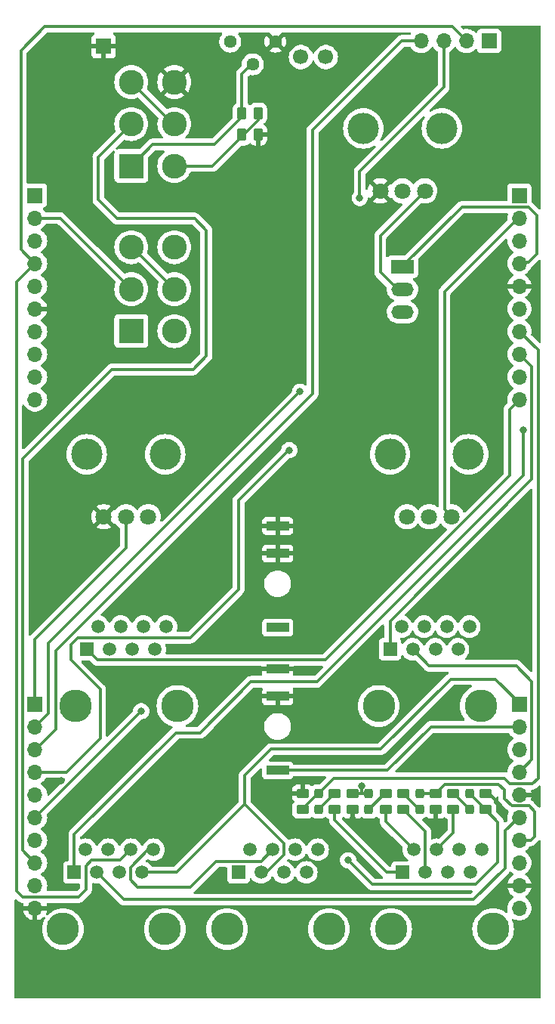
<source format=gbr>
%TF.GenerationSoftware,KiCad,Pcbnew,7.0.7*%
%TF.CreationDate,2023-08-21T15:50:52+01:00*%
%TF.ProjectId,Quadraphone_Controls_v3,51756164-7261-4706-986f-6e655f436f6e,rev?*%
%TF.SameCoordinates,Original*%
%TF.FileFunction,Copper,L2,Bot*%
%TF.FilePolarity,Positive*%
%FSLAX46Y46*%
G04 Gerber Fmt 4.6, Leading zero omitted, Abs format (unit mm)*
G04 Created by KiCad (PCBNEW 7.0.7) date 2023-08-21 15:50:52*
%MOMM*%
%LPD*%
G01*
G04 APERTURE LIST*
G04 Aperture macros list*
%AMRoundRect*
0 Rectangle with rounded corners*
0 $1 Rounding radius*
0 $2 $3 $4 $5 $6 $7 $8 $9 X,Y pos of 4 corners*
0 Add a 4 corners polygon primitive as box body*
4,1,4,$2,$3,$4,$5,$6,$7,$8,$9,$2,$3,0*
0 Add four circle primitives for the rounded corners*
1,1,$1+$1,$2,$3*
1,1,$1+$1,$4,$5*
1,1,$1+$1,$6,$7*
1,1,$1+$1,$8,$9*
0 Add four rect primitives between the rounded corners*
20,1,$1+$1,$2,$3,$4,$5,0*
20,1,$1+$1,$4,$5,$6,$7,0*
20,1,$1+$1,$6,$7,$8,$9,0*
20,1,$1+$1,$8,$9,$2,$3,0*%
G04 Aperture macros list end*
%TA.AperFunction,WasherPad*%
%ADD10C,3.650000*%
%TD*%
%TA.AperFunction,ComponentPad*%
%ADD11R,1.500000X1.500000*%
%TD*%
%TA.AperFunction,ComponentPad*%
%ADD12C,1.500000*%
%TD*%
%TA.AperFunction,WasherPad*%
%ADD13C,3.500000*%
%TD*%
%TA.AperFunction,ComponentPad*%
%ADD14C,1.800000*%
%TD*%
%TA.AperFunction,ComponentPad*%
%ADD15C,1.700000*%
%TD*%
%TA.AperFunction,ComponentPad*%
%ADD16R,2.500000X1.500000*%
%TD*%
%TA.AperFunction,ComponentPad*%
%ADD17O,2.500000X1.500000*%
%TD*%
%TA.AperFunction,ComponentPad*%
%ADD18R,2.775000X2.775000*%
%TD*%
%TA.AperFunction,ComponentPad*%
%ADD19C,2.775000*%
%TD*%
%TA.AperFunction,ComponentPad*%
%ADD20R,2.500000X1.000000*%
%TD*%
%TA.AperFunction,ComponentPad*%
%ADD21C,1.440000*%
%TD*%
%TA.AperFunction,SMDPad,CuDef*%
%ADD22RoundRect,0.250000X-0.262500X-0.450000X0.262500X-0.450000X0.262500X0.450000X-0.262500X0.450000X0*%
%TD*%
%TA.AperFunction,SMDPad,CuDef*%
%ADD23RoundRect,0.250000X-0.450000X0.262500X-0.450000X-0.262500X0.450000X-0.262500X0.450000X0.262500X0*%
%TD*%
%TA.AperFunction,ComponentPad*%
%ADD24R,1.700000X1.700000*%
%TD*%
%TA.AperFunction,ComponentPad*%
%ADD25O,1.700000X1.700000*%
%TD*%
%TA.AperFunction,SMDPad,CuDef*%
%ADD26RoundRect,0.250000X0.450000X-0.262500X0.450000X0.262500X-0.450000X0.262500X-0.450000X-0.262500X0*%
%TD*%
%TA.AperFunction,SMDPad,CuDef*%
%ADD27RoundRect,0.237500X-0.237500X0.287500X-0.237500X-0.287500X0.237500X-0.287500X0.237500X0.287500X0*%
%TD*%
%TA.AperFunction,ViaPad*%
%ADD28C,0.800000*%
%TD*%
%TA.AperFunction,Conductor*%
%ADD29C,0.300000*%
%TD*%
G04 APERTURE END LIST*
D10*
%TO.P,J7,*%
%TO.N,*%
X91330000Y-120200000D03*
X102760000Y-120200000D03*
D11*
%TO.P,J7,1*%
%TO.N,/PWM_CV1*%
X92600000Y-113850000D03*
D12*
%TO.P,J7,2*%
%TO.N,/PWM_CV2*%
X93870000Y-111310000D03*
%TO.P,J7,3*%
%TO.N,/PWM_CV3*%
X95140000Y-113850000D03*
%TO.P,J7,4*%
%TO.N,/PWM_CV4*%
X96410000Y-111310000D03*
%TO.P,J7,5*%
%TO.N,unconnected-(J7-Pad5)*%
X97680000Y-113850000D03*
%TO.P,J7,6*%
%TO.N,unconnected-(J7-Pad6)*%
X98950000Y-111310000D03*
%TO.P,J7,7*%
%TO.N,unconnected-(J7-Pad7)*%
X100220000Y-113850000D03*
%TO.P,J7,8*%
%TO.N,unconnected-(J7-Pad8)*%
X101490000Y-111310000D03*
%TD*%
D13*
%TO.P,Fine_Tune1,*%
%TO.N,*%
X89600000Y-55500000D03*
X98400000Y-55500000D03*
D14*
%TO.P,Fine_Tune1,1,1*%
%TO.N,+5V*%
X96500000Y-62500000D03*
%TO.P,Fine_Tune1,2,2*%
%TO.N,/FINE_TUNE*%
X94000000Y-62500000D03*
%TO.P,Fine_Tune1,3,3*%
%TO.N,GND*%
X91500000Y-62500000D03*
%TD*%
D15*
%TO.P,TP1,1,1*%
%TO.N,/2V*%
X82600000Y-47500000D03*
%TD*%
D10*
%TO.P,J9,*%
%TO.N,*%
X57330000Y-120200000D03*
X68760000Y-120200000D03*
D11*
%TO.P,J9,1*%
%TO.N,/FREQ_MOD1*%
X58600000Y-113850000D03*
D12*
%TO.P,J9,2*%
%TO.N,/FREQ_MOD2*%
X59870000Y-111310000D03*
%TO.P,J9,3*%
%TO.N,/FREQ_MOD3*%
X61140000Y-113850000D03*
%TO.P,J9,4*%
%TO.N,/FREQ_MOD4*%
X62410000Y-111310000D03*
%TO.P,J9,5*%
%TO.N,unconnected-(J9-Pad5)*%
X63680000Y-113850000D03*
%TO.P,J9,6*%
%TO.N,unconnected-(J9-Pad6)*%
X64950000Y-111310000D03*
%TO.P,J9,7*%
%TO.N,unconnected-(J9-Pad7)*%
X66220000Y-113850000D03*
%TO.P,J9,8*%
%TO.N,unconnected-(J9-Pad8)*%
X67490000Y-111310000D03*
%TD*%
D10*
%TO.P,J8,*%
%TO.N,*%
X92730000Y-145200000D03*
X104160000Y-145200000D03*
D11*
%TO.P,J8,1*%
%TO.N,/SYNCH_SIGNAL1*%
X94000000Y-138850000D03*
D12*
%TO.P,J8,2*%
%TO.N,/SYNCH_SIGNAL2*%
X95270000Y-136310000D03*
%TO.P,J8,3*%
%TO.N,/SYNCH_SIGNAL3*%
X96540000Y-138850000D03*
%TO.P,J8,4*%
%TO.N,/SYNCH_SIGNAL4*%
X97810000Y-136310000D03*
%TO.P,J8,5*%
%TO.N,unconnected-(J8-Pad5)*%
X99080000Y-138850000D03*
%TO.P,J8,6*%
%TO.N,unconnected-(J8-Pad6)*%
X100350000Y-136310000D03*
%TO.P,J8,7*%
%TO.N,unconnected-(J8-Pad7)*%
X101620000Y-138850000D03*
%TO.P,J8,8*%
%TO.N,unconnected-(J8-Pad8)*%
X102890000Y-136310000D03*
%TD*%
D16*
%TO.P,SW1,1,A*%
%TO.N,/HARD_SYNCH_SW*%
X94000000Y-71000000D03*
D17*
%TO.P,SW1,2,B*%
%TO.N,+5V*%
X94000000Y-73540000D03*
%TO.P,SW1,3,C*%
%TO.N,/SOFT_SYNCH_SW*%
X94000000Y-76080000D03*
%TD*%
D13*
%TO.P,Vibrato_Depth1,*%
%TO.N,*%
X58600000Y-92000000D03*
X67400000Y-92000000D03*
D14*
%TO.P,Vibrato_Depth1,1,1*%
%TO.N,/LFO_IN*%
X65500000Y-99000000D03*
%TO.P,Vibrato_Depth1,2,2*%
%TO.N,/LIN_FREQ_IN*%
X63000000Y-99000000D03*
%TO.P,Vibrato_Depth1,3,3*%
%TO.N,GND*%
X60500000Y-99000000D03*
%TD*%
D15*
%TO.P,TP2,1,1*%
%TO.N,/OCT_TUNE*%
X85400000Y-47500000D03*
%TD*%
D10*
%TO.P,J10,*%
%TO.N,*%
X55930000Y-145200000D03*
X67360000Y-145200000D03*
D11*
%TO.P,J10,1*%
%TO.N,/V_PER_OCT1*%
X57200000Y-138850000D03*
D12*
%TO.P,J10,2*%
%TO.N,/V_PER_OCT2*%
X58470000Y-136310000D03*
%TO.P,J10,3*%
%TO.N,/V_PER_OCT3*%
X59740000Y-138850000D03*
%TO.P,J10,4*%
%TO.N,/V_PER_OCT4*%
X61010000Y-136310000D03*
%TO.P,J10,5*%
%TO.N,/MIX_OUT1*%
X62280000Y-138850000D03*
%TO.P,J10,6*%
%TO.N,/MIX_OUT2*%
X63550000Y-136310000D03*
%TO.P,J10,7*%
%TO.N,/MIX_OUT3*%
X64820000Y-138850000D03*
%TO.P,J10,8*%
%TO.N,/MIX_OUT4*%
X66090000Y-136310000D03*
%TD*%
D18*
%TO.P,SW3,1,Out1*%
%TO.N,/2V*%
X63585000Y-59700000D03*
D19*
%TO.P,SW3,2,In*%
%TO.N,/OCT_TUNE*%
X63585000Y-55000000D03*
%TO.P,SW3,3,Pin3*%
%TO.N,Net-(SW3-Pin3)*%
X63585000Y-50300000D03*
%TO.P,SW3,4,Out2*%
%TO.N,/1V*%
X68415000Y-59700000D03*
%TO.P,SW3,5,Pin5*%
%TO.N,Net-(SW3-Pin3)*%
X68415000Y-55000000D03*
%TO.P,SW3,6,Out3*%
%TO.N,GND*%
X68415000Y-50300000D03*
%TD*%
D18*
%TO.P,SW2,1,Out1*%
%TO.N,/PULSE_SW*%
X63585000Y-78200000D03*
D19*
%TO.P,SW2,2,In*%
%TO.N,+5V*%
X63585000Y-73500000D03*
%TO.P,SW2,3,Pin3*%
%TO.N,Net-(SW2-Pin3)*%
X63585000Y-68800000D03*
%TO.P,SW2,4,Out2*%
%TO.N,/TRIANGLE_SW*%
X68415000Y-78200000D03*
%TO.P,SW2,5,Pin5*%
%TO.N,Net-(SW2-Pin3)*%
X68415000Y-73500000D03*
%TO.P,SW2,6,Out3*%
%TO.N,/SAW_SW*%
X68415000Y-68800000D03*
%TD*%
D10*
%TO.P,J11,*%
%TO.N,*%
X74330000Y-145200000D03*
X85760000Y-145200000D03*
D11*
%TO.P,J11,1*%
%TO.N,/MIX_OUT1*%
X75600000Y-138850000D03*
D12*
%TO.P,J11,2*%
%TO.N,/MIX_OUT2*%
X76870000Y-136310000D03*
%TO.P,J11,3*%
%TO.N,/MIX_OUT3*%
X78140000Y-138850000D03*
%TO.P,J11,4*%
%TO.N,/MIX_OUT4*%
X79410000Y-136310000D03*
%TO.P,J11,5*%
%TO.N,unconnected-(J11-Pad5)*%
X80680000Y-138850000D03*
%TO.P,J11,6*%
%TO.N,unconnected-(J11-Pad6)*%
X81950000Y-136310000D03*
%TO.P,J11,7*%
%TO.N,unconnected-(J11-Pad7)*%
X83220000Y-138850000D03*
%TO.P,J11,8*%
%TO.N,unconnected-(J11-Pad8)*%
X84490000Y-136310000D03*
%TD*%
D20*
%TO.P,J6,1*%
%TO.N,GND*%
X80000000Y-100020000D03*
%TO.P,J6,2*%
X80000000Y-103120000D03*
%TO.P,J6,3*%
%TO.N,/LFO_IN*%
X80000000Y-111420000D03*
%TD*%
D13*
%TO.P,PWM_Pot1,*%
%TO.N,*%
X92600000Y-92000000D03*
X101400000Y-92000000D03*
D14*
%TO.P,PWM_Pot1,1,1*%
%TO.N,-12V*%
X99500000Y-99000000D03*
%TO.P,PWM_Pot1,2,2*%
%TO.N,/PWM_POT*%
X97000000Y-99000000D03*
%TO.P,PWM_Pot1,3,3*%
%TO.N,+12V*%
X94500000Y-99000000D03*
%TD*%
D20*
%TO.P,J5,1*%
%TO.N,GND*%
X80000000Y-116020000D03*
%TO.P,J5,2*%
X80000000Y-119120000D03*
%TO.P,J5,3*%
%TO.N,/PWM_CV*%
X80000000Y-127420000D03*
%TD*%
D21*
%TO.P,OctaveTrim1,1,1*%
%TO.N,+5V*%
X74675000Y-45775000D03*
%TO.P,OctaveTrim1,2,2*%
%TO.N,/2V*%
X77215000Y-48315000D03*
%TO.P,OctaveTrim1,3,3*%
%TO.N,GND*%
X79755000Y-45775000D03*
%TD*%
D22*
%TO.P,R1,1*%
%TO.N,/2V*%
X75987500Y-53800000D03*
%TO.P,R1,2*%
%TO.N,/1V*%
X77812500Y-53800000D03*
%TD*%
D23*
%TO.P,R8,1*%
%TO.N,/Synch3*%
X97700000Y-129987500D03*
%TO.P,R8,2*%
%TO.N,GND*%
X97700000Y-131812500D03*
%TD*%
D24*
%TO.P,J13,1,Pin_1*%
%TO.N,/MIX_OUT1*%
X103700000Y-45700000D03*
D25*
%TO.P,J13,2,Pin_2*%
%TO.N,/MIX_OUT2*%
X101160000Y-45700000D03*
%TO.P,J13,3,Pin_3*%
%TO.N,/MIX_OUT3*%
X98620000Y-45700000D03*
%TO.P,J13,4,Pin_4*%
%TO.N,/MIX_OUT4*%
X96080000Y-45700000D03*
%TD*%
D24*
%TO.P,J3,1,Pin_1*%
%TO.N,/MIX_OUT3*%
X107100000Y-120000000D03*
D25*
%TO.P,J3,2,Pin_2*%
%TO.N,/PWM_CV*%
X107100000Y-122540000D03*
%TO.P,J3,3,Pin_3*%
%TO.N,/PWM_POT*%
X107100000Y-125080000D03*
%TO.P,J3,4,Pin_4*%
%TO.N,/PWM_CV3*%
X107100000Y-127620000D03*
%TO.P,J3,5,Pin_5*%
%TO.N,GND*%
X107100000Y-130160000D03*
%TO.P,J3,6,Pin_6*%
%TO.N,/V_PER_OCT3*%
X107100000Y-132700000D03*
%TO.P,J3,7,Pin_7*%
%TO.N,/Synch3*%
X107100000Y-135240000D03*
%TO.P,J3,8,Pin_8*%
%TO.N,/FREQ_MOD3*%
X107100000Y-137780000D03*
%TO.P,J3,9,Pin_9*%
%TO.N,GND*%
X107100000Y-140320000D03*
%TO.P,J3,10,Pin_10*%
%TO.N,/FINE_TUNE*%
X107100000Y-142860000D03*
%TD*%
D24*
%TO.P,J14,1,Pin_1*%
%TO.N,GND*%
X60500000Y-46300000D03*
%TD*%
%TO.P,J4,1,Pin_1*%
%TO.N,/LIN_FREQ_IN*%
X52800000Y-120000000D03*
D25*
%TO.P,J4,2,Pin_2*%
%TO.N,/SOFT_SYNCH_SW*%
X52800000Y-122540000D03*
%TO.P,J4,3,Pin_3*%
%TO.N,/MIX_OUT4*%
X52800000Y-125080000D03*
%TO.P,J4,4,Pin_4*%
%TO.N,/TRIANGLE_SW*%
X52800000Y-127620000D03*
%TO.P,J4,5,Pin_5*%
%TO.N,/Synch4*%
X52800000Y-130160000D03*
%TO.P,J4,6,Pin_6*%
%TO.N,/PWM_CV4*%
X52800000Y-132700000D03*
%TO.P,J4,7,Pin_7*%
%TO.N,/V_PER_OCT4*%
X52800000Y-135240000D03*
%TO.P,J4,8,Pin_8*%
%TO.N,/OCT_TUNE*%
X52800000Y-137780000D03*
%TO.P,J4,9,Pin_9*%
%TO.N,/FREQ_MOD4*%
X52800000Y-140320000D03*
%TO.P,J4,10,Pin_10*%
%TO.N,GND*%
X52800000Y-142860000D03*
%TD*%
D26*
%TO.P,R9,1*%
%TO.N,/SYNCH_SIGNAL4*%
X99700000Y-131812500D03*
%TO.P,R9,2*%
%TO.N,Net-(D6-A)*%
X99700000Y-129987500D03*
%TD*%
D23*
%TO.P,R6,1*%
%TO.N,/Synch2*%
X88400000Y-129987500D03*
%TO.P,R6,2*%
%TO.N,GND*%
X88400000Y-131812500D03*
%TD*%
D24*
%TO.P,J1,1,Pin_1*%
%TO.N,-5V*%
X107100000Y-63000000D03*
D25*
%TO.P,J1,2,Pin_2*%
%TO.N,-12V*%
X107100000Y-65540000D03*
%TO.P,J1,3,Pin_3*%
%TO.N,/MIX_OUT1*%
X107100000Y-68080000D03*
%TO.P,J1,4,Pin_4*%
%TO.N,/HARD_SYNCH_SW*%
X107100000Y-70620000D03*
%TO.P,J1,5,Pin_5*%
%TO.N,GND*%
X107100000Y-73160000D03*
%TO.P,J1,6,Pin_6*%
%TO.N,/SAW_SW*%
X107100000Y-75700000D03*
%TO.P,J1,7,Pin_7*%
%TO.N,/Synch1*%
X107100000Y-78240000D03*
%TO.P,J1,8,Pin_8*%
%TO.N,/PWM_CV1*%
X107100000Y-80780000D03*
%TO.P,J1,9,Pin_9*%
%TO.N,/V_PER_OCT1*%
X107100000Y-83320000D03*
%TO.P,J1,10,Pin_10*%
%TO.N,/FREQ_MOD1*%
X107100000Y-85860000D03*
%TD*%
D26*
%TO.P,R10,1*%
%TO.N,/Synch4*%
X103300000Y-131812500D03*
%TO.P,R10,2*%
%TO.N,GND*%
X103300000Y-129987500D03*
%TD*%
D27*
%TO.P,D5,1,K*%
%TO.N,/Synch3*%
X95900000Y-130025000D03*
%TO.P,D5,2,A*%
%TO.N,Net-(D5-A)*%
X95900000Y-131775000D03*
%TD*%
D26*
%TO.P,R5,1*%
%TO.N,/SYNCH_SIGNAL2*%
X92100000Y-131812500D03*
%TO.P,R5,2*%
%TO.N,Net-(D4-A)*%
X92100000Y-129987500D03*
%TD*%
D27*
%TO.P,D4,1,K*%
%TO.N,/Synch2*%
X90200000Y-130050000D03*
%TO.P,D4,2,A*%
%TO.N,Net-(D4-A)*%
X90200000Y-131800000D03*
%TD*%
D22*
%TO.P,R2,1*%
%TO.N,/1V*%
X75987500Y-56200000D03*
%TO.P,R2,2*%
%TO.N,GND*%
X77812500Y-56200000D03*
%TD*%
D26*
%TO.P,R7,1*%
%TO.N,/SYNCH_SIGNAL3*%
X94100000Y-131812500D03*
%TO.P,R7,2*%
%TO.N,Net-(D5-A)*%
X94100000Y-129987500D03*
%TD*%
D27*
%TO.P,D3,1,K*%
%TO.N,/Synch1*%
X84600000Y-130025000D03*
%TO.P,D3,2,A*%
%TO.N,Net-(D3-A)*%
X84600000Y-131775000D03*
%TD*%
D26*
%TO.P,R4,1*%
%TO.N,/Synch1*%
X82800000Y-131812500D03*
%TO.P,R4,2*%
%TO.N,GND*%
X82800000Y-129987500D03*
%TD*%
D27*
%TO.P,D6,1,K*%
%TO.N,/Synch4*%
X101500000Y-130025000D03*
%TO.P,D6,2,A*%
%TO.N,Net-(D6-A)*%
X101500000Y-131775000D03*
%TD*%
D24*
%TO.P,J2,1,Pin_1*%
%TO.N,+12V*%
X52800000Y-63000000D03*
D25*
%TO.P,J2,2,Pin_2*%
%TO.N,+5V*%
X52800000Y-65540000D03*
%TO.P,J2,3,Pin_3*%
%TO.N,+2V5*%
X52800000Y-68080000D03*
%TO.P,J2,4,Pin_4*%
%TO.N,/MIX_OUT2*%
X52800000Y-70620000D03*
%TO.P,J2,5,Pin_5*%
%TO.N,/PULSE_SW*%
X52800000Y-73160000D03*
%TO.P,J2,6,Pin_6*%
%TO.N,GND*%
X52800000Y-75700000D03*
%TO.P,J2,7,Pin_7*%
%TO.N,/Synch2*%
X52800000Y-78240000D03*
%TO.P,J2,8,Pin_8*%
%TO.N,/PWM_CV2*%
X52800000Y-80780000D03*
%TO.P,J2,9,Pin_9*%
%TO.N,/V_PER_OCT2*%
X52800000Y-83320000D03*
%TO.P,J2,10,Pin_10*%
%TO.N,/FREQ_MOD2*%
X52800000Y-85860000D03*
%TD*%
D26*
%TO.P,R3,1*%
%TO.N,/SYNCH_SIGNAL1*%
X86400000Y-131812500D03*
%TO.P,R3,2*%
%TO.N,Net-(D3-A)*%
X86400000Y-129987500D03*
%TD*%
D28*
%TO.N,/PWM_CV4*%
X64700000Y-120800004D03*
%TO.N,/MIX_OUT3*%
X89200004Y-63300000D03*
%TO.N,/V_PER_OCT1*%
X107500000Y-89250000D03*
%TO.N,GND*%
X101800000Y-76400000D03*
X95600000Y-117500000D03*
X101800000Y-48700000D03*
X65500000Y-106800000D03*
X88550000Y-47800000D03*
X104900000Y-83050000D03*
X107900000Y-44950000D03*
X94800000Y-49300000D03*
X73200000Y-99000000D03*
X104600000Y-142300000D03*
X61600000Y-145100000D03*
X71950000Y-88100000D03*
X95200000Y-66800000D03*
X81750000Y-52750000D03*
X98500000Y-70100000D03*
X81000000Y-73800000D03*
X81100000Y-130000000D03*
X81000000Y-80300000D03*
X87500000Y-88100000D03*
X62000000Y-84300000D03*
X101200000Y-58500000D03*
X58000000Y-82900000D03*
X60500000Y-79600000D03*
X73600000Y-140200000D03*
X100200000Y-95700000D03*
X73700000Y-123400000D03*
X64000000Y-117400000D03*
X97600000Y-133200000D03*
X55100000Y-95300000D03*
X86700000Y-110900000D03*
X83900000Y-133700000D03*
X104206066Y-102506066D03*
X55000000Y-85900000D03*
X62000000Y-131900000D03*
X88400000Y-132900000D03*
X52400000Y-151900000D03*
X66350000Y-128350000D03*
X90700000Y-113600000D03*
X72500000Y-113300000D03*
X57800000Y-63800000D03*
X82400000Y-143800000D03*
X90800000Y-73900000D03*
X96400000Y-81900000D03*
X55732654Y-128606684D03*
X93600000Y-104000000D03*
X70800000Y-130900000D03*
X83100000Y-92650000D03*
X74800000Y-74500000D03*
X53430331Y-58930331D03*
X71500000Y-55400000D03*
X57000000Y-104500000D03*
X86800000Y-123600000D03*
X106750000Y-58450000D03*
X108400000Y-152100000D03*
X95300000Y-126100000D03*
X85600000Y-55800000D03*
X69900000Y-63800000D03*
X90000000Y-106800000D03*
X78000000Y-145000000D03*
X80900000Y-68600000D03*
X104600000Y-126400000D03*
X86100000Y-139300000D03*
X103075500Y-66543192D03*
X99800000Y-121100000D03*
X98650000Y-145200000D03*
X68400000Y-134000000D03*
X101306066Y-105406066D03*
X105000000Y-131800000D03*
X96800000Y-74900000D03*
%TO.N,/SOFT_SYNCH_SW*%
X82500000Y-85000010D03*
%TO.N,/TRIANGLE_SW*%
X81300000Y-91550000D03*
%TO.N,/Synch2*%
X89400000Y-129200000D03*
%TO.N,/Synch4*%
X87900000Y-137500000D03*
%TD*%
D29*
%TO.N,GND*%
X105000000Y-131300000D02*
X105000000Y-131800000D01*
X103687500Y-129987500D02*
X105000000Y-131300000D01*
X103300000Y-129987500D02*
X103687500Y-129987500D01*
%TO.N,/Synch2*%
X89400000Y-129400000D02*
X89400000Y-129200000D01*
X89400000Y-130050000D02*
X89400000Y-129400000D01*
%TO.N,/PWM_CV4*%
X64699996Y-120800004D02*
X64700000Y-120800004D01*
X52800000Y-132700000D02*
X64699996Y-120800004D01*
%TO.N,/PWM_CV3*%
X108500000Y-117450000D02*
X108500000Y-126220000D01*
X108500000Y-126220000D02*
X107100000Y-127620000D01*
X96990000Y-115700000D02*
X106750000Y-115700000D01*
X106750000Y-115700000D02*
X108500000Y-117450000D01*
X95140000Y-113850000D02*
X96990000Y-115700000D01*
%TO.N,/PWM_CV1*%
X92600000Y-110700000D02*
X108500000Y-94800000D01*
X108500000Y-82180000D02*
X107100000Y-80780000D01*
X92600000Y-113850000D02*
X92600000Y-110700000D01*
X108500000Y-94800000D02*
X108500000Y-82180000D01*
%TO.N,/MIX_OUT4*%
X65500000Y-136310000D02*
X66090000Y-136310000D01*
X83900000Y-55700000D02*
X93900000Y-45700000D01*
X52820000Y-125080000D02*
X55100000Y-122800000D01*
X70200000Y-140500000D02*
X64300000Y-140500000D01*
X64300000Y-140500000D02*
X63500000Y-139700000D01*
X73100000Y-137600000D02*
X70200000Y-140500000D01*
X78120000Y-137600000D02*
X73100000Y-137600000D01*
X93900000Y-45700000D02*
X96080000Y-45700000D01*
X63500000Y-138310000D02*
X65500000Y-136310000D01*
X63500000Y-139700000D02*
X63500000Y-138310000D01*
X83900000Y-85243599D02*
X83900000Y-55700000D01*
X55100000Y-114043599D02*
X83900000Y-85243599D01*
X79410000Y-136310000D02*
X78120000Y-137600000D01*
X52800000Y-125080000D02*
X52820000Y-125080000D01*
X55100000Y-122800000D02*
X55100000Y-114043599D01*
%TO.N,/MIX_OUT3*%
X79250000Y-125050000D02*
X76300000Y-128000000D01*
X98620000Y-50880000D02*
X89200004Y-60299996D01*
X76300000Y-128000000D02*
X76300000Y-131200000D01*
X98620000Y-45700000D02*
X98620000Y-50880000D01*
X104450000Y-117200000D02*
X99400000Y-117200000D01*
X78750000Y-138850000D02*
X78140000Y-138850000D01*
X107100000Y-119850000D02*
X104450000Y-117200000D01*
X91550000Y-125050000D02*
X79250000Y-125050000D01*
X76300000Y-131200000D02*
X80700000Y-135600000D01*
X68650000Y-138850000D02*
X64820000Y-138850000D01*
X80700000Y-135600000D02*
X80700000Y-136900000D01*
X76300000Y-131200000D02*
X68650000Y-138850000D01*
X80700000Y-136900000D02*
X78750000Y-138850000D01*
X89200004Y-60299996D02*
X89200004Y-63300000D01*
X99400000Y-117200000D02*
X91550000Y-125050000D01*
%TO.N,/MIX_OUT2*%
X51400000Y-141600000D02*
X57700000Y-141600000D01*
X63550000Y-136310000D02*
X62360000Y-137500000D01*
X51200000Y-69020000D02*
X51200000Y-46750000D01*
X58500000Y-138100000D02*
X58500000Y-140800000D01*
X50700000Y-140900000D02*
X51400000Y-141600000D01*
X59100000Y-137500000D02*
X58500000Y-138100000D01*
X53850000Y-44100000D02*
X99560000Y-44100000D01*
X52800000Y-70620000D02*
X51200000Y-69020000D01*
X51200000Y-46750000D02*
X53850000Y-44100000D01*
X99560000Y-44100000D02*
X101160000Y-45700000D01*
X52800000Y-70620000D02*
X50700000Y-72720000D01*
X58500000Y-140800000D02*
X57700000Y-141600000D01*
X50700000Y-72720000D02*
X50700000Y-140900000D01*
X62360000Y-137500000D02*
X59100000Y-137500000D01*
%TO.N,/SYNCH_SIGNAL4*%
X99700000Y-134420000D02*
X97810000Y-136310000D01*
X99700000Y-131812500D02*
X99700000Y-134420000D01*
%TO.N,/SYNCH_SIGNAL3*%
X96540000Y-134252500D02*
X96540000Y-138850000D01*
X94100000Y-131812500D02*
X96540000Y-134252500D01*
%TO.N,/SYNCH_SIGNAL2*%
X92100000Y-131812500D02*
X92100000Y-133140000D01*
X92100000Y-133140000D02*
X95270000Y-136310000D01*
%TO.N,/SYNCH_SIGNAL1*%
X86400000Y-133000000D02*
X86400000Y-131812500D01*
X94000000Y-138850000D02*
X92250000Y-138850000D01*
X92250000Y-138850000D02*
X86400000Y-133000000D01*
%TO.N,/FREQ_MOD1*%
X106000000Y-94400000D02*
X106000000Y-86960000D01*
X85350000Y-115050000D02*
X106000000Y-94400000D01*
X58600000Y-113850000D02*
X59800000Y-115050000D01*
X106000000Y-86960000D02*
X107100000Y-85860000D01*
X59800000Y-115050000D02*
X85350000Y-115050000D01*
%TO.N,/V_PER_OCT3*%
X107000000Y-132700000D02*
X105500000Y-134200000D01*
X105500000Y-138350000D02*
X101950000Y-141900000D01*
X107100000Y-132700000D02*
X107000000Y-132700000D01*
X62790000Y-141900000D02*
X59740000Y-138850000D01*
X101950000Y-141900000D02*
X62790000Y-141900000D01*
X105500000Y-134200000D02*
X105500000Y-138350000D01*
%TO.N,/V_PER_OCT1*%
X84400000Y-117500000D02*
X107500000Y-94400000D01*
X107500000Y-94400000D02*
X107500000Y-89250000D01*
X57200000Y-138850000D02*
X57200000Y-134600000D01*
X57200000Y-134600000D02*
X68600000Y-123200000D01*
X68600000Y-123200000D02*
X71300000Y-123200000D01*
X77000000Y-117500000D02*
X84400000Y-117500000D01*
X71300000Y-123200000D02*
X77000000Y-117500000D01*
%TO.N,-12V*%
X99500000Y-99000000D02*
X98700000Y-98200000D01*
X98700000Y-73800000D02*
X107100000Y-65400000D01*
X98700000Y-98200000D02*
X98700000Y-73800000D01*
%TO.N,/HARD_SYNCH_SW*%
X108100000Y-64300000D02*
X100653900Y-64300000D01*
X107100000Y-70470000D02*
X108130000Y-70470000D01*
X109050000Y-69550000D02*
X109050000Y-65250000D01*
X108130000Y-70470000D02*
X109050000Y-69550000D01*
X109050000Y-65250000D02*
X108100000Y-64300000D01*
X100653900Y-64300000D02*
X94000000Y-70953900D01*
%TO.N,GND*%
X78012500Y-56200000D02*
X78012500Y-56487500D01*
%TO.N,+5V*%
X55625000Y-65540000D02*
X63585000Y-73500000D01*
X94000000Y-73493900D02*
X93393900Y-73493900D01*
X52800000Y-65540000D02*
X55625000Y-65540000D01*
X93393900Y-73493900D02*
X91500000Y-71600000D01*
X91500000Y-71600000D02*
X91500000Y-67500000D01*
X91500000Y-67500000D02*
X96500000Y-62500000D01*
%TO.N,/PWM_CV*%
X97180000Y-122540000D02*
X92300000Y-127420000D01*
X107100000Y-122540000D02*
X97180000Y-122540000D01*
X92300000Y-127420000D02*
X80000000Y-127420000D01*
%TO.N,/OCT_TUNE*%
X72000000Y-81000000D02*
X72000000Y-66900000D01*
X70500000Y-82500000D02*
X72000000Y-81000000D01*
X51400000Y-92500000D02*
X61400000Y-82500000D01*
X59900000Y-58685000D02*
X59900000Y-63500000D01*
X62000000Y-65600000D02*
X70700000Y-65600000D01*
X61400000Y-82500000D02*
X70500000Y-82500000D01*
X70700000Y-65600000D02*
X72000000Y-66900000D01*
X52800000Y-137780000D02*
X51400000Y-136380000D01*
X59900000Y-63500000D02*
X62000000Y-65600000D01*
X63585000Y-55000000D02*
X59900000Y-58685000D01*
X51400000Y-136380000D02*
X51400000Y-92500000D01*
%TO.N,/LIN_FREQ_IN*%
X63000000Y-102500000D02*
X52800000Y-112700000D01*
X52800000Y-120000000D02*
X52800000Y-119850000D01*
X52800000Y-112700000D02*
X52800000Y-120000000D01*
X63000000Y-99000000D02*
X63000000Y-102500000D01*
%TO.N,/SOFT_SYNCH_SW*%
X54300000Y-113200010D02*
X82500000Y-85000010D01*
X54300000Y-121040000D02*
X54300000Y-113200010D01*
X52800000Y-122540000D02*
X54300000Y-121040000D01*
%TO.N,/TRIANGLE_SW*%
X56800000Y-115050000D02*
X56800000Y-113350000D01*
X75600000Y-97175000D02*
X81225000Y-91550000D01*
X52800000Y-127620000D02*
X52820000Y-127600000D01*
X75600000Y-107150000D02*
X75600000Y-97175000D01*
X56800000Y-113350000D02*
X57600000Y-112550000D01*
X57600000Y-112550000D02*
X70200000Y-112550000D01*
X56350000Y-127600000D02*
X60100000Y-123850000D01*
X81225000Y-91550000D02*
X81300000Y-91550000D01*
X52820000Y-127600000D02*
X56350000Y-127600000D01*
X60100000Y-118350000D02*
X56800000Y-115050000D01*
X70200000Y-112550000D02*
X75600000Y-107150000D01*
X60100000Y-123850000D02*
X60100000Y-118350000D01*
%TO.N,/2V*%
X65985000Y-57300000D02*
X72900000Y-57300000D01*
X75987500Y-54212500D02*
X75987500Y-53800000D01*
X72900000Y-57300000D02*
X75987500Y-54212500D01*
X75987500Y-53800000D02*
X76000000Y-53787500D01*
X76000000Y-53787500D02*
X76000000Y-49400000D01*
X76000000Y-49400000D02*
X77085000Y-48315000D01*
X63585000Y-59700000D02*
X65985000Y-57300000D01*
%TO.N,/1V*%
X72687500Y-59700000D02*
X68415000Y-59700000D01*
X77812500Y-53800000D02*
X77812500Y-54575000D01*
X77812500Y-54575000D02*
X72687500Y-59700000D01*
%TO.N,Net-(SW2-Pin3)*%
X63715000Y-68800000D02*
X63585000Y-68800000D01*
X68415000Y-73500000D02*
X63715000Y-68800000D01*
%TO.N,Net-(SW3-Pin3)*%
X63585000Y-50300000D02*
X68285000Y-55000000D01*
X68285000Y-55000000D02*
X68415000Y-55000000D01*
%TO.N,/Synch1*%
X108575000Y-128900000D02*
X106000000Y-128900000D01*
X109200000Y-128275000D02*
X108575000Y-128900000D01*
X86325000Y-128300000D02*
X84600000Y-130025000D01*
X84487500Y-130025000D02*
X82700000Y-131812500D01*
X107100000Y-78240000D02*
X109200000Y-80340000D01*
X109200000Y-80340000D02*
X109200000Y-128275000D01*
X106000000Y-128900000D02*
X105400000Y-128300000D01*
X105400000Y-128300000D02*
X86325000Y-128300000D01*
%TO.N,/Synch2*%
X89400000Y-130050000D02*
X88462500Y-130050000D01*
X88462500Y-130050000D02*
X88400000Y-129987500D01*
X90200000Y-130050000D02*
X89400000Y-130050000D01*
%TO.N,/Synch3*%
X105400000Y-129600000D02*
X104785000Y-128985000D01*
X108800000Y-132000000D02*
X108200000Y-131400000D01*
X95937500Y-129987500D02*
X95900000Y-130025000D01*
X98702500Y-128985000D02*
X97700000Y-129987500D01*
X104785000Y-128985000D02*
X98702500Y-128985000D01*
X105400000Y-130561827D02*
X105400000Y-129600000D01*
X108200000Y-131400000D02*
X106238173Y-131400000D01*
X106238173Y-131400000D02*
X105400000Y-130561827D01*
X107100000Y-135240000D02*
X108360000Y-135240000D01*
X97700000Y-129987500D02*
X95937500Y-129987500D01*
X108800000Y-134800000D02*
X108800000Y-132000000D01*
X108360000Y-135240000D02*
X108800000Y-134800000D01*
%TO.N,/Synch4*%
X104700000Y-133212500D02*
X104700000Y-137700000D01*
X102200000Y-140200000D02*
X90600000Y-140200000D01*
X101500000Y-130025000D02*
X103287500Y-131812500D01*
X104700000Y-137700000D02*
X102200000Y-140200000D01*
X103287500Y-131812500D02*
X103300000Y-131812500D01*
X90600000Y-140200000D02*
X87900000Y-137500000D01*
X103300000Y-131812500D02*
X104700000Y-133212500D01*
%TO.N,Net-(D3-A)*%
X86387500Y-129987500D02*
X84600000Y-131775000D01*
%TO.N,Net-(D4-A)*%
X92100000Y-129987500D02*
X92012500Y-129987500D01*
X92012500Y-129987500D02*
X90200000Y-131800000D01*
%TO.N,Net-(D5-A)*%
X95900000Y-131775000D02*
X95887500Y-131775000D01*
X95887500Y-131775000D02*
X94100000Y-129987500D01*
%TO.N,Net-(D6-A)*%
X99700000Y-129987500D02*
X99712500Y-129987500D01*
X99712500Y-129987500D02*
X101500000Y-131775000D01*
%TD*%
%TA.AperFunction,Conductor*%
%TO.N,GND*%
G36*
X109417532Y-135217894D02*
G01*
X109474368Y-135260441D01*
X109499179Y-135326961D01*
X109499500Y-135335950D01*
X109499500Y-152823500D01*
X109479498Y-152891621D01*
X109425842Y-152938114D01*
X109373500Y-152949500D01*
X50626500Y-152949500D01*
X50558379Y-152929498D01*
X50511886Y-152875842D01*
X50500500Y-152823500D01*
X50500500Y-141935949D01*
X50520502Y-141867828D01*
X50574158Y-141821335D01*
X50644432Y-141811231D01*
X50709012Y-141840725D01*
X50715595Y-141846854D01*
X50873123Y-142004382D01*
X50883337Y-142017130D01*
X50883530Y-142016971D01*
X50888582Y-142023078D01*
X50888583Y-142023079D01*
X50888584Y-142023080D01*
X50912948Y-142045959D01*
X50941701Y-142072960D01*
X50963658Y-142094918D01*
X50963662Y-142094921D01*
X50963667Y-142094926D01*
X50969523Y-142099468D01*
X50974020Y-142103310D01*
X51009867Y-142136972D01*
X51028660Y-142147303D01*
X51045184Y-142158158D01*
X51062132Y-142171305D01*
X51107255Y-142190831D01*
X51112589Y-142193444D01*
X51155657Y-142217121D01*
X51155659Y-142217122D01*
X51155663Y-142217124D01*
X51176440Y-142222458D01*
X51195132Y-142228857D01*
X51214823Y-142237379D01*
X51263402Y-142245072D01*
X51269171Y-142246267D01*
X51316812Y-142258500D01*
X51338258Y-142258500D01*
X51357968Y-142260050D01*
X51379151Y-142263406D01*
X51387075Y-142263655D01*
X51387011Y-142265683D01*
X51446227Y-142277142D01*
X51497573Y-142326175D01*
X51514259Y-142395183D01*
X51510551Y-142420023D01*
X51463456Y-142605999D01*
X51463456Y-142606000D01*
X52185156Y-142606000D01*
X52253277Y-142626002D01*
X52299770Y-142679658D01*
X52309874Y-142749932D01*
X52306052Y-142767496D01*
X52300000Y-142788111D01*
X52300000Y-142931889D01*
X52304836Y-142948360D01*
X52306053Y-142952504D01*
X52306052Y-143023500D01*
X52267667Y-143083226D01*
X52203086Y-143112718D01*
X52185156Y-143114000D01*
X51463455Y-143114000D01*
X51511176Y-143302449D01*
X51511179Y-143302456D01*
X51601580Y-143508548D01*
X51724674Y-143696958D01*
X51877097Y-143862534D01*
X52054698Y-144000767D01*
X52054699Y-144000768D01*
X52252628Y-144107882D01*
X52252630Y-144107883D01*
X52465483Y-144180955D01*
X52465492Y-144180957D01*
X52545999Y-144194390D01*
X52545999Y-143474033D01*
X52566001Y-143405912D01*
X52619657Y-143359419D01*
X52689926Y-143349315D01*
X52764237Y-143360000D01*
X52835763Y-143360000D01*
X52910068Y-143349316D01*
X52980340Y-143359419D01*
X53033996Y-143405911D01*
X53053999Y-143474031D01*
X53053999Y-144194391D01*
X53134507Y-144180957D01*
X53134516Y-144180955D01*
X53347369Y-144107883D01*
X53347371Y-144107882D01*
X53545300Y-144000768D01*
X53545309Y-144000762D01*
X53720650Y-143864288D01*
X53786692Y-143838231D01*
X53856338Y-143852016D01*
X53907474Y-143901266D01*
X53923867Y-143970344D01*
X53905312Y-144026274D01*
X53906860Y-144027168D01*
X53904799Y-144030736D01*
X53769501Y-144305091D01*
X53769498Y-144305099D01*
X53671178Y-144594741D01*
X53671176Y-144594751D01*
X53611500Y-144894754D01*
X53611498Y-144894768D01*
X53591493Y-145199996D01*
X53591493Y-145200003D01*
X53611498Y-145505231D01*
X53611500Y-145505245D01*
X53671176Y-145805248D01*
X53671178Y-145805258D01*
X53769498Y-146094900D01*
X53769504Y-146094914D01*
X53904792Y-146369251D01*
X54074731Y-146623584D01*
X54074734Y-146623588D01*
X54276425Y-146853574D01*
X54422063Y-146981294D01*
X54506407Y-147055262D01*
X54506409Y-147055263D01*
X54506411Y-147055265D01*
X54506415Y-147055268D01*
X54674417Y-147167523D01*
X54760746Y-147225206D01*
X55035092Y-147360499D01*
X55324750Y-147458824D01*
X55624764Y-147518501D01*
X55799184Y-147529932D01*
X55929997Y-147538507D01*
X55930000Y-147538507D01*
X55930003Y-147538507D01*
X56044463Y-147531004D01*
X56235236Y-147518501D01*
X56535250Y-147458824D01*
X56824908Y-147360499D01*
X57099254Y-147225206D01*
X57353593Y-147055262D01*
X57583574Y-146853574D01*
X57785262Y-146623593D01*
X57955206Y-146369254D01*
X58090499Y-146094908D01*
X58188824Y-145805250D01*
X58248501Y-145505236D01*
X58268507Y-145200003D01*
X65021493Y-145200003D01*
X65041498Y-145505231D01*
X65041500Y-145505245D01*
X65101176Y-145805248D01*
X65101178Y-145805258D01*
X65199498Y-146094900D01*
X65199504Y-146094914D01*
X65334792Y-146369251D01*
X65504731Y-146623584D01*
X65504734Y-146623588D01*
X65706425Y-146853574D01*
X65852063Y-146981294D01*
X65936407Y-147055262D01*
X65936409Y-147055263D01*
X65936411Y-147055265D01*
X65936415Y-147055268D01*
X66104417Y-147167523D01*
X66190746Y-147225206D01*
X66465092Y-147360499D01*
X66754750Y-147458824D01*
X67054764Y-147518501D01*
X67229184Y-147529932D01*
X67359997Y-147538507D01*
X67360000Y-147538507D01*
X67360003Y-147538507D01*
X67474463Y-147531004D01*
X67665236Y-147518501D01*
X67965250Y-147458824D01*
X68254908Y-147360499D01*
X68529254Y-147225206D01*
X68783593Y-147055262D01*
X69013574Y-146853574D01*
X69215262Y-146623593D01*
X69385206Y-146369254D01*
X69520499Y-146094908D01*
X69618824Y-145805250D01*
X69678501Y-145505236D01*
X69698507Y-145200003D01*
X71991493Y-145200003D01*
X72011498Y-145505231D01*
X72011500Y-145505245D01*
X72071176Y-145805248D01*
X72071178Y-145805258D01*
X72169498Y-146094900D01*
X72169504Y-146094914D01*
X72304792Y-146369251D01*
X72474731Y-146623584D01*
X72474734Y-146623588D01*
X72676425Y-146853574D01*
X72822063Y-146981294D01*
X72906407Y-147055262D01*
X72906409Y-147055263D01*
X72906411Y-147055265D01*
X72906415Y-147055268D01*
X73074417Y-147167523D01*
X73160746Y-147225206D01*
X73435092Y-147360499D01*
X73724750Y-147458824D01*
X74024764Y-147518501D01*
X74199184Y-147529932D01*
X74329997Y-147538507D01*
X74330000Y-147538507D01*
X74330003Y-147538507D01*
X74444463Y-147531004D01*
X74635236Y-147518501D01*
X74935250Y-147458824D01*
X75224908Y-147360499D01*
X75499254Y-147225206D01*
X75753593Y-147055262D01*
X75983574Y-146853574D01*
X76185262Y-146623593D01*
X76355206Y-146369254D01*
X76490499Y-146094908D01*
X76588824Y-145805250D01*
X76648501Y-145505236D01*
X76668507Y-145200003D01*
X83421493Y-145200003D01*
X83441498Y-145505231D01*
X83441500Y-145505245D01*
X83501176Y-145805248D01*
X83501178Y-145805258D01*
X83599498Y-146094900D01*
X83599504Y-146094914D01*
X83734792Y-146369251D01*
X83904731Y-146623584D01*
X83904734Y-146623588D01*
X84106425Y-146853574D01*
X84252063Y-146981294D01*
X84336407Y-147055262D01*
X84336409Y-147055263D01*
X84336411Y-147055265D01*
X84336415Y-147055268D01*
X84504417Y-147167523D01*
X84590746Y-147225206D01*
X84865092Y-147360499D01*
X85154750Y-147458824D01*
X85454764Y-147518501D01*
X85629184Y-147529932D01*
X85759997Y-147538507D01*
X85760000Y-147538507D01*
X85760003Y-147538507D01*
X85874463Y-147531004D01*
X86065236Y-147518501D01*
X86365250Y-147458824D01*
X86654908Y-147360499D01*
X86929254Y-147225206D01*
X87183593Y-147055262D01*
X87413574Y-146853574D01*
X87615262Y-146623593D01*
X87785206Y-146369254D01*
X87920499Y-146094908D01*
X88018824Y-145805250D01*
X88078501Y-145505236D01*
X88098507Y-145200003D01*
X90391493Y-145200003D01*
X90411498Y-145505231D01*
X90411500Y-145505245D01*
X90471176Y-145805248D01*
X90471178Y-145805258D01*
X90569498Y-146094900D01*
X90569504Y-146094914D01*
X90704792Y-146369251D01*
X90874731Y-146623584D01*
X90874734Y-146623588D01*
X91076425Y-146853574D01*
X91222063Y-146981294D01*
X91306407Y-147055262D01*
X91306409Y-147055263D01*
X91306411Y-147055265D01*
X91306415Y-147055268D01*
X91474417Y-147167523D01*
X91560746Y-147225206D01*
X91835092Y-147360499D01*
X92124750Y-147458824D01*
X92424764Y-147518501D01*
X92599184Y-147529932D01*
X92729997Y-147538507D01*
X92730000Y-147538507D01*
X92730003Y-147538507D01*
X92844463Y-147531004D01*
X93035236Y-147518501D01*
X93335250Y-147458824D01*
X93624908Y-147360499D01*
X93899254Y-147225206D01*
X94153593Y-147055262D01*
X94383574Y-146853574D01*
X94585262Y-146623593D01*
X94755206Y-146369254D01*
X94890499Y-146094908D01*
X94988824Y-145805250D01*
X95048501Y-145505236D01*
X95068507Y-145200000D01*
X95048501Y-144894764D01*
X94988824Y-144594750D01*
X94890499Y-144305092D01*
X94755206Y-144030747D01*
X94585262Y-143776407D01*
X94383574Y-143546426D01*
X94383571Y-143546424D01*
X94383570Y-143546422D01*
X94254521Y-143433249D01*
X94153593Y-143344738D01*
X94153591Y-143344736D01*
X94153588Y-143344734D01*
X94153584Y-143344731D01*
X93899251Y-143174792D01*
X93624914Y-143039504D01*
X93624908Y-143039501D01*
X93624903Y-143039499D01*
X93624900Y-143039498D01*
X93335258Y-142941178D01*
X93335252Y-142941176D01*
X93335250Y-142941176D01*
X93234789Y-142921193D01*
X93035245Y-142881500D01*
X93035231Y-142881498D01*
X92730003Y-142861493D01*
X92729997Y-142861493D01*
X92424768Y-142881498D01*
X92424754Y-142881500D01*
X92174980Y-142931184D01*
X92124750Y-142941176D01*
X92124748Y-142941176D01*
X92124741Y-142941178D01*
X91835099Y-143039498D01*
X91835091Y-143039501D01*
X91560741Y-143174797D01*
X91306409Y-143344736D01*
X91076426Y-143546426D01*
X90874736Y-143776409D01*
X90704797Y-144030741D01*
X90569501Y-144305091D01*
X90569498Y-144305099D01*
X90471178Y-144594741D01*
X90471176Y-144594751D01*
X90411500Y-144894754D01*
X90411498Y-144894768D01*
X90391493Y-145199996D01*
X90391493Y-145200003D01*
X88098507Y-145200003D01*
X88098507Y-145200000D01*
X88078501Y-144894764D01*
X88018824Y-144594750D01*
X87920499Y-144305092D01*
X87785206Y-144030747D01*
X87615262Y-143776407D01*
X87413574Y-143546426D01*
X87413571Y-143546424D01*
X87413570Y-143546422D01*
X87284521Y-143433249D01*
X87183593Y-143344738D01*
X87183591Y-143344736D01*
X87183588Y-143344734D01*
X87183584Y-143344731D01*
X86929251Y-143174792D01*
X86654914Y-143039504D01*
X86654908Y-143039501D01*
X86654903Y-143039499D01*
X86654900Y-143039498D01*
X86365258Y-142941178D01*
X86365252Y-142941176D01*
X86365250Y-142941176D01*
X86264789Y-142921193D01*
X86065245Y-142881500D01*
X86065231Y-142881498D01*
X85760003Y-142861493D01*
X85759997Y-142861493D01*
X85454768Y-142881498D01*
X85454754Y-142881500D01*
X85204980Y-142931184D01*
X85154750Y-142941176D01*
X85154748Y-142941176D01*
X85154741Y-142941178D01*
X84865099Y-143039498D01*
X84865091Y-143039501D01*
X84590741Y-143174797D01*
X84336409Y-143344736D01*
X84106426Y-143546426D01*
X83904736Y-143776409D01*
X83734797Y-144030741D01*
X83599501Y-144305091D01*
X83599498Y-144305099D01*
X83501178Y-144594741D01*
X83501176Y-144594751D01*
X83441500Y-144894754D01*
X83441498Y-144894768D01*
X83421493Y-145199996D01*
X83421493Y-145200003D01*
X76668507Y-145200003D01*
X76668507Y-145200000D01*
X76648501Y-144894764D01*
X76588824Y-144594750D01*
X76490499Y-144305092D01*
X76355206Y-144030747D01*
X76185262Y-143776407D01*
X75983574Y-143546426D01*
X75983571Y-143546424D01*
X75983570Y-143546422D01*
X75854521Y-143433249D01*
X75753593Y-143344738D01*
X75753591Y-143344736D01*
X75753588Y-143344734D01*
X75753584Y-143344731D01*
X75499251Y-143174792D01*
X75224914Y-143039504D01*
X75224908Y-143039501D01*
X75224903Y-143039499D01*
X75224900Y-143039498D01*
X74935258Y-142941178D01*
X74935252Y-142941176D01*
X74935250Y-142941176D01*
X74834789Y-142921193D01*
X74635245Y-142881500D01*
X74635231Y-142881498D01*
X74330003Y-142861493D01*
X74329997Y-142861493D01*
X74024768Y-142881498D01*
X74024754Y-142881500D01*
X73774980Y-142931184D01*
X73724750Y-142941176D01*
X73724748Y-142941176D01*
X73724741Y-142941178D01*
X73435099Y-143039498D01*
X73435091Y-143039501D01*
X73160741Y-143174797D01*
X72906409Y-143344736D01*
X72676426Y-143546426D01*
X72474736Y-143776409D01*
X72304797Y-144030741D01*
X72169501Y-144305091D01*
X72169498Y-144305099D01*
X72071178Y-144594741D01*
X72071176Y-144594751D01*
X72011500Y-144894754D01*
X72011498Y-144894768D01*
X71991493Y-145199996D01*
X71991493Y-145200003D01*
X69698507Y-145200003D01*
X69698507Y-145200000D01*
X69678501Y-144894764D01*
X69618824Y-144594750D01*
X69520499Y-144305092D01*
X69385206Y-144030747D01*
X69215262Y-143776407D01*
X69013574Y-143546426D01*
X69013571Y-143546424D01*
X69013570Y-143546422D01*
X68884521Y-143433249D01*
X68783593Y-143344738D01*
X68783591Y-143344736D01*
X68783588Y-143344734D01*
X68783584Y-143344731D01*
X68529251Y-143174792D01*
X68254914Y-143039504D01*
X68254908Y-143039501D01*
X68254903Y-143039499D01*
X68254900Y-143039498D01*
X67965258Y-142941178D01*
X67965252Y-142941176D01*
X67965250Y-142941176D01*
X67864789Y-142921193D01*
X67665245Y-142881500D01*
X67665231Y-142881498D01*
X67360003Y-142861493D01*
X67359997Y-142861493D01*
X67054768Y-142881498D01*
X67054754Y-142881500D01*
X66804980Y-142931184D01*
X66754750Y-142941176D01*
X66754748Y-142941176D01*
X66754741Y-142941178D01*
X66465099Y-143039498D01*
X66465091Y-143039501D01*
X66190741Y-143174797D01*
X65936409Y-143344736D01*
X65706426Y-143546426D01*
X65504736Y-143776409D01*
X65334797Y-144030741D01*
X65199501Y-144305091D01*
X65199498Y-144305099D01*
X65101178Y-144594741D01*
X65101176Y-144594751D01*
X65041500Y-144894754D01*
X65041498Y-144894768D01*
X65021493Y-145199996D01*
X65021493Y-145200003D01*
X58268507Y-145200003D01*
X58268507Y-145200000D01*
X58248501Y-144894764D01*
X58188824Y-144594750D01*
X58090499Y-144305092D01*
X57955206Y-144030747D01*
X57785262Y-143776407D01*
X57583574Y-143546426D01*
X57583571Y-143546424D01*
X57583570Y-143546422D01*
X57454521Y-143433249D01*
X57353593Y-143344738D01*
X57353591Y-143344736D01*
X57353588Y-143344734D01*
X57353584Y-143344731D01*
X57099251Y-143174792D01*
X56824914Y-143039504D01*
X56824908Y-143039501D01*
X56824903Y-143039499D01*
X56824900Y-143039498D01*
X56535258Y-142941178D01*
X56535252Y-142941176D01*
X56535250Y-142941176D01*
X56434789Y-142921193D01*
X56235245Y-142881500D01*
X56235231Y-142881498D01*
X55930003Y-142861493D01*
X55929997Y-142861493D01*
X55624768Y-142881498D01*
X55624754Y-142881500D01*
X55374980Y-142931184D01*
X55324750Y-142941176D01*
X55324748Y-142941176D01*
X55324741Y-142941178D01*
X55035099Y-143039498D01*
X55035091Y-143039501D01*
X54760741Y-143174797D01*
X54506409Y-143344736D01*
X54276425Y-143546426D01*
X54224688Y-143605421D01*
X54164734Y-143643448D01*
X54093739Y-143643024D01*
X54034242Y-143604285D01*
X54005135Y-143539530D01*
X54014570Y-143471728D01*
X54088820Y-143302456D01*
X54088823Y-143302449D01*
X54136544Y-143114000D01*
X53414844Y-143114000D01*
X53346723Y-143093998D01*
X53300230Y-143040342D01*
X53290126Y-142970068D01*
X53293947Y-142952504D01*
X53295163Y-142948360D01*
X53300000Y-142931889D01*
X53300000Y-142788111D01*
X53293946Y-142767496D01*
X53293948Y-142696500D01*
X53332333Y-142636774D01*
X53396914Y-142607282D01*
X53414844Y-142606000D01*
X54136544Y-142606000D01*
X54136544Y-142605999D01*
X54088286Y-142415431D01*
X54090953Y-142344485D01*
X54131553Y-142286243D01*
X54197197Y-142259197D01*
X54210430Y-142258500D01*
X57613389Y-142258500D01*
X57629620Y-142260291D01*
X57629644Y-142260042D01*
X57637536Y-142260788D01*
X57637536Y-142260787D01*
X57637537Y-142260788D01*
X57710342Y-142258500D01*
X57741432Y-142258500D01*
X57748779Y-142257571D01*
X57754682Y-142257106D01*
X57803831Y-142255562D01*
X57824421Y-142249579D01*
X57843776Y-142245571D01*
X57865064Y-142242882D01*
X57910796Y-142224775D01*
X57916380Y-142222863D01*
X57963600Y-142209145D01*
X57982050Y-142198232D01*
X57999813Y-142189530D01*
X58019756Y-142181635D01*
X58059537Y-142152730D01*
X58064487Y-142149480D01*
X58085637Y-142136972D01*
X58106807Y-142124453D01*
X58121977Y-142109281D01*
X58137005Y-142096447D01*
X58154357Y-142083841D01*
X58185702Y-142045950D01*
X58189670Y-142041588D01*
X58904386Y-141326872D01*
X58917129Y-141316665D01*
X58916969Y-141316471D01*
X58923074Y-141311419D01*
X58923080Y-141311416D01*
X58972945Y-141258314D01*
X58994927Y-141236333D01*
X58999470Y-141230475D01*
X59003308Y-141225980D01*
X59036972Y-141190133D01*
X59047310Y-141171327D01*
X59058152Y-141154823D01*
X59071304Y-141137868D01*
X59090832Y-141092737D01*
X59093441Y-141087414D01*
X59117124Y-141044337D01*
X59122457Y-141023562D01*
X59128856Y-141004869D01*
X59137380Y-140985176D01*
X59145074Y-140936591D01*
X59146271Y-140930810D01*
X59158500Y-140883188D01*
X59158500Y-140861740D01*
X59160051Y-140842029D01*
X59163406Y-140820848D01*
X59160568Y-140790826D01*
X59158779Y-140771900D01*
X59158499Y-140765968D01*
X59158499Y-140391888D01*
X59158499Y-140161285D01*
X59178501Y-140093167D01*
X59232157Y-140046674D01*
X59302431Y-140036570D01*
X59317100Y-140039578D01*
X59520629Y-140094115D01*
X59740000Y-140113307D01*
X59959371Y-140094115D01*
X59962822Y-140093190D01*
X59964403Y-140093227D01*
X59964786Y-140093160D01*
X59964799Y-140093236D01*
X60033795Y-140094872D01*
X60084538Y-140125798D01*
X62263124Y-142304383D01*
X62273340Y-142317133D01*
X62273533Y-142316974D01*
X62278584Y-142323080D01*
X62331701Y-142372960D01*
X62353658Y-142394918D01*
X62353662Y-142394921D01*
X62353667Y-142394926D01*
X62359523Y-142399468D01*
X62364020Y-142403310D01*
X62399867Y-142436972D01*
X62418660Y-142447303D01*
X62435184Y-142458158D01*
X62452132Y-142471305D01*
X62497255Y-142490831D01*
X62502589Y-142493444D01*
X62545657Y-142517121D01*
X62545659Y-142517122D01*
X62545663Y-142517124D01*
X62566440Y-142522458D01*
X62585132Y-142528857D01*
X62604823Y-142537379D01*
X62653402Y-142545072D01*
X62659171Y-142546267D01*
X62706812Y-142558500D01*
X62728258Y-142558500D01*
X62747968Y-142560050D01*
X62769151Y-142563406D01*
X62804642Y-142560051D01*
X62818092Y-142558780D01*
X62824025Y-142558500D01*
X101863389Y-142558500D01*
X101879620Y-142560291D01*
X101879644Y-142560042D01*
X101887536Y-142560788D01*
X101887536Y-142560787D01*
X101887537Y-142560788D01*
X101960342Y-142558500D01*
X101991432Y-142558500D01*
X101998779Y-142557571D01*
X102004682Y-142557106D01*
X102053831Y-142555562D01*
X102074421Y-142549579D01*
X102093776Y-142545571D01*
X102115064Y-142542882D01*
X102160796Y-142524775D01*
X102166380Y-142522863D01*
X102213600Y-142509145D01*
X102232050Y-142498232D01*
X102249813Y-142489530D01*
X102269756Y-142481635D01*
X102309537Y-142452730D01*
X102314487Y-142449480D01*
X102335637Y-142436972D01*
X102356807Y-142424453D01*
X102371977Y-142409281D01*
X102387005Y-142396447D01*
X102404357Y-142383841D01*
X102435702Y-142345950D01*
X102439670Y-142341588D01*
X105904386Y-138876872D01*
X105917129Y-138866665D01*
X105916969Y-138866471D01*
X105923074Y-138861419D01*
X105923080Y-138861416D01*
X105972945Y-138808314D01*
X105994927Y-138786333D01*
X105994927Y-138786332D01*
X105997728Y-138783532D01*
X105998997Y-138784801D01*
X106052870Y-138750758D01*
X106123864Y-138751299D01*
X106171334Y-138781119D01*
X106172933Y-138779383D01*
X106176758Y-138782905D01*
X106240292Y-138832355D01*
X106354424Y-138921189D01*
X106388205Y-138939470D01*
X106438596Y-138989482D01*
X106453949Y-139058799D01*
X106429389Y-139125412D01*
X106388209Y-139161096D01*
X106354704Y-139179228D01*
X106354698Y-139179232D01*
X106177097Y-139317465D01*
X106024674Y-139483041D01*
X105901580Y-139671451D01*
X105811179Y-139877543D01*
X105811176Y-139877550D01*
X105763455Y-140065999D01*
X105763456Y-140066000D01*
X106485156Y-140066000D01*
X106553277Y-140086002D01*
X106599770Y-140139658D01*
X106609874Y-140209932D01*
X106606053Y-140227496D01*
X106600000Y-140248111D01*
X106600000Y-140391888D01*
X106606053Y-140412504D01*
X106606052Y-140483500D01*
X106567667Y-140543226D01*
X106503086Y-140572718D01*
X106485156Y-140574000D01*
X105763455Y-140574000D01*
X105811176Y-140762449D01*
X105811179Y-140762456D01*
X105901580Y-140968548D01*
X106024674Y-141156958D01*
X106177097Y-141322534D01*
X106354698Y-141460767D01*
X106354704Y-141460771D01*
X106388207Y-141478902D01*
X106438597Y-141528915D01*
X106453949Y-141598232D01*
X106429388Y-141664845D01*
X106388207Y-141700528D01*
X106354430Y-141718807D01*
X106354424Y-141718811D01*
X106176762Y-141857091D01*
X106024279Y-142022729D01*
X106024275Y-142022734D01*
X105901141Y-142211206D01*
X105810703Y-142417386D01*
X105810702Y-142417387D01*
X105755437Y-142635624D01*
X105755436Y-142635630D01*
X105755436Y-142635632D01*
X105736844Y-142860000D01*
X105738626Y-142881500D01*
X105755436Y-143084369D01*
X105789758Y-143219903D01*
X105787090Y-143290850D01*
X105746489Y-143349091D01*
X105680846Y-143376137D01*
X105611001Y-143363400D01*
X105586907Y-143347162D01*
X105586850Y-143347238D01*
X105585634Y-143346305D01*
X105584534Y-143345563D01*
X105583593Y-143344738D01*
X105583587Y-143344734D01*
X105583584Y-143344731D01*
X105329251Y-143174792D01*
X105054914Y-143039504D01*
X105054908Y-143039501D01*
X105054903Y-143039499D01*
X105054900Y-143039498D01*
X104765258Y-142941178D01*
X104765252Y-142941176D01*
X104765250Y-142941176D01*
X104664789Y-142921193D01*
X104465245Y-142881500D01*
X104465231Y-142881498D01*
X104160003Y-142861493D01*
X104159997Y-142861493D01*
X103854768Y-142881498D01*
X103854754Y-142881500D01*
X103604980Y-142931184D01*
X103554750Y-142941176D01*
X103554748Y-142941176D01*
X103554741Y-142941178D01*
X103265099Y-143039498D01*
X103265091Y-143039501D01*
X102990741Y-143174797D01*
X102736409Y-143344736D01*
X102506426Y-143546426D01*
X102304736Y-143776409D01*
X102134797Y-144030741D01*
X101999501Y-144305091D01*
X101999498Y-144305099D01*
X101901178Y-144594741D01*
X101901176Y-144594751D01*
X101841500Y-144894754D01*
X101841498Y-144894768D01*
X101821493Y-145199996D01*
X101821493Y-145200003D01*
X101841498Y-145505231D01*
X101841500Y-145505245D01*
X101901176Y-145805248D01*
X101901178Y-145805258D01*
X101999498Y-146094900D01*
X101999504Y-146094914D01*
X102134792Y-146369251D01*
X102304731Y-146623584D01*
X102304734Y-146623588D01*
X102506425Y-146853574D01*
X102652063Y-146981294D01*
X102736407Y-147055262D01*
X102736409Y-147055263D01*
X102736411Y-147055265D01*
X102736415Y-147055268D01*
X102904417Y-147167523D01*
X102990746Y-147225206D01*
X103265092Y-147360499D01*
X103554750Y-147458824D01*
X103854764Y-147518501D01*
X104029184Y-147529932D01*
X104159997Y-147538507D01*
X104160000Y-147538507D01*
X104160003Y-147538507D01*
X104274463Y-147531004D01*
X104465236Y-147518501D01*
X104765250Y-147458824D01*
X105054908Y-147360499D01*
X105329254Y-147225206D01*
X105583593Y-147055262D01*
X105813574Y-146853574D01*
X106015262Y-146623593D01*
X106185206Y-146369254D01*
X106320499Y-146094908D01*
X106418824Y-145805250D01*
X106478501Y-145505236D01*
X106498507Y-145200000D01*
X106478501Y-144894764D01*
X106418824Y-144594750D01*
X106320499Y-144305092D01*
X106278717Y-144220368D01*
X106266528Y-144150429D01*
X106294087Y-144084999D01*
X106352645Y-144044856D01*
X106423610Y-144042743D01*
X106451691Y-144053827D01*
X106552426Y-144108342D01*
X106552427Y-144108342D01*
X106552428Y-144108343D01*
X106664227Y-144146723D01*
X106765365Y-144181444D01*
X106987431Y-144218500D01*
X106987435Y-144218500D01*
X107212565Y-144218500D01*
X107212569Y-144218500D01*
X107434635Y-144181444D01*
X107647574Y-144108342D01*
X107845576Y-144001189D01*
X108023240Y-143862906D01*
X108175722Y-143697268D01*
X108298860Y-143508791D01*
X108389296Y-143302616D01*
X108444564Y-143084368D01*
X108463156Y-142860000D01*
X108444564Y-142635632D01*
X108425102Y-142558780D01*
X108389297Y-142417387D01*
X108389296Y-142417386D01*
X108389296Y-142417384D01*
X108298860Y-142211209D01*
X108279537Y-142181633D01*
X108175724Y-142022734D01*
X108175720Y-142022729D01*
X108023237Y-141857091D01*
X107941382Y-141793381D01*
X107845576Y-141718811D01*
X107811792Y-141700528D01*
X107761402Y-141650516D01*
X107746050Y-141581199D01*
X107770610Y-141514586D01*
X107811793Y-141478901D01*
X107845300Y-141460767D01*
X107845301Y-141460767D01*
X108022902Y-141322534D01*
X108175325Y-141156958D01*
X108298419Y-140968548D01*
X108388820Y-140762456D01*
X108388823Y-140762449D01*
X108436544Y-140574000D01*
X107714844Y-140574000D01*
X107646723Y-140553998D01*
X107600230Y-140500342D01*
X107590126Y-140430068D01*
X107593947Y-140412504D01*
X107600000Y-140391888D01*
X107600000Y-140248111D01*
X107593947Y-140227496D01*
X107593948Y-140156500D01*
X107632333Y-140096774D01*
X107696914Y-140067282D01*
X107714844Y-140066000D01*
X108436544Y-140066000D01*
X108436544Y-140065999D01*
X108388823Y-139877550D01*
X108388820Y-139877543D01*
X108298419Y-139671451D01*
X108175325Y-139483041D01*
X108022902Y-139317465D01*
X107845301Y-139179232D01*
X107845300Y-139179231D01*
X107811791Y-139161097D01*
X107761401Y-139111083D01*
X107746050Y-139041766D01*
X107770612Y-138975153D01*
X107811790Y-138939472D01*
X107845576Y-138921189D01*
X108023240Y-138782906D01*
X108175722Y-138617268D01*
X108298860Y-138428791D01*
X108389296Y-138222616D01*
X108444564Y-138004368D01*
X108463156Y-137780000D01*
X108444564Y-137555632D01*
X108444180Y-137554114D01*
X108389297Y-137337387D01*
X108389296Y-137337386D01*
X108389296Y-137337384D01*
X108298860Y-137131209D01*
X108244019Y-137047268D01*
X108175724Y-136942734D01*
X108175720Y-136942729D01*
X108052825Y-136809232D01*
X108023240Y-136777094D01*
X108023239Y-136777093D01*
X108023237Y-136777091D01*
X107935602Y-136708882D01*
X107845576Y-136638811D01*
X107845569Y-136638807D01*
X107812318Y-136620812D01*
X107761928Y-136570798D01*
X107746576Y-136501481D01*
X107771137Y-136434869D01*
X107812315Y-136399188D01*
X107845576Y-136381189D01*
X108023240Y-136242906D01*
X108175722Y-136077268D01*
X108254979Y-135955955D01*
X108308979Y-135909869D01*
X108356506Y-135898934D01*
X108368214Y-135898566D01*
X108370346Y-135898500D01*
X108401425Y-135898500D01*
X108401432Y-135898500D01*
X108408779Y-135897571D01*
X108414682Y-135897106D01*
X108463831Y-135895562D01*
X108484421Y-135889579D01*
X108503776Y-135885571D01*
X108525064Y-135882882D01*
X108570796Y-135864775D01*
X108576380Y-135862863D01*
X108623600Y-135849145D01*
X108642050Y-135838232D01*
X108659813Y-135829530D01*
X108679756Y-135821635D01*
X108719537Y-135792730D01*
X108724487Y-135789480D01*
X108734175Y-135783750D01*
X108766807Y-135764453D01*
X108781977Y-135749281D01*
X108797005Y-135736447D01*
X108814357Y-135723841D01*
X108845702Y-135685950D01*
X108849670Y-135681588D01*
X109204386Y-135326872D01*
X109217129Y-135316665D01*
X109216969Y-135316471D01*
X109223074Y-135311419D01*
X109223080Y-135311416D01*
X109248012Y-135284864D01*
X109272945Y-135258315D01*
X109284405Y-135246855D01*
X109346717Y-135212829D01*
X109417532Y-135217894D01*
G37*
%TD.AperFunction*%
%TA.AperFunction,Conductor*%
G36*
X78159532Y-127175893D02*
G01*
X78216368Y-127218440D01*
X78241179Y-127284960D01*
X78241500Y-127293949D01*
X78241500Y-127968649D01*
X78248009Y-128029196D01*
X78248011Y-128029204D01*
X78299110Y-128166202D01*
X78299112Y-128166207D01*
X78386738Y-128283261D01*
X78503792Y-128370887D01*
X78503794Y-128370888D01*
X78503796Y-128370889D01*
X78562875Y-128392924D01*
X78640795Y-128421988D01*
X78640803Y-128421990D01*
X78701350Y-128428499D01*
X78701355Y-128428499D01*
X78701362Y-128428500D01*
X78701368Y-128428500D01*
X81298632Y-128428500D01*
X81298638Y-128428500D01*
X81298645Y-128428499D01*
X81298649Y-128428499D01*
X81359196Y-128421990D01*
X81359199Y-128421989D01*
X81359201Y-128421989D01*
X81496204Y-128370889D01*
X81547943Y-128332158D01*
X81613261Y-128283261D01*
X81700887Y-128166207D01*
X81700887Y-128166206D01*
X81700889Y-128166204D01*
X81703028Y-128160467D01*
X81745576Y-128103631D01*
X81812096Y-128078821D01*
X81821084Y-128078500D01*
X85311050Y-128078500D01*
X85379171Y-128098502D01*
X85425664Y-128152158D01*
X85435768Y-128222432D01*
X85406274Y-128287012D01*
X85400145Y-128293596D01*
X84739143Y-128954596D01*
X84676831Y-128988621D01*
X84650048Y-128991500D01*
X84312787Y-128991500D01*
X84210619Y-129001937D01*
X84045079Y-129056791D01*
X83986550Y-129092893D01*
X83896654Y-129148342D01*
X83896653Y-129148342D01*
X83890408Y-129152195D01*
X83889095Y-129150067D01*
X83834200Y-129172185D01*
X83764457Y-129158902D01*
X83732852Y-129135877D01*
X83723345Y-129126370D01*
X83723339Y-129126365D01*
X83572525Y-129033342D01*
X83404321Y-128977606D01*
X83404318Y-128977605D01*
X83300516Y-128967000D01*
X83054000Y-128967000D01*
X83054000Y-130115500D01*
X83033998Y-130183621D01*
X82980342Y-130230114D01*
X82928000Y-130241500D01*
X81592000Y-130241500D01*
X81592000Y-130300516D01*
X81602605Y-130404318D01*
X81602606Y-130404321D01*
X81658342Y-130572525D01*
X81751365Y-130723339D01*
X81751370Y-130723345D01*
X81838576Y-130810551D01*
X81872602Y-130872863D01*
X81867537Y-130943678D01*
X81838576Y-130988741D01*
X81750975Y-131076341D01*
X81750970Y-131076347D01*
X81657885Y-131227262D01*
X81602113Y-131395572D01*
X81602112Y-131395579D01*
X81591500Y-131499446D01*
X81591500Y-132125544D01*
X81602112Y-132229425D01*
X81657885Y-132397738D01*
X81750970Y-132548652D01*
X81750975Y-132548658D01*
X81876341Y-132674024D01*
X81876346Y-132674028D01*
X81876348Y-132674030D01*
X82027262Y-132767115D01*
X82195574Y-132822887D01*
X82299455Y-132833500D01*
X83300544Y-132833499D01*
X83404426Y-132822887D01*
X83572738Y-132767115D01*
X83723652Y-132674030D01*
X83733244Y-132664437D01*
X83795556Y-132630409D01*
X83866371Y-132635472D01*
X83889854Y-132648702D01*
X83890408Y-132647805D01*
X83896652Y-132651656D01*
X83896654Y-132651658D01*
X84045080Y-132743209D01*
X84210619Y-132798062D01*
X84312787Y-132808500D01*
X84887212Y-132808499D01*
X84989381Y-132798062D01*
X85154920Y-132743209D01*
X85303346Y-132651658D01*
X85303347Y-132651656D01*
X85309592Y-132647805D01*
X85310989Y-132650070D01*
X85365298Y-132628137D01*
X85435052Y-132641361D01*
X85466751Y-132664434D01*
X85476341Y-132674024D01*
X85476346Y-132674028D01*
X85476348Y-132674030D01*
X85627262Y-132767115D01*
X85655129Y-132776348D01*
X85713501Y-132816760D01*
X85740760Y-132882315D01*
X85741500Y-132895954D01*
X85741500Y-132913389D01*
X85739708Y-132929621D01*
X85739958Y-132929645D01*
X85739211Y-132937537D01*
X85741499Y-133010342D01*
X85741499Y-133041430D01*
X85742427Y-133048777D01*
X85742893Y-133054691D01*
X85744437Y-133103829D01*
X85744438Y-133103832D01*
X85750421Y-133124429D01*
X85754428Y-133143780D01*
X85757117Y-133165060D01*
X85757117Y-133165062D01*
X85775216Y-133210778D01*
X85777139Y-133216394D01*
X85790853Y-133263597D01*
X85790853Y-133263598D01*
X85801771Y-133282058D01*
X85810468Y-133299811D01*
X85818364Y-133319755D01*
X85818367Y-133319760D01*
X85836352Y-133344513D01*
X85847265Y-133359532D01*
X85850521Y-133364490D01*
X85873648Y-133403597D01*
X85875547Y-133406807D01*
X85890714Y-133421974D01*
X85903552Y-133437005D01*
X85916158Y-133454356D01*
X85954040Y-133485695D01*
X85958421Y-133489681D01*
X88849928Y-136381187D01*
X91723124Y-139254383D01*
X91733340Y-139267133D01*
X91733533Y-139266974D01*
X91738584Y-139273080D01*
X91791701Y-139322960D01*
X91795145Y-139326405D01*
X91829171Y-139388717D01*
X91824106Y-139459532D01*
X91781559Y-139516368D01*
X91715039Y-139541179D01*
X91706050Y-139541500D01*
X90924950Y-139541500D01*
X90856829Y-139521498D01*
X90835855Y-139504595D01*
X88842969Y-137511709D01*
X88808943Y-137449397D01*
X88806754Y-137435784D01*
X88804724Y-137416471D01*
X88793542Y-137310072D01*
X88734527Y-137128444D01*
X88639040Y-136963056D01*
X88639038Y-136963054D01*
X88639034Y-136963048D01*
X88511255Y-136821135D01*
X88356752Y-136708882D01*
X88182288Y-136631206D01*
X87995487Y-136591500D01*
X87804513Y-136591500D01*
X87617711Y-136631206D01*
X87443247Y-136708882D01*
X87288744Y-136821135D01*
X87160965Y-136963048D01*
X87160958Y-136963058D01*
X87065476Y-137128438D01*
X87065473Y-137128445D01*
X87006457Y-137310072D01*
X86986496Y-137500000D01*
X87006457Y-137689927D01*
X87021668Y-137736739D01*
X87065473Y-137871556D01*
X87065476Y-137871561D01*
X87160958Y-138036941D01*
X87160965Y-138036951D01*
X87288744Y-138178864D01*
X87306136Y-138191500D01*
X87443248Y-138291118D01*
X87617712Y-138368794D01*
X87804513Y-138408500D01*
X87825050Y-138408500D01*
X87893171Y-138428502D01*
X87914145Y-138445405D01*
X90073125Y-140604385D01*
X90083338Y-140617131D01*
X90083531Y-140616972D01*
X90088583Y-140623079D01*
X90088584Y-140623080D01*
X90141685Y-140672945D01*
X90163667Y-140694927D01*
X90163675Y-140694933D01*
X90169517Y-140699465D01*
X90174033Y-140703322D01*
X90209867Y-140736972D01*
X90228669Y-140747308D01*
X90245175Y-140758151D01*
X90262132Y-140771304D01*
X90307254Y-140790829D01*
X90312580Y-140793439D01*
X90355659Y-140817123D01*
X90355663Y-140817124D01*
X90376432Y-140822456D01*
X90395134Y-140828859D01*
X90414824Y-140837380D01*
X90463395Y-140845072D01*
X90469189Y-140846271D01*
X90516812Y-140858500D01*
X90538259Y-140858500D01*
X90557967Y-140860050D01*
X90579152Y-140863406D01*
X90616880Y-140859839D01*
X90628094Y-140858780D01*
X90634027Y-140858500D01*
X101756050Y-140858500D01*
X101824171Y-140878502D01*
X101870664Y-140932158D01*
X101880768Y-141002432D01*
X101851274Y-141067012D01*
X101845145Y-141073595D01*
X101714145Y-141204595D01*
X101651833Y-141238621D01*
X101625050Y-141241500D01*
X70693951Y-141241500D01*
X70625830Y-141221498D01*
X70579337Y-141167842D01*
X70569233Y-141097568D01*
X70598727Y-141032988D01*
X70604848Y-141026412D01*
X70607682Y-141023578D01*
X70621976Y-141009282D01*
X70637005Y-140996447D01*
X70654357Y-140983841D01*
X70685703Y-140945949D01*
X70689671Y-140941587D01*
X73335854Y-138295404D01*
X73398166Y-138261379D01*
X73424949Y-138258500D01*
X74215500Y-138258500D01*
X74283621Y-138278502D01*
X74330114Y-138332158D01*
X74341500Y-138384500D01*
X74341500Y-139648649D01*
X74348009Y-139709196D01*
X74348011Y-139709204D01*
X74399110Y-139846202D01*
X74399112Y-139846207D01*
X74486738Y-139963261D01*
X74603792Y-140050887D01*
X74603794Y-140050888D01*
X74603796Y-140050889D01*
X74644307Y-140065999D01*
X74740795Y-140101988D01*
X74740803Y-140101990D01*
X74801350Y-140108499D01*
X74801355Y-140108499D01*
X74801362Y-140108500D01*
X74801368Y-140108500D01*
X76398632Y-140108500D01*
X76398638Y-140108500D01*
X76398645Y-140108499D01*
X76398649Y-140108499D01*
X76459196Y-140101990D01*
X76459199Y-140101989D01*
X76459201Y-140101989D01*
X76596204Y-140050889D01*
X76633341Y-140023089D01*
X76713261Y-139963261D01*
X76800887Y-139846207D01*
X76800887Y-139846206D01*
X76800889Y-139846204D01*
X76851989Y-139709201D01*
X76855662Y-139675043D01*
X76858499Y-139648649D01*
X76858500Y-139648632D01*
X76858500Y-139613576D01*
X76878502Y-139545455D01*
X76932158Y-139498962D01*
X77002432Y-139488858D01*
X77067012Y-139518352D01*
X77087713Y-139541306D01*
X77172247Y-139662033D01*
X77172254Y-139662042D01*
X77327957Y-139817745D01*
X77327961Y-139817748D01*
X77327962Y-139817749D01*
X77508346Y-139944056D01*
X77707924Y-140037120D01*
X77920629Y-140094115D01*
X78140000Y-140113307D01*
X78359371Y-140094115D01*
X78572076Y-140037120D01*
X78771654Y-139944056D01*
X78952038Y-139817749D01*
X79107749Y-139662038D01*
X79234056Y-139481654D01*
X79295805Y-139349229D01*
X79342720Y-139295947D01*
X79410997Y-139276485D01*
X79478957Y-139297026D01*
X79524194Y-139349231D01*
X79582805Y-139474923D01*
X79585944Y-139481654D01*
X79685232Y-139623451D01*
X79712251Y-139662038D01*
X79712254Y-139662042D01*
X79867957Y-139817745D01*
X79867961Y-139817748D01*
X79867962Y-139817749D01*
X80048346Y-139944056D01*
X80247924Y-140037120D01*
X80460629Y-140094115D01*
X80680000Y-140113307D01*
X80899371Y-140094115D01*
X81112076Y-140037120D01*
X81311654Y-139944056D01*
X81492038Y-139817749D01*
X81647749Y-139662038D01*
X81774056Y-139481654D01*
X81777262Y-139474780D01*
X81835805Y-139349232D01*
X81882722Y-139295946D01*
X81950999Y-139276485D01*
X82018959Y-139297026D01*
X82064195Y-139349232D01*
X82122738Y-139474780D01*
X82125944Y-139481654D01*
X82225232Y-139623451D01*
X82252251Y-139662038D01*
X82252254Y-139662042D01*
X82407957Y-139817745D01*
X82407961Y-139817748D01*
X82407962Y-139817749D01*
X82588346Y-139944056D01*
X82787924Y-140037120D01*
X83000629Y-140094115D01*
X83220000Y-140113307D01*
X83439371Y-140094115D01*
X83652076Y-140037120D01*
X83851654Y-139944056D01*
X84032038Y-139817749D01*
X84187749Y-139662038D01*
X84314056Y-139481654D01*
X84407120Y-139282076D01*
X84464115Y-139069371D01*
X84483307Y-138850000D01*
X84464115Y-138630629D01*
X84407120Y-138417924D01*
X84314056Y-138218347D01*
X84187749Y-138037962D01*
X84032038Y-137882251D01*
X83851654Y-137755944D01*
X83851648Y-137755941D01*
X83652079Y-137662881D01*
X83652073Y-137662879D01*
X83554645Y-137636773D01*
X83439371Y-137605885D01*
X83220000Y-137586693D01*
X83219999Y-137586693D01*
X83000629Y-137605885D01*
X82787926Y-137662879D01*
X82787920Y-137662881D01*
X82588346Y-137755944D01*
X82407965Y-137882248D01*
X82407959Y-137882253D01*
X82252253Y-138037959D01*
X82252248Y-138037965D01*
X82125944Y-138218346D01*
X82064195Y-138350768D01*
X82017278Y-138404053D01*
X81949000Y-138423514D01*
X81881040Y-138402972D01*
X81835805Y-138350768D01*
X81809989Y-138295405D01*
X81774056Y-138218347D01*
X81647749Y-138037962D01*
X81492038Y-137882251D01*
X81311654Y-137755944D01*
X81311648Y-137755941D01*
X81108964Y-137661428D01*
X81055679Y-137614511D01*
X81036218Y-137546233D01*
X81056760Y-137478273D01*
X81073114Y-137458143D01*
X81104384Y-137426873D01*
X81117129Y-137416665D01*
X81116969Y-137416471D01*
X81123073Y-137411420D01*
X81123080Y-137411416D01*
X81129993Y-137404053D01*
X81191204Y-137368086D01*
X81262144Y-137370921D01*
X81294117Y-137387090D01*
X81318346Y-137404056D01*
X81517924Y-137497120D01*
X81730629Y-137554115D01*
X81950000Y-137573307D01*
X82169371Y-137554115D01*
X82382076Y-137497120D01*
X82581654Y-137404056D01*
X82762038Y-137277749D01*
X82917749Y-137122038D01*
X83044056Y-136941654D01*
X83044964Y-136939708D01*
X83105805Y-136809232D01*
X83152722Y-136755946D01*
X83220999Y-136736485D01*
X83288959Y-136757026D01*
X83334195Y-136809232D01*
X83395036Y-136939708D01*
X83395944Y-136941654D01*
X83505225Y-137097722D01*
X83522251Y-137122038D01*
X83522254Y-137122042D01*
X83677957Y-137277745D01*
X83677961Y-137277748D01*
X83677962Y-137277749D01*
X83858346Y-137404056D01*
X84057924Y-137497120D01*
X84270629Y-137554115D01*
X84490000Y-137573307D01*
X84709371Y-137554115D01*
X84922076Y-137497120D01*
X85121654Y-137404056D01*
X85302038Y-137277749D01*
X85457749Y-137122038D01*
X85584056Y-136941654D01*
X85677120Y-136742076D01*
X85734115Y-136529371D01*
X85753307Y-136310000D01*
X85734115Y-136090629D01*
X85677120Y-135877924D01*
X85584056Y-135678347D01*
X85457749Y-135497962D01*
X85302038Y-135342251D01*
X85293039Y-135335950D01*
X85252903Y-135307846D01*
X85121654Y-135215944D01*
X85114974Y-135212829D01*
X84922079Y-135122881D01*
X84922073Y-135122879D01*
X84832178Y-135098791D01*
X84709371Y-135065885D01*
X84490000Y-135046693D01*
X84489999Y-135046693D01*
X84270629Y-135065885D01*
X84057926Y-135122879D01*
X84057920Y-135122881D01*
X83858346Y-135215944D01*
X83677965Y-135342248D01*
X83677959Y-135342253D01*
X83522253Y-135497959D01*
X83522248Y-135497965D01*
X83395944Y-135678346D01*
X83334195Y-135810768D01*
X83287278Y-135864053D01*
X83219000Y-135883514D01*
X83151040Y-135862972D01*
X83105805Y-135810768D01*
X83077139Y-135749295D01*
X83044056Y-135678347D01*
X82917749Y-135497962D01*
X82762038Y-135342251D01*
X82753039Y-135335950D01*
X82712903Y-135307846D01*
X82581654Y-135215944D01*
X82574974Y-135212829D01*
X82382079Y-135122881D01*
X82382073Y-135122879D01*
X82292178Y-135098791D01*
X82169371Y-135065885D01*
X81950000Y-135046693D01*
X81949999Y-135046693D01*
X81730629Y-135065885D01*
X81517926Y-135122879D01*
X81517920Y-135122881D01*
X81350165Y-135201107D01*
X81279973Y-135211768D01*
X81215160Y-135182788D01*
X81194978Y-135160972D01*
X81183841Y-135145643D01*
X81183839Y-135145641D01*
X81183836Y-135145638D01*
X81157406Y-135123774D01*
X81145950Y-135114297D01*
X81141577Y-135110317D01*
X78068809Y-132037549D01*
X76995405Y-130964144D01*
X76961379Y-130901832D01*
X76958500Y-130875049D01*
X76958500Y-129733500D01*
X81592000Y-129733500D01*
X82546000Y-129733500D01*
X82546000Y-128967000D01*
X82299483Y-128967000D01*
X82195681Y-128977605D01*
X82195678Y-128977606D01*
X82027474Y-129033342D01*
X81876660Y-129126365D01*
X81876654Y-129126370D01*
X81751370Y-129251654D01*
X81751365Y-129251660D01*
X81658342Y-129402474D01*
X81602606Y-129570678D01*
X81602605Y-129570681D01*
X81592000Y-129674483D01*
X81592000Y-129733500D01*
X76958500Y-129733500D01*
X76958500Y-128324950D01*
X76978502Y-128256829D01*
X76995405Y-128235855D01*
X77502564Y-127728696D01*
X78026407Y-127204852D01*
X78088717Y-127170829D01*
X78159532Y-127175893D01*
G37*
%TD.AperFunction*%
%TA.AperFunction,Conductor*%
G36*
X58943171Y-115128502D02*
G01*
X58964145Y-115145404D01*
X59132337Y-115313597D01*
X59273129Y-115454389D01*
X59283341Y-115467134D01*
X59283534Y-115466976D01*
X59288583Y-115473079D01*
X59341701Y-115522960D01*
X59363658Y-115544918D01*
X59363662Y-115544921D01*
X59363667Y-115544926D01*
X59369523Y-115549468D01*
X59374020Y-115553310D01*
X59409867Y-115586972D01*
X59428660Y-115597303D01*
X59445184Y-115608158D01*
X59462132Y-115621305D01*
X59507255Y-115640831D01*
X59512589Y-115643444D01*
X59555657Y-115667121D01*
X59555659Y-115667122D01*
X59555663Y-115667124D01*
X59576440Y-115672458D01*
X59595132Y-115678857D01*
X59614823Y-115687379D01*
X59663402Y-115695072D01*
X59669171Y-115696267D01*
X59716812Y-115708500D01*
X59738258Y-115708500D01*
X59757968Y-115710050D01*
X59779151Y-115713406D01*
X59814644Y-115710051D01*
X59828094Y-115708780D01*
X59834026Y-115708500D01*
X78132309Y-115708500D01*
X78200430Y-115728502D01*
X78221404Y-115745405D01*
X78241999Y-115766000D01*
X79142094Y-115766000D01*
X79210215Y-115786002D01*
X79256708Y-115839658D01*
X79266812Y-115909932D01*
X79265673Y-115916581D01*
X79245102Y-116019999D01*
X79245102Y-116020000D01*
X79265673Y-116123419D01*
X79259345Y-116194133D01*
X79215790Y-116250200D01*
X79148838Y-116273819D01*
X79142094Y-116274000D01*
X78242000Y-116274000D01*
X78242000Y-116568597D01*
X78248505Y-116629094D01*
X78264310Y-116671468D01*
X78269374Y-116742284D01*
X78235349Y-116804596D01*
X78173037Y-116838621D01*
X78146254Y-116841500D01*
X77086611Y-116841500D01*
X77070379Y-116839708D01*
X77070356Y-116839958D01*
X77062463Y-116839211D01*
X76991877Y-116841430D01*
X76989658Y-116841500D01*
X76958568Y-116841500D01*
X76951222Y-116842427D01*
X76945309Y-116842893D01*
X76896172Y-116844437D01*
X76896170Y-116844437D01*
X76896169Y-116844438D01*
X76875571Y-116850421D01*
X76856221Y-116854428D01*
X76834940Y-116857116D01*
X76834935Y-116857118D01*
X76789214Y-116875219D01*
X76783599Y-116877141D01*
X76736406Y-116890852D01*
X76736398Y-116890855D01*
X76717941Y-116901771D01*
X76700193Y-116910466D01*
X76680244Y-116918364D01*
X76680244Y-116918365D01*
X76680239Y-116918368D01*
X76640461Y-116947268D01*
X76635510Y-116950520D01*
X76601289Y-116970759D01*
X76593191Y-116975549D01*
X76578029Y-116990711D01*
X76563002Y-117003545D01*
X76545646Y-117016156D01*
X76545643Y-117016158D01*
X76514294Y-117054051D01*
X76510298Y-117058442D01*
X71064145Y-122504595D01*
X71001833Y-122538621D01*
X70975050Y-122541500D01*
X69828258Y-122541500D01*
X69760137Y-122521498D01*
X69713644Y-122467842D01*
X69703540Y-122397568D01*
X69733034Y-122332988D01*
X69772530Y-122302494D01*
X69929254Y-122225206D01*
X70183593Y-122055262D01*
X70413574Y-121853574D01*
X70615262Y-121623593D01*
X70785206Y-121369254D01*
X70920499Y-121094908D01*
X71018824Y-120805250D01*
X71078501Y-120505236D01*
X71098507Y-120200000D01*
X71078501Y-119894764D01*
X71018824Y-119594750D01*
X70920499Y-119305092D01*
X70785206Y-119030747D01*
X70615262Y-118776407D01*
X70413574Y-118546426D01*
X70413571Y-118546424D01*
X70413570Y-118546422D01*
X70269819Y-118420356D01*
X70183593Y-118344738D01*
X70183591Y-118344736D01*
X70183588Y-118344734D01*
X70183584Y-118344731D01*
X69929251Y-118174792D01*
X69654914Y-118039504D01*
X69654908Y-118039501D01*
X69654903Y-118039499D01*
X69654900Y-118039498D01*
X69365258Y-117941178D01*
X69365252Y-117941176D01*
X69365250Y-117941176D01*
X69263890Y-117921014D01*
X69065245Y-117881500D01*
X69065231Y-117881498D01*
X68760003Y-117861493D01*
X68759997Y-117861493D01*
X68454768Y-117881498D01*
X68454754Y-117881500D01*
X68220854Y-117928027D01*
X68154750Y-117941176D01*
X68154748Y-117941176D01*
X68154741Y-117941178D01*
X67865099Y-118039498D01*
X67865091Y-118039501D01*
X67590741Y-118174797D01*
X67336409Y-118344736D01*
X67106426Y-118546426D01*
X66904736Y-118776409D01*
X66734797Y-119030741D01*
X66599501Y-119305091D01*
X66599498Y-119305099D01*
X66501178Y-119594741D01*
X66501176Y-119594751D01*
X66441500Y-119894754D01*
X66441498Y-119894768D01*
X66421493Y-120199996D01*
X66421493Y-120200003D01*
X66441498Y-120505231D01*
X66441500Y-120505245D01*
X66462352Y-120610071D01*
X66500418Y-120801441D01*
X66501176Y-120805248D01*
X66501178Y-120805258D01*
X66599498Y-121094900D01*
X66599504Y-121094914D01*
X66734792Y-121369251D01*
X66904731Y-121623584D01*
X66904734Y-121623588D01*
X66904736Y-121623591D01*
X66904738Y-121623593D01*
X66951128Y-121676491D01*
X67106425Y-121853574D01*
X67252063Y-121981294D01*
X67336407Y-122055262D01*
X67336409Y-122055263D01*
X67336411Y-122055265D01*
X67336415Y-122055268D01*
X67448830Y-122130381D01*
X67590746Y-122225206D01*
X67865092Y-122360499D01*
X68154017Y-122458575D01*
X68212093Y-122499412D01*
X68238872Y-122565165D01*
X68225851Y-122634957D01*
X68197782Y-122668931D01*
X68198796Y-122669945D01*
X68178022Y-122690717D01*
X68162996Y-122703550D01*
X68145644Y-122716157D01*
X68145643Y-122716158D01*
X68114299Y-122754045D01*
X68110303Y-122758436D01*
X56795611Y-134073127D01*
X56782865Y-134083340D01*
X56783025Y-134083533D01*
X56776921Y-134088582D01*
X56727054Y-134141685D01*
X56705071Y-134163668D01*
X56700527Y-134169525D01*
X56696678Y-134174031D01*
X56663029Y-134209865D01*
X56663027Y-134209867D01*
X56652691Y-134228667D01*
X56641843Y-134245180D01*
X56628699Y-134262126D01*
X56628694Y-134262135D01*
X56609172Y-134307247D01*
X56606560Y-134312577D01*
X56582877Y-134355660D01*
X56582873Y-134355670D01*
X56577541Y-134376436D01*
X56571139Y-134395136D01*
X56562620Y-134414820D01*
X56562619Y-134414824D01*
X56554928Y-134463384D01*
X56553724Y-134469197D01*
X56541500Y-134516810D01*
X56541500Y-134538258D01*
X56539949Y-134557967D01*
X56536594Y-134579150D01*
X56536594Y-134579152D01*
X56541220Y-134628094D01*
X56541500Y-134634027D01*
X56541500Y-137465500D01*
X56521498Y-137533621D01*
X56467842Y-137580114D01*
X56415500Y-137591500D01*
X56401350Y-137591500D01*
X56340803Y-137598009D01*
X56340795Y-137598011D01*
X56203797Y-137649110D01*
X56203792Y-137649112D01*
X56086738Y-137736738D01*
X55999112Y-137853792D01*
X55999110Y-137853797D01*
X55948011Y-137990795D01*
X55948009Y-137990803D01*
X55941500Y-138051350D01*
X55941500Y-139648649D01*
X55948009Y-139709196D01*
X55948011Y-139709204D01*
X55999110Y-139846202D01*
X55999112Y-139846207D01*
X56086738Y-139963261D01*
X56203792Y-140050887D01*
X56203794Y-140050888D01*
X56203796Y-140050889D01*
X56244307Y-140065999D01*
X56340795Y-140101988D01*
X56340803Y-140101990D01*
X56401350Y-140108499D01*
X56401355Y-140108499D01*
X56401362Y-140108500D01*
X57715500Y-140108500D01*
X57783621Y-140128502D01*
X57830114Y-140182158D01*
X57841500Y-140234500D01*
X57841500Y-140475050D01*
X57821498Y-140543171D01*
X57804595Y-140564145D01*
X57464145Y-140904595D01*
X57401833Y-140938621D01*
X57375050Y-140941500D01*
X54203688Y-140941500D01*
X54135567Y-140921498D01*
X54089074Y-140867842D01*
X54078970Y-140797568D01*
X54088298Y-140764891D01*
X54089296Y-140762616D01*
X54144564Y-140544368D01*
X54163156Y-140320000D01*
X54144564Y-140095632D01*
X54129746Y-140037118D01*
X54089297Y-139877387D01*
X54089296Y-139877386D01*
X54089296Y-139877384D01*
X53998860Y-139671209D01*
X53914117Y-139541500D01*
X53875724Y-139482734D01*
X53875720Y-139482729D01*
X53748861Y-139344926D01*
X53723240Y-139317094D01*
X53723239Y-139317093D01*
X53723237Y-139317091D01*
X53641382Y-139253381D01*
X53545576Y-139178811D01*
X53512319Y-139160813D01*
X53461929Y-139110802D01*
X53446576Y-139041485D01*
X53471136Y-138974872D01*
X53512320Y-138939186D01*
X53545576Y-138921189D01*
X53723240Y-138782906D01*
X53875722Y-138617268D01*
X53998860Y-138428791D01*
X54089296Y-138222616D01*
X54144564Y-138004368D01*
X54163156Y-137780000D01*
X54144564Y-137555632D01*
X54144180Y-137554114D01*
X54089297Y-137337387D01*
X54089296Y-137337386D01*
X54089296Y-137337384D01*
X53998860Y-137131209D01*
X53944019Y-137047268D01*
X53875724Y-136942734D01*
X53875720Y-136942729D01*
X53752825Y-136809232D01*
X53723240Y-136777094D01*
X53723239Y-136777093D01*
X53723237Y-136777091D01*
X53635602Y-136708882D01*
X53545576Y-136638811D01*
X53512319Y-136620813D01*
X53461929Y-136570802D01*
X53446576Y-136501485D01*
X53471136Y-136434872D01*
X53512320Y-136399186D01*
X53512326Y-136399183D01*
X53545576Y-136381189D01*
X53723240Y-136242906D01*
X53875722Y-136077268D01*
X53998860Y-135888791D01*
X54089296Y-135682616D01*
X54144564Y-135464368D01*
X54163156Y-135240000D01*
X54144564Y-135015632D01*
X54142825Y-135008766D01*
X54089297Y-134797387D01*
X54089296Y-134797386D01*
X54089296Y-134797384D01*
X53998860Y-134591209D01*
X53970745Y-134548175D01*
X53875724Y-134402734D01*
X53875720Y-134402729D01*
X53723237Y-134237091D01*
X53628902Y-134163667D01*
X53545576Y-134098811D01*
X53538624Y-134095049D01*
X53524557Y-134087436D01*
X53512319Y-134080813D01*
X53461929Y-134030802D01*
X53446576Y-133961485D01*
X53471136Y-133894872D01*
X53512320Y-133859186D01*
X53545576Y-133841189D01*
X53723240Y-133702906D01*
X53875722Y-133537268D01*
X53998860Y-133348791D01*
X54089296Y-133142616D01*
X54144564Y-132924368D01*
X54163156Y-132700000D01*
X54144564Y-132475632D01*
X54123961Y-132394274D01*
X54126627Y-132323329D01*
X54157008Y-132274250D01*
X64685850Y-121745409D01*
X64748163Y-121711383D01*
X64774946Y-121708504D01*
X64795487Y-121708504D01*
X64982288Y-121668798D01*
X65156752Y-121591122D01*
X65311253Y-121478870D01*
X65334680Y-121452852D01*
X65439034Y-121336955D01*
X65439035Y-121336953D01*
X65439040Y-121336948D01*
X65534527Y-121171560D01*
X65593542Y-120989932D01*
X65613504Y-120800004D01*
X65593542Y-120610076D01*
X65534527Y-120428448D01*
X65439040Y-120263060D01*
X65439038Y-120263058D01*
X65439034Y-120263052D01*
X65311255Y-120121139D01*
X65156752Y-120008886D01*
X64982288Y-119931210D01*
X64795487Y-119891504D01*
X64604513Y-119891504D01*
X64417711Y-119931210D01*
X64243247Y-120008886D01*
X64088744Y-120121139D01*
X63960965Y-120263052D01*
X63960958Y-120263062D01*
X63865476Y-120428442D01*
X63865473Y-120428449D01*
X63806459Y-120610071D01*
X63793245Y-120735785D01*
X63766231Y-120801441D01*
X63757030Y-120811708D01*
X60973595Y-123595144D01*
X60911283Y-123629170D01*
X60840468Y-123624105D01*
X60783632Y-123581558D01*
X60758821Y-123515038D01*
X60758500Y-123506049D01*
X60758500Y-118436614D01*
X60760292Y-118420379D01*
X60760043Y-118420356D01*
X60760787Y-118412470D01*
X60760789Y-118412463D01*
X60758500Y-118339639D01*
X60758500Y-118308568D01*
X60757569Y-118301209D01*
X60757106Y-118295322D01*
X60755562Y-118246169D01*
X60749579Y-118225576D01*
X60745571Y-118206218D01*
X60742882Y-118184939D01*
X60742882Y-118184936D01*
X60724777Y-118139208D01*
X60722863Y-118133619D01*
X60709145Y-118086400D01*
X60698224Y-118067935D01*
X60689531Y-118050189D01*
X60681635Y-118030244D01*
X60652736Y-117990470D01*
X60649482Y-117985517D01*
X60626089Y-117945959D01*
X60624452Y-117943191D01*
X60609288Y-117928027D01*
X60596447Y-117912993D01*
X60583841Y-117895643D01*
X60583836Y-117895638D01*
X60562718Y-117878169D01*
X60545950Y-117864297D01*
X60541577Y-117860317D01*
X58004855Y-115323595D01*
X57970829Y-115261283D01*
X57975894Y-115190468D01*
X58018441Y-115133632D01*
X58084961Y-115108821D01*
X58093950Y-115108500D01*
X58875050Y-115108500D01*
X58943171Y-115128502D01*
G37*
%TD.AperFunction*%
%TA.AperFunction,Conductor*%
G36*
X91859532Y-111075893D02*
G01*
X91916368Y-111118440D01*
X91941179Y-111184960D01*
X91941500Y-111193949D01*
X91941500Y-112465500D01*
X91921498Y-112533621D01*
X91867842Y-112580114D01*
X91815500Y-112591500D01*
X91801350Y-112591500D01*
X91740803Y-112598009D01*
X91740795Y-112598011D01*
X91603797Y-112649110D01*
X91603792Y-112649112D01*
X91486738Y-112736738D01*
X91399112Y-112853792D01*
X91399110Y-112853797D01*
X91348011Y-112990795D01*
X91348009Y-112990803D01*
X91341500Y-113051350D01*
X91341500Y-114648649D01*
X91348009Y-114709196D01*
X91348011Y-114709204D01*
X91399110Y-114846202D01*
X91399112Y-114846207D01*
X91486738Y-114963261D01*
X91603792Y-115050887D01*
X91603794Y-115050888D01*
X91603796Y-115050889D01*
X91662875Y-115072924D01*
X91740795Y-115101988D01*
X91740803Y-115101990D01*
X91801350Y-115108499D01*
X91801355Y-115108499D01*
X91801362Y-115108500D01*
X91801368Y-115108500D01*
X93398632Y-115108500D01*
X93398638Y-115108500D01*
X93398645Y-115108499D01*
X93398649Y-115108499D01*
X93459196Y-115101990D01*
X93459199Y-115101989D01*
X93459201Y-115101989D01*
X93459904Y-115101727D01*
X93510447Y-115082875D01*
X93596204Y-115050889D01*
X93609121Y-115041220D01*
X93713261Y-114963261D01*
X93800887Y-114846207D01*
X93800887Y-114846206D01*
X93800889Y-114846204D01*
X93851989Y-114709201D01*
X93857060Y-114662038D01*
X93858499Y-114648649D01*
X93858500Y-114648632D01*
X93858500Y-114613576D01*
X93878502Y-114545455D01*
X93932158Y-114498962D01*
X94002432Y-114488858D01*
X94067012Y-114518352D01*
X94087713Y-114541306D01*
X94172247Y-114662033D01*
X94172254Y-114662042D01*
X94327957Y-114817745D01*
X94327960Y-114817747D01*
X94327962Y-114817749D01*
X94508346Y-114944056D01*
X94707924Y-115037120D01*
X94920629Y-115094115D01*
X95140000Y-115113307D01*
X95359371Y-115094115D01*
X95362822Y-115093190D01*
X95364403Y-115093227D01*
X95364786Y-115093160D01*
X95364799Y-115093236D01*
X95433795Y-115094872D01*
X95484538Y-115125798D01*
X96463125Y-116104385D01*
X96473338Y-116117131D01*
X96473531Y-116116972D01*
X96478583Y-116123079D01*
X96478584Y-116123080D01*
X96531685Y-116172945D01*
X96553667Y-116194927D01*
X96553675Y-116194933D01*
X96559517Y-116199465D01*
X96564033Y-116203322D01*
X96599867Y-116236972D01*
X96618669Y-116247308D01*
X96635175Y-116258151D01*
X96652132Y-116271304D01*
X96697254Y-116290829D01*
X96702580Y-116293439D01*
X96745659Y-116317123D01*
X96745663Y-116317124D01*
X96766432Y-116322456D01*
X96785134Y-116328859D01*
X96804824Y-116337380D01*
X96853395Y-116345072D01*
X96859189Y-116346271D01*
X96906812Y-116358500D01*
X96928259Y-116358500D01*
X96947967Y-116360050D01*
X96969152Y-116363406D01*
X97006880Y-116359839D01*
X97018094Y-116358780D01*
X97024027Y-116358500D01*
X99068711Y-116358500D01*
X99136832Y-116378502D01*
X99183325Y-116432158D01*
X99193429Y-116502432D01*
X99163935Y-116567012D01*
X99132844Y-116592957D01*
X99117930Y-116601776D01*
X99100184Y-116610469D01*
X99080246Y-116618363D01*
X99080242Y-116618365D01*
X99040470Y-116647261D01*
X99035510Y-116650519D01*
X98993191Y-116675548D01*
X98978029Y-116690711D01*
X98963002Y-116703545D01*
X98945646Y-116716156D01*
X98945643Y-116716158D01*
X98914294Y-116754051D01*
X98910298Y-116758442D01*
X91314145Y-124354595D01*
X91251833Y-124388621D01*
X91225050Y-124391500D01*
X79336611Y-124391500D01*
X79320379Y-124389708D01*
X79320356Y-124389958D01*
X79312463Y-124389211D01*
X79241877Y-124391430D01*
X79239658Y-124391500D01*
X79208568Y-124391500D01*
X79201222Y-124392427D01*
X79195309Y-124392893D01*
X79146172Y-124394437D01*
X79146170Y-124394437D01*
X79146169Y-124394438D01*
X79125571Y-124400421D01*
X79106221Y-124404428D01*
X79084940Y-124407116D01*
X79084935Y-124407118D01*
X79039214Y-124425219D01*
X79033599Y-124427141D01*
X78986406Y-124440852D01*
X78986399Y-124440855D01*
X78967937Y-124451773D01*
X78950191Y-124460466D01*
X78930248Y-124468362D01*
X78930245Y-124468364D01*
X78890470Y-124497262D01*
X78885508Y-124500521D01*
X78843194Y-124525546D01*
X78828022Y-124540717D01*
X78812996Y-124553550D01*
X78795644Y-124566157D01*
X78795643Y-124566158D01*
X78764299Y-124604045D01*
X78760303Y-124608436D01*
X75895611Y-127473127D01*
X75882865Y-127483340D01*
X75883025Y-127483533D01*
X75876921Y-127488582D01*
X75827054Y-127541685D01*
X75805071Y-127563668D01*
X75800527Y-127569525D01*
X75796678Y-127574031D01*
X75763029Y-127609865D01*
X75763027Y-127609867D01*
X75752691Y-127628667D01*
X75741843Y-127645180D01*
X75728699Y-127662126D01*
X75728694Y-127662135D01*
X75709172Y-127707247D01*
X75706560Y-127712577D01*
X75682877Y-127755660D01*
X75682873Y-127755670D01*
X75677541Y-127776436D01*
X75671139Y-127795136D01*
X75662620Y-127814820D01*
X75662619Y-127814824D01*
X75654928Y-127863384D01*
X75653724Y-127869197D01*
X75641500Y-127916810D01*
X75641500Y-127938258D01*
X75639949Y-127957967D01*
X75636594Y-127979150D01*
X75636594Y-127979152D01*
X75641220Y-128028094D01*
X75641500Y-128034027D01*
X75641500Y-130875049D01*
X75621498Y-130943170D01*
X75604595Y-130964144D01*
X68414145Y-138154595D01*
X68351833Y-138188621D01*
X68325050Y-138191500D01*
X65960849Y-138191500D01*
X65892728Y-138171498D01*
X65857636Y-138137771D01*
X65843161Y-138117099D01*
X65787749Y-138037962D01*
X65787746Y-138037959D01*
X65787745Y-138037957D01*
X65632042Y-137882254D01*
X65632038Y-137882251D01*
X65616761Y-137871554D01*
X65451654Y-137755944D01*
X65451648Y-137755941D01*
X65451648Y-137755940D01*
X65296704Y-137683690D01*
X65243418Y-137636773D01*
X65223957Y-137568496D01*
X65244499Y-137500536D01*
X65260853Y-137480405D01*
X65313344Y-137427914D01*
X65375654Y-137393890D01*
X65446469Y-137398955D01*
X65455687Y-137402816D01*
X65458345Y-137404055D01*
X65458346Y-137404056D01*
X65657924Y-137497120D01*
X65870629Y-137554115D01*
X66090000Y-137573307D01*
X66309371Y-137554115D01*
X66522076Y-137497120D01*
X66721654Y-137404056D01*
X66902038Y-137277749D01*
X67057749Y-137122038D01*
X67184056Y-136941654D01*
X67277120Y-136742076D01*
X67334115Y-136529371D01*
X67353307Y-136310000D01*
X67334115Y-136090629D01*
X67277120Y-135877924D01*
X67184056Y-135678347D01*
X67057749Y-135497962D01*
X66902038Y-135342251D01*
X66893039Y-135335950D01*
X66852903Y-135307846D01*
X66721654Y-135215944D01*
X66714974Y-135212829D01*
X66522079Y-135122881D01*
X66522073Y-135122879D01*
X66432178Y-135098791D01*
X66309371Y-135065885D01*
X66090000Y-135046693D01*
X66089999Y-135046693D01*
X65870629Y-135065885D01*
X65657926Y-135122879D01*
X65657920Y-135122881D01*
X65458346Y-135215944D01*
X65277965Y-135342248D01*
X65277959Y-135342253D01*
X65122253Y-135497959D01*
X65122248Y-135497965D01*
X64995944Y-135678346D01*
X64934195Y-135810768D01*
X64887278Y-135864053D01*
X64819000Y-135883514D01*
X64751040Y-135862972D01*
X64705805Y-135810768D01*
X64677139Y-135749295D01*
X64644056Y-135678347D01*
X64517749Y-135497962D01*
X64362038Y-135342251D01*
X64353039Y-135335950D01*
X64312903Y-135307846D01*
X64181654Y-135215944D01*
X64174974Y-135212829D01*
X63982079Y-135122881D01*
X63982073Y-135122879D01*
X63892178Y-135098791D01*
X63769371Y-135065885D01*
X63550000Y-135046693D01*
X63549999Y-135046693D01*
X63330629Y-135065885D01*
X63117926Y-135122879D01*
X63117920Y-135122881D01*
X62918346Y-135215944D01*
X62737965Y-135342248D01*
X62737959Y-135342253D01*
X62582253Y-135497959D01*
X62582248Y-135497965D01*
X62455944Y-135678346D01*
X62394195Y-135810768D01*
X62347278Y-135864053D01*
X62279000Y-135883514D01*
X62211040Y-135862972D01*
X62165805Y-135810768D01*
X62137139Y-135749295D01*
X62104056Y-135678347D01*
X61977749Y-135497962D01*
X61822038Y-135342251D01*
X61813039Y-135335950D01*
X61772903Y-135307846D01*
X61641654Y-135215944D01*
X61634974Y-135212829D01*
X61442079Y-135122881D01*
X61442073Y-135122879D01*
X61352178Y-135098791D01*
X61229371Y-135065885D01*
X61010000Y-135046693D01*
X60790629Y-135065885D01*
X60577926Y-135122879D01*
X60577920Y-135122881D01*
X60378346Y-135215944D01*
X60197965Y-135342248D01*
X60197959Y-135342253D01*
X60042253Y-135497959D01*
X60042248Y-135497965D01*
X59915944Y-135678346D01*
X59854195Y-135810768D01*
X59807278Y-135864053D01*
X59739000Y-135883514D01*
X59671040Y-135862972D01*
X59625805Y-135810768D01*
X59597139Y-135749295D01*
X59564056Y-135678347D01*
X59437749Y-135497962D01*
X59282038Y-135342251D01*
X59273039Y-135335950D01*
X59232903Y-135307846D01*
X59101654Y-135215944D01*
X59094974Y-135212829D01*
X58902079Y-135122881D01*
X58902073Y-135122879D01*
X58812178Y-135098791D01*
X58689371Y-135065885D01*
X58470000Y-135046693D01*
X58250629Y-135065885D01*
X58037926Y-135122879D01*
X58037915Y-135122883D01*
X58037747Y-135122962D01*
X58037665Y-135122974D01*
X58032754Y-135124762D01*
X58032394Y-135123774D01*
X57967555Y-135133621D01*
X57902743Y-135104640D01*
X57863888Y-135045219D01*
X57858500Y-135008766D01*
X57858500Y-134924949D01*
X57878502Y-134856828D01*
X57895405Y-134835854D01*
X68835855Y-123895405D01*
X68898167Y-123861379D01*
X68924950Y-123858500D01*
X71213389Y-123858500D01*
X71229620Y-123860291D01*
X71229644Y-123860042D01*
X71237536Y-123860788D01*
X71237536Y-123860787D01*
X71237537Y-123860788D01*
X71310342Y-123858500D01*
X71341432Y-123858500D01*
X71348779Y-123857571D01*
X71354682Y-123857106D01*
X71403831Y-123855562D01*
X71424421Y-123849579D01*
X71443776Y-123845571D01*
X71465064Y-123842882D01*
X71510796Y-123824775D01*
X71516380Y-123822863D01*
X71563600Y-123809145D01*
X71582050Y-123798232D01*
X71599813Y-123789530D01*
X71619756Y-123781635D01*
X71659537Y-123752730D01*
X71664487Y-123749480D01*
X71674175Y-123743750D01*
X71706807Y-123724453D01*
X71721977Y-123709281D01*
X71737005Y-123696447D01*
X71754357Y-123683841D01*
X71785703Y-123645949D01*
X71789671Y-123641587D01*
X72806923Y-122624335D01*
X78499500Y-122624335D01*
X78523631Y-122768946D01*
X78540428Y-122869609D01*
X78540430Y-122869618D01*
X78621170Y-123104807D01*
X78621171Y-123104809D01*
X78739525Y-123323508D01*
X78739526Y-123323509D01*
X78892267Y-123519750D01*
X79075214Y-123688164D01*
X79283393Y-123824173D01*
X79283392Y-123824173D01*
X79429411Y-123888222D01*
X79511119Y-123924063D01*
X79511120Y-123924063D01*
X79511122Y-123924064D01*
X79752171Y-123985106D01*
X79752179Y-123985108D01*
X79917446Y-123998802D01*
X79937931Y-124000500D01*
X79937933Y-124000500D01*
X80062069Y-124000500D01*
X80081483Y-123998891D01*
X80247821Y-123985108D01*
X80488881Y-123924063D01*
X80716607Y-123824173D01*
X80924785Y-123688164D01*
X81045281Y-123577240D01*
X81107732Y-123519750D01*
X81107733Y-123519748D01*
X81107738Y-123519744D01*
X81260474Y-123323509D01*
X81378828Y-123104810D01*
X81459571Y-122869614D01*
X81500500Y-122624335D01*
X81500500Y-122375665D01*
X81459571Y-122130386D01*
X81411037Y-121989012D01*
X81378829Y-121895192D01*
X81378828Y-121895190D01*
X81260474Y-121676491D01*
X81260473Y-121676490D01*
X81107738Y-121480256D01*
X81107736Y-121480254D01*
X81107732Y-121480249D01*
X80924785Y-121311835D01*
X80716606Y-121175826D01*
X80716607Y-121175826D01*
X80488884Y-121075938D01*
X80488877Y-121075935D01*
X80247828Y-121014893D01*
X80247823Y-121014892D01*
X80247821Y-121014892D01*
X80114630Y-121003855D01*
X80062069Y-120999500D01*
X80062067Y-120999500D01*
X79937933Y-120999500D01*
X79937931Y-120999500D01*
X79876707Y-121004573D01*
X79752179Y-121014892D01*
X79752177Y-121014892D01*
X79752171Y-121014893D01*
X79511122Y-121075935D01*
X79511115Y-121075938D01*
X79283393Y-121175826D01*
X79075214Y-121311835D01*
X78892267Y-121480249D01*
X78739526Y-121676490D01*
X78739525Y-121676491D01*
X78621171Y-121895190D01*
X78621170Y-121895192D01*
X78540430Y-122130381D01*
X78540428Y-122130386D01*
X78540429Y-122130386D01*
X78499500Y-122375665D01*
X78499500Y-122624335D01*
X72806923Y-122624335D01*
X75231255Y-120200003D01*
X88991493Y-120200003D01*
X89011498Y-120505231D01*
X89011500Y-120505245D01*
X89032352Y-120610071D01*
X89070418Y-120801441D01*
X89071176Y-120805248D01*
X89071178Y-120805258D01*
X89169498Y-121094900D01*
X89169504Y-121094914D01*
X89304792Y-121369251D01*
X89474731Y-121623584D01*
X89474734Y-121623588D01*
X89474736Y-121623591D01*
X89474738Y-121623593D01*
X89521128Y-121676491D01*
X89676425Y-121853574D01*
X89822063Y-121981294D01*
X89906407Y-122055262D01*
X89906409Y-122055263D01*
X89906411Y-122055265D01*
X89906415Y-122055268D01*
X90018830Y-122130381D01*
X90160746Y-122225206D01*
X90435092Y-122360499D01*
X90724750Y-122458824D01*
X91024764Y-122518501D01*
X91199184Y-122529932D01*
X91329997Y-122538507D01*
X91330000Y-122538507D01*
X91330003Y-122538507D01*
X91444463Y-122531004D01*
X91635236Y-122518501D01*
X91935250Y-122458824D01*
X92224908Y-122360499D01*
X92499254Y-122225206D01*
X92753593Y-122055262D01*
X92983574Y-121853574D01*
X93185262Y-121623593D01*
X93355206Y-121369254D01*
X93490499Y-121094908D01*
X93588824Y-120805250D01*
X93648501Y-120505236D01*
X93668507Y-120200000D01*
X93648501Y-119894764D01*
X93588824Y-119594750D01*
X93490499Y-119305092D01*
X93355206Y-119030747D01*
X93185262Y-118776407D01*
X92983574Y-118546426D01*
X92983571Y-118546424D01*
X92983570Y-118546422D01*
X92839819Y-118420356D01*
X92753593Y-118344738D01*
X92753591Y-118344736D01*
X92753588Y-118344734D01*
X92753584Y-118344731D01*
X92499251Y-118174792D01*
X92224914Y-118039504D01*
X92224908Y-118039501D01*
X92224903Y-118039499D01*
X92224900Y-118039498D01*
X91935258Y-117941178D01*
X91935252Y-117941176D01*
X91935250Y-117941176D01*
X91833890Y-117921014D01*
X91635245Y-117881500D01*
X91635231Y-117881498D01*
X91330003Y-117861493D01*
X91329997Y-117861493D01*
X91024768Y-117881498D01*
X91024754Y-117881500D01*
X90790854Y-117928027D01*
X90724750Y-117941176D01*
X90724748Y-117941176D01*
X90724741Y-117941178D01*
X90435099Y-118039498D01*
X90435091Y-118039501D01*
X90160741Y-118174797D01*
X89906409Y-118344736D01*
X89676426Y-118546426D01*
X89474736Y-118776409D01*
X89304797Y-119030741D01*
X89169501Y-119305091D01*
X89169498Y-119305099D01*
X89071178Y-119594741D01*
X89071176Y-119594751D01*
X89011500Y-119894754D01*
X89011498Y-119894768D01*
X88991493Y-120199996D01*
X88991493Y-120200003D01*
X75231255Y-120200003D01*
X77235853Y-118195405D01*
X77298166Y-118161379D01*
X77324949Y-118158500D01*
X78209187Y-118158500D01*
X78277308Y-118178502D01*
X78323801Y-118232158D01*
X78333905Y-118302432D01*
X78310056Y-118360008D01*
X78299555Y-118374035D01*
X78248505Y-118510906D01*
X78242000Y-118571402D01*
X78242000Y-118866000D01*
X79142094Y-118866000D01*
X79210215Y-118886002D01*
X79256708Y-118939658D01*
X79266812Y-119009932D01*
X79265673Y-119016581D01*
X79245102Y-119119999D01*
X79245102Y-119120000D01*
X79265673Y-119223419D01*
X79259345Y-119294133D01*
X79215790Y-119350200D01*
X79148838Y-119373819D01*
X79142094Y-119374000D01*
X78242000Y-119374000D01*
X78242000Y-119668597D01*
X78248505Y-119729093D01*
X78299555Y-119865964D01*
X78299555Y-119865965D01*
X78387095Y-119982904D01*
X78504034Y-120070444D01*
X78640906Y-120121494D01*
X78701402Y-120127999D01*
X78701415Y-120128000D01*
X79746000Y-120128000D01*
X79746000Y-119496000D01*
X79766002Y-119427879D01*
X79819658Y-119381386D01*
X79872000Y-119370000D01*
X80128000Y-119370000D01*
X80196121Y-119390002D01*
X80242614Y-119443658D01*
X80254000Y-119496000D01*
X80254000Y-120128000D01*
X81298585Y-120128000D01*
X81298597Y-120127999D01*
X81359093Y-120121494D01*
X81495964Y-120070444D01*
X81495965Y-120070444D01*
X81612904Y-119982904D01*
X81700444Y-119865965D01*
X81700444Y-119865964D01*
X81751494Y-119729093D01*
X81757999Y-119668597D01*
X81758000Y-119668585D01*
X81758000Y-119374000D01*
X80857906Y-119374000D01*
X80789785Y-119353998D01*
X80743292Y-119300342D01*
X80733188Y-119230068D01*
X80734327Y-119223419D01*
X80754898Y-119120000D01*
X80754898Y-119119999D01*
X80734327Y-119016581D01*
X80740655Y-118945867D01*
X80784210Y-118889800D01*
X80851162Y-118866181D01*
X80857906Y-118866000D01*
X81758000Y-118866000D01*
X81758000Y-118571414D01*
X81757999Y-118571402D01*
X81751494Y-118510906D01*
X81700444Y-118374035D01*
X81689944Y-118360008D01*
X81665134Y-118293488D01*
X81680226Y-118224114D01*
X81730429Y-118173912D01*
X81790813Y-118158500D01*
X84313389Y-118158500D01*
X84329620Y-118160291D01*
X84329644Y-118160042D01*
X84337536Y-118160788D01*
X84337536Y-118160787D01*
X84337537Y-118160788D01*
X84410342Y-118158500D01*
X84441432Y-118158500D01*
X84448779Y-118157571D01*
X84454682Y-118157106D01*
X84503831Y-118155562D01*
X84524421Y-118149579D01*
X84543776Y-118145571D01*
X84565064Y-118142882D01*
X84610796Y-118124775D01*
X84616380Y-118122863D01*
X84663600Y-118109145D01*
X84682050Y-118098232D01*
X84699813Y-118089530D01*
X84719756Y-118081635D01*
X84759537Y-118052730D01*
X84764487Y-118049480D01*
X84774175Y-118043750D01*
X84806807Y-118024453D01*
X84821977Y-118009281D01*
X84837005Y-117996447D01*
X84854357Y-117983841D01*
X84885702Y-117945950D01*
X84889670Y-117941588D01*
X91726405Y-111104854D01*
X91788717Y-111070828D01*
X91859532Y-111075893D01*
G37*
%TD.AperFunction*%
%TA.AperFunction,Conductor*%
G36*
X88596121Y-131578502D02*
G01*
X88642614Y-131632158D01*
X88654000Y-131684500D01*
X88654000Y-132833000D01*
X88900517Y-132833000D01*
X88900516Y-132832999D01*
X89004318Y-132822394D01*
X89004321Y-132822393D01*
X89172525Y-132766657D01*
X89323339Y-132673634D01*
X89329097Y-132669082D01*
X89330870Y-132671324D01*
X89381652Y-132643569D01*
X89452470Y-132648606D01*
X89490273Y-132672892D01*
X89490896Y-132672105D01*
X89496653Y-132676657D01*
X89496654Y-132676658D01*
X89645080Y-132768209D01*
X89810619Y-132823062D01*
X89912787Y-132833500D01*
X90487212Y-132833499D01*
X90589381Y-132823062D01*
X90754920Y-132768209D01*
X90903346Y-132676658D01*
X90952067Y-132627936D01*
X91014377Y-132593913D01*
X91085192Y-132598977D01*
X91130254Y-132627936D01*
X91176348Y-132674030D01*
X91327262Y-132767115D01*
X91355129Y-132776348D01*
X91413501Y-132816761D01*
X91440759Y-132882316D01*
X91441499Y-132895954D01*
X91441499Y-133053396D01*
X91439708Y-133069627D01*
X91439957Y-133069651D01*
X91439211Y-133077536D01*
X91441499Y-133150342D01*
X91441499Y-133181430D01*
X91442427Y-133188777D01*
X91442893Y-133194691D01*
X91444437Y-133243829D01*
X91444438Y-133243832D01*
X91450421Y-133264429D01*
X91454428Y-133283780D01*
X91457117Y-133305060D01*
X91457117Y-133305062D01*
X91475216Y-133350778D01*
X91477139Y-133356394D01*
X91490853Y-133403597D01*
X91490853Y-133403598D01*
X91501771Y-133422058D01*
X91510468Y-133439811D01*
X91518364Y-133459755D01*
X91518367Y-133459760D01*
X91536352Y-133484513D01*
X91547265Y-133499532D01*
X91550521Y-133504490D01*
X91575547Y-133546807D01*
X91590714Y-133561974D01*
X91603552Y-133577005D01*
X91616158Y-133594356D01*
X91654039Y-133625694D01*
X91658420Y-133629680D01*
X92838873Y-134810133D01*
X93994200Y-135965460D01*
X94028226Y-136027772D01*
X94026814Y-136087156D01*
X94025887Y-136090614D01*
X94025885Y-136090623D01*
X94006693Y-136309999D01*
X94006693Y-136310000D01*
X94025885Y-136529371D01*
X94053172Y-136631206D01*
X94082879Y-136742073D01*
X94082881Y-136742079D01*
X94175153Y-136939958D01*
X94175944Y-136941654D01*
X94285225Y-137097722D01*
X94302251Y-137122038D01*
X94302254Y-137122042D01*
X94457957Y-137277745D01*
X94457966Y-137277752D01*
X94578694Y-137362287D01*
X94623023Y-137417744D01*
X94630332Y-137488363D01*
X94598302Y-137551724D01*
X94537100Y-137587709D01*
X94506424Y-137591500D01*
X93201350Y-137591500D01*
X93140803Y-137598009D01*
X93140795Y-137598011D01*
X93003797Y-137649110D01*
X93003792Y-137649112D01*
X92886738Y-137736738D01*
X92799112Y-137853792D01*
X92799110Y-137853797D01*
X92748011Y-137990795D01*
X92748009Y-137990803D01*
X92741500Y-138051350D01*
X92741500Y-138065500D01*
X92721498Y-138133621D01*
X92667842Y-138180114D01*
X92615500Y-138191500D01*
X92574949Y-138191500D01*
X92506828Y-138171498D01*
X92485854Y-138154595D01*
X87239423Y-132908163D01*
X87205397Y-132845851D01*
X87210462Y-132775036D01*
X87253009Y-132718200D01*
X87262340Y-132711847D01*
X87323652Y-132674030D01*
X87323654Y-132674027D01*
X87329899Y-132670176D01*
X87330825Y-132671678D01*
X87388084Y-132648573D01*
X87457834Y-132661817D01*
X87470361Y-132669867D01*
X87470415Y-132669782D01*
X87627474Y-132766657D01*
X87795678Y-132822393D01*
X87795681Y-132822394D01*
X87899483Y-132832999D01*
X87899483Y-132833000D01*
X88146000Y-132833000D01*
X88146000Y-131684500D01*
X88166002Y-131616379D01*
X88219658Y-131569886D01*
X88272000Y-131558500D01*
X88528000Y-131558500D01*
X88596121Y-131578502D01*
G37*
%TD.AperFunction*%
%TA.AperFunction,Conductor*%
G36*
X97896121Y-131578502D02*
G01*
X97942614Y-131632158D01*
X97954000Y-131684500D01*
X97954000Y-132833000D01*
X98200517Y-132833000D01*
X98200516Y-132832999D01*
X98304318Y-132822394D01*
X98304321Y-132822393D01*
X98472525Y-132766657D01*
X98629585Y-132669782D01*
X98630608Y-132671440D01*
X98687262Y-132648574D01*
X98757013Y-132661813D01*
X98770081Y-132670209D01*
X98770102Y-132670177D01*
X98776346Y-132674028D01*
X98776348Y-132674030D01*
X98927262Y-132767115D01*
X98955129Y-132776348D01*
X99013501Y-132816760D01*
X99040760Y-132882315D01*
X99041500Y-132895954D01*
X99041500Y-134095049D01*
X99021498Y-134163170D01*
X99004599Y-134184139D01*
X98563887Y-134624852D01*
X98154538Y-135034201D01*
X98092226Y-135068226D01*
X98032835Y-135066813D01*
X98029372Y-135065885D01*
X98029376Y-135065885D01*
X97810000Y-135046693D01*
X97590629Y-135065885D01*
X97377926Y-135122879D01*
X97377915Y-135122883D01*
X97377747Y-135122962D01*
X97377665Y-135122974D01*
X97372754Y-135124762D01*
X97372394Y-135123774D01*
X97307555Y-135133621D01*
X97242743Y-135104640D01*
X97203888Y-135045219D01*
X97198500Y-135008766D01*
X97198500Y-134707405D01*
X97198500Y-134339101D01*
X97200293Y-134322882D01*
X97200042Y-134322859D01*
X97200788Y-134314965D01*
X97200545Y-134307247D01*
X97198500Y-134242157D01*
X97198500Y-134211068D01*
X97197571Y-134203720D01*
X97197106Y-134197816D01*
X97195562Y-134148669D01*
X97189579Y-134128076D01*
X97185571Y-134108718D01*
X97183027Y-134088584D01*
X97182882Y-134087436D01*
X97164777Y-134041708D01*
X97162863Y-134036119D01*
X97149145Y-133988900D01*
X97138224Y-133970435D01*
X97129531Y-133952689D01*
X97121635Y-133932744D01*
X97092736Y-133892970D01*
X97089482Y-133888017D01*
X97064453Y-133845693D01*
X97064452Y-133845691D01*
X97049288Y-133830527D01*
X97036447Y-133815493D01*
X97023841Y-133798143D01*
X97023836Y-133798138D01*
X97002718Y-133780669D01*
X96985950Y-133766797D01*
X96981577Y-133762817D01*
X96228691Y-133009931D01*
X96194665Y-132947619D01*
X96199730Y-132876804D01*
X96242277Y-132819968D01*
X96283223Y-132801352D01*
X96282850Y-132800226D01*
X96289381Y-132798062D01*
X96454920Y-132743209D01*
X96603346Y-132651658D01*
X96603347Y-132651656D01*
X96609592Y-132647805D01*
X96610909Y-132649940D01*
X96665739Y-132627820D01*
X96735489Y-132641070D01*
X96767147Y-132664122D01*
X96776654Y-132673629D01*
X96776660Y-132673634D01*
X96927474Y-132766657D01*
X97095678Y-132822393D01*
X97095681Y-132822394D01*
X97199483Y-132832999D01*
X97199483Y-132833000D01*
X97446000Y-132833000D01*
X97446000Y-131684500D01*
X97466002Y-131616379D01*
X97519658Y-131569886D01*
X97572000Y-131558500D01*
X97828000Y-131558500D01*
X97896121Y-131578502D01*
G37*
%TD.AperFunction*%
%TA.AperFunction,Conductor*%
G36*
X104671751Y-130335731D02*
G01*
X104723777Y-130384041D01*
X104741500Y-130448478D01*
X104741500Y-130475216D01*
X104739708Y-130491447D01*
X104739958Y-130491471D01*
X104739211Y-130499363D01*
X104741500Y-130572168D01*
X104741500Y-130603257D01*
X104742427Y-130610603D01*
X104742893Y-130616517D01*
X104744437Y-130665656D01*
X104744438Y-130665659D01*
X104750421Y-130686256D01*
X104754428Y-130705607D01*
X104757117Y-130726887D01*
X104757117Y-130726889D01*
X104775216Y-130772605D01*
X104777139Y-130778221D01*
X104790853Y-130825424D01*
X104790853Y-130825425D01*
X104801771Y-130843885D01*
X104810468Y-130861638D01*
X104818364Y-130881582D01*
X104818367Y-130881587D01*
X104829332Y-130896678D01*
X104847265Y-130921359D01*
X104850521Y-130926317D01*
X104872891Y-130964144D01*
X104875547Y-130968634D01*
X104890714Y-130983801D01*
X104903552Y-130998832D01*
X104916158Y-131016183D01*
X104954039Y-131047521D01*
X104958420Y-131051507D01*
X105336913Y-131430000D01*
X105711298Y-131804385D01*
X105721511Y-131817131D01*
X105721704Y-131816972D01*
X105726756Y-131823079D01*
X105726757Y-131823080D01*
X105779858Y-131872945D01*
X105801840Y-131894927D01*
X105801848Y-131894933D01*
X105807690Y-131899465D01*
X105812206Y-131903322D01*
X105853819Y-131942399D01*
X105852019Y-131944315D01*
X105887568Y-131990397D01*
X105893659Y-132061132D01*
X105885551Y-132086748D01*
X105810703Y-132257386D01*
X105810702Y-132257387D01*
X105755437Y-132475624D01*
X105755437Y-132475627D01*
X105755436Y-132475632D01*
X105736844Y-132700000D01*
X105755436Y-132924368D01*
X105755436Y-132924371D01*
X105755437Y-132924372D01*
X105755832Y-132925932D01*
X105755807Y-132926593D01*
X105756294Y-132929512D01*
X105755693Y-132929612D01*
X105753163Y-132996879D01*
X105722782Y-133045956D01*
X105570727Y-133198011D01*
X105508415Y-133232037D01*
X105437600Y-133226972D01*
X105380764Y-133184425D01*
X105355953Y-133117905D01*
X105355694Y-133112873D01*
X105355562Y-133108669D01*
X105349579Y-133088076D01*
X105345571Y-133068718D01*
X105342882Y-133047439D01*
X105342882Y-133047436D01*
X105324777Y-133001708D01*
X105322863Y-132996119D01*
X105309145Y-132948900D01*
X105298224Y-132930435D01*
X105289531Y-132912689D01*
X105281635Y-132892744D01*
X105252736Y-132852970D01*
X105249482Y-132848017D01*
X105226113Y-132808500D01*
X105224452Y-132805691D01*
X105209288Y-132790527D01*
X105196447Y-132775493D01*
X105183841Y-132758143D01*
X105183836Y-132758138D01*
X105162718Y-132740669D01*
X105145950Y-132726797D01*
X105141577Y-132722817D01*
X104545404Y-132126643D01*
X104511378Y-132064332D01*
X104508499Y-132037549D01*
X104508499Y-131499455D01*
X104497887Y-131395574D01*
X104467342Y-131303394D01*
X104442115Y-131227262D01*
X104349030Y-131076348D01*
X104349029Y-131076347D01*
X104349024Y-131076341D01*
X104261424Y-130988741D01*
X104227398Y-130926429D01*
X104232463Y-130855614D01*
X104261424Y-130810551D01*
X104348629Y-130723345D01*
X104348634Y-130723339D01*
X104441657Y-130572525D01*
X104495895Y-130408845D01*
X104536309Y-130350474D01*
X104601866Y-130323218D01*
X104671751Y-130335731D01*
G37*
%TD.AperFunction*%
%TA.AperFunction,Conductor*%
G36*
X109417533Y-129092893D02*
G01*
X109474368Y-129135440D01*
X109499179Y-129201961D01*
X109499500Y-129210949D01*
X109499499Y-131457056D01*
X109479497Y-131525177D01*
X109425841Y-131571670D01*
X109355567Y-131581773D01*
X109290987Y-131552280D01*
X109285547Y-131547053D01*
X109259102Y-131525177D01*
X109245950Y-131514297D01*
X109241577Y-131510317D01*
X108726875Y-130995615D01*
X108716664Y-130982869D01*
X108716471Y-130983030D01*
X108711417Y-130976921D01*
X108658314Y-130927054D01*
X108636343Y-130905082D01*
X108636325Y-130905066D01*
X108630482Y-130900534D01*
X108625967Y-130896678D01*
X108623339Y-130894210D01*
X108590133Y-130863028D01*
X108590130Y-130863026D01*
X108590125Y-130863023D01*
X108571338Y-130852694D01*
X108554818Y-130841843D01*
X108537867Y-130828695D01*
X108492739Y-130809166D01*
X108487421Y-130806561D01*
X108444337Y-130782876D01*
X108437389Y-130779056D01*
X108439006Y-130776114D01*
X108395137Y-130741896D01*
X108371650Y-130674897D01*
X108382097Y-130617781D01*
X108388823Y-130602448D01*
X108436544Y-130414000D01*
X107714844Y-130414000D01*
X107646723Y-130393998D01*
X107600230Y-130340342D01*
X107590126Y-130270068D01*
X107593947Y-130252504D01*
X107600000Y-130231888D01*
X107600000Y-130088111D01*
X107593947Y-130067496D01*
X107593948Y-129996500D01*
X107632333Y-129936774D01*
X107696914Y-129907282D01*
X107714844Y-129906000D01*
X108436544Y-129906000D01*
X108436544Y-129905999D01*
X108388893Y-129717828D01*
X108391560Y-129646882D01*
X108432160Y-129588640D01*
X108497804Y-129561594D01*
X108507080Y-129560959D01*
X108512535Y-129560787D01*
X108512537Y-129560788D01*
X108585342Y-129558500D01*
X108616432Y-129558500D01*
X108623779Y-129557571D01*
X108629682Y-129557106D01*
X108678831Y-129555562D01*
X108699421Y-129549579D01*
X108718776Y-129545571D01*
X108740064Y-129542882D01*
X108785796Y-129524775D01*
X108791380Y-129522863D01*
X108838600Y-129509145D01*
X108857050Y-129498232D01*
X108874813Y-129489530D01*
X108894756Y-129481635D01*
X108934537Y-129452730D01*
X108939487Y-129449480D01*
X108949175Y-129443750D01*
X108981807Y-129424453D01*
X108996977Y-129409281D01*
X109012005Y-129396447D01*
X109029357Y-129383841D01*
X109060703Y-129345949D01*
X109064682Y-129341576D01*
X109284407Y-129121851D01*
X109346717Y-129087828D01*
X109417533Y-129092893D01*
G37*
%TD.AperFunction*%
%TA.AperFunction,Conductor*%
G36*
X56074170Y-128278502D02*
G01*
X56120663Y-128332158D01*
X56130767Y-128402432D01*
X56101273Y-128467012D01*
X56095144Y-128473595D01*
X54374164Y-130194574D01*
X54311852Y-130228600D01*
X54241036Y-130223535D01*
X54184201Y-130180988D01*
X54159500Y-130115888D01*
X54144564Y-129935632D01*
X54093377Y-129733500D01*
X54089297Y-129717387D01*
X54089296Y-129717386D01*
X54089296Y-129717384D01*
X53998860Y-129511209D01*
X53959517Y-129450990D01*
X53875724Y-129322734D01*
X53875720Y-129322729D01*
X53723237Y-129157091D01*
X53594372Y-129056791D01*
X53545576Y-129018811D01*
X53512319Y-129000813D01*
X53461929Y-128950802D01*
X53446576Y-128881485D01*
X53471136Y-128814872D01*
X53512320Y-128779186D01*
X53545576Y-128761189D01*
X53723240Y-128622906D01*
X53875722Y-128457268D01*
X53968287Y-128315585D01*
X54022291Y-128269496D01*
X54073771Y-128258500D01*
X56006049Y-128258500D01*
X56074170Y-128278502D01*
G37*
%TD.AperFunction*%
%TA.AperFunction,Conductor*%
G36*
X105907416Y-123218502D02*
G01*
X105944778Y-123255585D01*
X106024275Y-123377264D01*
X106024279Y-123377270D01*
X106176762Y-123542908D01*
X106231331Y-123585381D01*
X106354424Y-123681189D01*
X106382613Y-123696444D01*
X106387680Y-123699186D01*
X106438071Y-123749200D01*
X106453423Y-123818516D01*
X106428862Y-123885129D01*
X106387680Y-123920813D01*
X106354426Y-123938810D01*
X106354424Y-123938811D01*
X106176762Y-124077091D01*
X106024279Y-124242729D01*
X106024275Y-124242734D01*
X105901141Y-124431206D01*
X105810703Y-124637386D01*
X105810702Y-124637387D01*
X105755437Y-124855624D01*
X105736844Y-125080000D01*
X105755437Y-125304375D01*
X105810702Y-125522612D01*
X105810703Y-125522613D01*
X105810704Y-125522616D01*
X105901140Y-125728791D01*
X105901141Y-125728793D01*
X106024275Y-125917265D01*
X106024279Y-125917270D01*
X106176762Y-126082908D01*
X106231331Y-126125381D01*
X106354424Y-126221189D01*
X106387680Y-126239186D01*
X106438071Y-126289200D01*
X106453423Y-126358516D01*
X106428862Y-126425129D01*
X106387680Y-126460813D01*
X106354426Y-126478810D01*
X106354424Y-126478811D01*
X106176762Y-126617091D01*
X106024279Y-126782729D01*
X106024275Y-126782734D01*
X105901141Y-126971206D01*
X105810703Y-127177386D01*
X105810702Y-127177387D01*
X105755437Y-127395624D01*
X105755436Y-127395630D01*
X105755436Y-127395632D01*
X105742557Y-127551058D01*
X105716997Y-127617294D01*
X105659685Y-127659197D01*
X105593109Y-127663204D01*
X105593006Y-127663860D01*
X105590036Y-127663389D01*
X105588817Y-127663463D01*
X105586188Y-127662780D01*
X105536619Y-127654929D01*
X105530804Y-127653725D01*
X105483188Y-127641500D01*
X105461741Y-127641500D01*
X105442032Y-127639949D01*
X105420848Y-127636594D01*
X105420847Y-127636594D01*
X105371906Y-127641220D01*
X105365973Y-127641500D01*
X93313950Y-127641500D01*
X93245829Y-127621498D01*
X93199336Y-127567842D01*
X93189232Y-127497568D01*
X93218726Y-127432988D01*
X93224855Y-127426405D01*
X97415855Y-123235405D01*
X97478167Y-123201379D01*
X97504950Y-123198500D01*
X105839295Y-123198500D01*
X105907416Y-123218502D01*
G37*
%TD.AperFunction*%
%TA.AperFunction,Conductor*%
G36*
X101759864Y-117878502D02*
G01*
X101806357Y-117932158D01*
X101816461Y-118002432D01*
X101786967Y-118067012D01*
X101747474Y-118097503D01*
X101617950Y-118161379D01*
X101590741Y-118174797D01*
X101336409Y-118344736D01*
X101106426Y-118546426D01*
X100904736Y-118776409D01*
X100734797Y-119030741D01*
X100599501Y-119305091D01*
X100599498Y-119305099D01*
X100501178Y-119594741D01*
X100501176Y-119594751D01*
X100441500Y-119894754D01*
X100441498Y-119894768D01*
X100421493Y-120199996D01*
X100421493Y-120200003D01*
X100441498Y-120505231D01*
X100441500Y-120505245D01*
X100462352Y-120610071D01*
X100500418Y-120801441D01*
X100501176Y-120805248D01*
X100501178Y-120805258D01*
X100599498Y-121094900D01*
X100599504Y-121094914D01*
X100734792Y-121369251D01*
X100904731Y-121623584D01*
X100904734Y-121623588D01*
X100947561Y-121672423D01*
X100977438Y-121736827D01*
X100967752Y-121807160D01*
X100921579Y-121861091D01*
X100853578Y-121881498D01*
X100852829Y-121881500D01*
X97266611Y-121881500D01*
X97250379Y-121879708D01*
X97250356Y-121879958D01*
X97242463Y-121879211D01*
X97171877Y-121881430D01*
X97169658Y-121881500D01*
X97138568Y-121881500D01*
X97131222Y-121882427D01*
X97125309Y-121882893D01*
X97076172Y-121884437D01*
X97076170Y-121884437D01*
X97076169Y-121884438D01*
X97055571Y-121890421D01*
X97036221Y-121894428D01*
X97014940Y-121897116D01*
X97014935Y-121897118D01*
X96969214Y-121915219D01*
X96963599Y-121917141D01*
X96916406Y-121930852D01*
X96916398Y-121930855D01*
X96897941Y-121941771D01*
X96880193Y-121950466D01*
X96860244Y-121958364D01*
X96860244Y-121958365D01*
X96860239Y-121958368D01*
X96820461Y-121987268D01*
X96815510Y-121990520D01*
X96781289Y-122010759D01*
X96773191Y-122015549D01*
X96758029Y-122030711D01*
X96743002Y-122043545D01*
X96725646Y-122056156D01*
X96725643Y-122056158D01*
X96694294Y-122094051D01*
X96690298Y-122098442D01*
X92064145Y-126724595D01*
X92001833Y-126758621D01*
X91975050Y-126761500D01*
X81821084Y-126761500D01*
X81752963Y-126741498D01*
X81706470Y-126687842D01*
X81703029Y-126679533D01*
X81700889Y-126673797D01*
X81700887Y-126673792D01*
X81613261Y-126556738D01*
X81496207Y-126469112D01*
X81496202Y-126469110D01*
X81359204Y-126418011D01*
X81359196Y-126418009D01*
X81298649Y-126411500D01*
X81298638Y-126411500D01*
X79123950Y-126411500D01*
X79055829Y-126391498D01*
X79009336Y-126337842D01*
X78999232Y-126267568D01*
X79028726Y-126202988D01*
X79034855Y-126196405D01*
X79485855Y-125745405D01*
X79548167Y-125711379D01*
X79574950Y-125708500D01*
X91463389Y-125708500D01*
X91479620Y-125710291D01*
X91479644Y-125710042D01*
X91487536Y-125710788D01*
X91487536Y-125710787D01*
X91487537Y-125710788D01*
X91560342Y-125708500D01*
X91591432Y-125708500D01*
X91598779Y-125707571D01*
X91604682Y-125707106D01*
X91653831Y-125705562D01*
X91674421Y-125699579D01*
X91693776Y-125695571D01*
X91715064Y-125692882D01*
X91760796Y-125674775D01*
X91766380Y-125672863D01*
X91813600Y-125659145D01*
X91832050Y-125648232D01*
X91849813Y-125639530D01*
X91869756Y-125631635D01*
X91909537Y-125602730D01*
X91914487Y-125599480D01*
X91924175Y-125593750D01*
X91956807Y-125574453D01*
X91971977Y-125559281D01*
X91987005Y-125546447D01*
X92004357Y-125533841D01*
X92035703Y-125495949D01*
X92039671Y-125491587D01*
X99635854Y-117895404D01*
X99698166Y-117861379D01*
X99724949Y-117858500D01*
X101691743Y-117858500D01*
X101759864Y-117878502D01*
G37*
%TD.AperFunction*%
%TA.AperFunction,Conductor*%
G36*
X85024171Y-115728502D02*
G01*
X85070664Y-115782158D01*
X85080768Y-115852432D01*
X85051274Y-115917012D01*
X85045145Y-115923595D01*
X84164145Y-116804595D01*
X84101833Y-116838621D01*
X84075050Y-116841500D01*
X81853746Y-116841500D01*
X81785625Y-116821498D01*
X81739132Y-116767842D01*
X81729028Y-116697568D01*
X81735690Y-116671468D01*
X81751494Y-116629094D01*
X81757999Y-116568597D01*
X81758000Y-116568585D01*
X81758000Y-116274000D01*
X80857906Y-116274000D01*
X80789785Y-116253998D01*
X80743292Y-116200342D01*
X80733188Y-116130068D01*
X80734327Y-116123419D01*
X80754898Y-116020000D01*
X80754898Y-116019999D01*
X80734327Y-115916581D01*
X80740655Y-115845867D01*
X80784210Y-115789800D01*
X80851162Y-115766181D01*
X80857906Y-115766000D01*
X81758001Y-115766000D01*
X81778596Y-115745405D01*
X81840908Y-115711379D01*
X81867691Y-115708500D01*
X84956050Y-115708500D01*
X85024171Y-115728502D01*
G37*
%TD.AperFunction*%
%TA.AperFunction,Conductor*%
G36*
X108459532Y-95875893D02*
G01*
X108516368Y-95918440D01*
X108541179Y-95984960D01*
X108541500Y-95993949D01*
X108541500Y-116256050D01*
X108521498Y-116324171D01*
X108467842Y-116370664D01*
X108397568Y-116380768D01*
X108332988Y-116351274D01*
X108326405Y-116345145D01*
X107276875Y-115295615D01*
X107266664Y-115282869D01*
X107266471Y-115283030D01*
X107261417Y-115276921D01*
X107208314Y-115227054D01*
X107186343Y-115205082D01*
X107186325Y-115205066D01*
X107180482Y-115200534D01*
X107175967Y-115196678D01*
X107162406Y-115183944D01*
X107140133Y-115163028D01*
X107140130Y-115163026D01*
X107140125Y-115163023D01*
X107121338Y-115152694D01*
X107104818Y-115141843D01*
X107087867Y-115128695D01*
X107042739Y-115109166D01*
X107037421Y-115106561D01*
X107009897Y-115091430D01*
X106994338Y-115082876D01*
X106994335Y-115082875D01*
X106973568Y-115077543D01*
X106954865Y-115071140D01*
X106944703Y-115066743D01*
X106935176Y-115062620D01*
X106935174Y-115062619D01*
X106935175Y-115062619D01*
X106886619Y-115054929D01*
X106880804Y-115053725D01*
X106833188Y-115041500D01*
X106811741Y-115041500D01*
X106792032Y-115039949D01*
X106770848Y-115036594D01*
X106770847Y-115036594D01*
X106721906Y-115041220D01*
X106715973Y-115041500D01*
X101111564Y-115041500D01*
X101043443Y-115021498D01*
X100996950Y-114967842D01*
X100986846Y-114897568D01*
X101016340Y-114832988D01*
X101030574Y-114818978D01*
X101032040Y-114817747D01*
X101187745Y-114662042D01*
X101187749Y-114662038D01*
X101314056Y-114481654D01*
X101407120Y-114282076D01*
X101464115Y-114069371D01*
X101483307Y-113850000D01*
X101464115Y-113630629D01*
X101407120Y-113417924D01*
X101314056Y-113218347D01*
X101187749Y-113037962D01*
X101032038Y-112882251D01*
X100851654Y-112755944D01*
X100821097Y-112741695D01*
X100652079Y-112662881D01*
X100652073Y-112662879D01*
X100480150Y-112616812D01*
X100439371Y-112605885D01*
X100220000Y-112586693D01*
X100000629Y-112605885D01*
X99787926Y-112662879D01*
X99787920Y-112662881D01*
X99588346Y-112755944D01*
X99407965Y-112882248D01*
X99407959Y-112882253D01*
X99252253Y-113037959D01*
X99252248Y-113037965D01*
X99125944Y-113218346D01*
X99064195Y-113350768D01*
X99017278Y-113404053D01*
X98949000Y-113423514D01*
X98881040Y-113402972D01*
X98835805Y-113350768D01*
X98790096Y-113252745D01*
X98774056Y-113218347D01*
X98647749Y-113037962D01*
X98492038Y-112882251D01*
X98311654Y-112755944D01*
X98281097Y-112741695D01*
X98112079Y-112662881D01*
X98112073Y-112662879D01*
X97940150Y-112616812D01*
X97899371Y-112605885D01*
X97680000Y-112586693D01*
X97460629Y-112605885D01*
X97247926Y-112662879D01*
X97247920Y-112662881D01*
X97048346Y-112755944D01*
X96867965Y-112882248D01*
X96867959Y-112882253D01*
X96712253Y-113037959D01*
X96712248Y-113037965D01*
X96585944Y-113218346D01*
X96524195Y-113350768D01*
X96477278Y-113404053D01*
X96409000Y-113423514D01*
X96341040Y-113402972D01*
X96295805Y-113350768D01*
X96250096Y-113252745D01*
X96234056Y-113218347D01*
X96107749Y-113037962D01*
X95952038Y-112882251D01*
X95771654Y-112755944D01*
X95741097Y-112741695D01*
X95572079Y-112662881D01*
X95572073Y-112662879D01*
X95400150Y-112616812D01*
X95359371Y-112605885D01*
X95140000Y-112586693D01*
X95139999Y-112586693D01*
X94920629Y-112605885D01*
X94707926Y-112662879D01*
X94707920Y-112662881D01*
X94508346Y-112755944D01*
X94327965Y-112882248D01*
X94327959Y-112882253D01*
X94172253Y-113037959D01*
X94172248Y-113037965D01*
X94087713Y-113158694D01*
X94032256Y-113203022D01*
X93961636Y-113210331D01*
X93898276Y-113178300D01*
X93862291Y-113117099D01*
X93858500Y-113086423D01*
X93858500Y-113051367D01*
X93858499Y-113051350D01*
X93851990Y-112990803D01*
X93851988Y-112990795D01*
X93800889Y-112853797D01*
X93800887Y-112853792D01*
X93740233Y-112772769D01*
X93715422Y-112706249D01*
X93730513Y-112636875D01*
X93780715Y-112586673D01*
X93850089Y-112571581D01*
X93852031Y-112571734D01*
X93870000Y-112573307D01*
X94089371Y-112554115D01*
X94302076Y-112497120D01*
X94501654Y-112404056D01*
X94682038Y-112277749D01*
X94837749Y-112122038D01*
X94964056Y-111941654D01*
X94988786Y-111888621D01*
X95025805Y-111809232D01*
X95072722Y-111755946D01*
X95140999Y-111736485D01*
X95208959Y-111757026D01*
X95254195Y-111809232D01*
X95291214Y-111888621D01*
X95315944Y-111941654D01*
X95377248Y-112029204D01*
X95442251Y-112122038D01*
X95442254Y-112122042D01*
X95597957Y-112277745D01*
X95597961Y-112277748D01*
X95597962Y-112277749D01*
X95778346Y-112404056D01*
X95977924Y-112497120D01*
X96190629Y-112554115D01*
X96410000Y-112573307D01*
X96629371Y-112554115D01*
X96842076Y-112497120D01*
X97041654Y-112404056D01*
X97222038Y-112277749D01*
X97377749Y-112122038D01*
X97504056Y-111941654D01*
X97528786Y-111888621D01*
X97565805Y-111809232D01*
X97612722Y-111755946D01*
X97680999Y-111736485D01*
X97748959Y-111757026D01*
X97794195Y-111809232D01*
X97831214Y-111888621D01*
X97855944Y-111941654D01*
X97917248Y-112029204D01*
X97982251Y-112122038D01*
X97982254Y-112122042D01*
X98137957Y-112277745D01*
X98137961Y-112277748D01*
X98137962Y-112277749D01*
X98318346Y-112404056D01*
X98517924Y-112497120D01*
X98730629Y-112554115D01*
X98950000Y-112573307D01*
X99169371Y-112554115D01*
X99382076Y-112497120D01*
X99581654Y-112404056D01*
X99762038Y-112277749D01*
X99917749Y-112122038D01*
X100044056Y-111941654D01*
X100068786Y-111888621D01*
X100105805Y-111809232D01*
X100152722Y-111755946D01*
X100220999Y-111736485D01*
X100288959Y-111757026D01*
X100334195Y-111809232D01*
X100371214Y-111888621D01*
X100395944Y-111941654D01*
X100457248Y-112029204D01*
X100522251Y-112122038D01*
X100522254Y-112122042D01*
X100677957Y-112277745D01*
X100677961Y-112277748D01*
X100677962Y-112277749D01*
X100858346Y-112404056D01*
X101057924Y-112497120D01*
X101270629Y-112554115D01*
X101490000Y-112573307D01*
X101709371Y-112554115D01*
X101922076Y-112497120D01*
X102121654Y-112404056D01*
X102302038Y-112277749D01*
X102457749Y-112122038D01*
X102584056Y-111941654D01*
X102677120Y-111742076D01*
X102734115Y-111529371D01*
X102753307Y-111310000D01*
X102734115Y-111090629D01*
X102677120Y-110877924D01*
X102584056Y-110678347D01*
X102457749Y-110497962D01*
X102302038Y-110342251D01*
X102121654Y-110215944D01*
X102121650Y-110215942D01*
X101922079Y-110122881D01*
X101922073Y-110122879D01*
X101832178Y-110098791D01*
X101709371Y-110065885D01*
X101490000Y-110046693D01*
X101270629Y-110065885D01*
X101057926Y-110122879D01*
X101057920Y-110122881D01*
X100858346Y-110215944D01*
X100677965Y-110342248D01*
X100677959Y-110342253D01*
X100522253Y-110497959D01*
X100522248Y-110497965D01*
X100395944Y-110678346D01*
X100334195Y-110810768D01*
X100287278Y-110864053D01*
X100219000Y-110883514D01*
X100151040Y-110862972D01*
X100105805Y-110810768D01*
X100085488Y-110767198D01*
X100044056Y-110678347D01*
X99917749Y-110497962D01*
X99762038Y-110342251D01*
X99581654Y-110215944D01*
X99581650Y-110215942D01*
X99382079Y-110122881D01*
X99382073Y-110122879D01*
X99292178Y-110098791D01*
X99169371Y-110065885D01*
X98950000Y-110046693D01*
X98730629Y-110065885D01*
X98517926Y-110122879D01*
X98517920Y-110122881D01*
X98318346Y-110215944D01*
X98137965Y-110342248D01*
X98137959Y-110342253D01*
X97982253Y-110497959D01*
X97982248Y-110497965D01*
X97855944Y-110678346D01*
X97794195Y-110810768D01*
X97747278Y-110864053D01*
X97679000Y-110883514D01*
X97611040Y-110862972D01*
X97565805Y-110810768D01*
X97545488Y-110767198D01*
X97504056Y-110678347D01*
X97377749Y-110497962D01*
X97222038Y-110342251D01*
X97041654Y-110215944D01*
X97041650Y-110215942D01*
X96842079Y-110122881D01*
X96842073Y-110122879D01*
X96752178Y-110098791D01*
X96629371Y-110065885D01*
X96410000Y-110046693D01*
X96409999Y-110046693D01*
X96190629Y-110065885D01*
X95977926Y-110122879D01*
X95977920Y-110122881D01*
X95778346Y-110215944D01*
X95597965Y-110342248D01*
X95597959Y-110342253D01*
X95442253Y-110497959D01*
X95442248Y-110497965D01*
X95315944Y-110678346D01*
X95254195Y-110810768D01*
X95207278Y-110864053D01*
X95139000Y-110883514D01*
X95071040Y-110862972D01*
X95025805Y-110810768D01*
X95005488Y-110767198D01*
X94964056Y-110678347D01*
X94837749Y-110497962D01*
X94682038Y-110342251D01*
X94501654Y-110215944D01*
X94501650Y-110215942D01*
X94333064Y-110137329D01*
X94279779Y-110090412D01*
X94260318Y-110022134D01*
X94280860Y-109954174D01*
X94297214Y-109934044D01*
X108326407Y-95904852D01*
X108388717Y-95870828D01*
X108459532Y-95875893D01*
G37*
%TD.AperFunction*%
%TA.AperFunction,Conductor*%
G36*
X97433225Y-46375669D02*
G01*
X97455480Y-46401353D01*
X97488607Y-46452058D01*
X97544275Y-46537265D01*
X97544279Y-46537270D01*
X97696762Y-46702908D01*
X97718308Y-46719678D01*
X97874424Y-46841189D01*
X97895468Y-46852577D01*
X97945859Y-46902588D01*
X97961500Y-46963391D01*
X97961500Y-50555049D01*
X97941498Y-50623170D01*
X97924595Y-50644144D01*
X91705660Y-56863078D01*
X91643348Y-56897104D01*
X91572533Y-56892039D01*
X91515697Y-56849492D01*
X91490886Y-56782972D01*
X91505977Y-56713598D01*
X91511800Y-56703981D01*
X91513276Y-56701773D01*
X91560115Y-56631673D01*
X91560115Y-56631672D01*
X91560117Y-56631670D01*
X91630613Y-56488717D01*
X91691059Y-56366145D01*
X91786224Y-56085797D01*
X91843983Y-55795426D01*
X91861017Y-55535529D01*
X91863346Y-55500003D01*
X91863346Y-55499996D01*
X91843983Y-55204578D01*
X91843983Y-55204574D01*
X91786224Y-54914203D01*
X91691059Y-54633855D01*
X91560115Y-54368327D01*
X91414569Y-54150502D01*
X91395640Y-54122172D01*
X91395638Y-54122170D01*
X91395633Y-54122162D01*
X91200427Y-53899573D01*
X90977838Y-53704367D01*
X90977830Y-53704361D01*
X90977827Y-53704359D01*
X90731670Y-53539883D01*
X90466151Y-53408944D01*
X90466145Y-53408941D01*
X90466140Y-53408939D01*
X90466137Y-53408938D01*
X90185805Y-53313778D01*
X90185799Y-53313776D01*
X90185797Y-53313776D01*
X90064348Y-53289618D01*
X89895435Y-53256018D01*
X89895421Y-53256016D01*
X89600003Y-53236654D01*
X89599997Y-53236654D01*
X89304578Y-53256016D01*
X89304564Y-53256018D01*
X89062818Y-53304105D01*
X89014203Y-53313776D01*
X89014201Y-53313776D01*
X89014194Y-53313778D01*
X88733862Y-53408938D01*
X88733848Y-53408944D01*
X88468329Y-53539883D01*
X88222172Y-53704359D01*
X88222165Y-53704364D01*
X88222162Y-53704367D01*
X87999573Y-53899573D01*
X87804367Y-54122162D01*
X87804364Y-54122165D01*
X87804359Y-54122172D01*
X87639883Y-54368329D01*
X87508944Y-54633848D01*
X87508938Y-54633862D01*
X87413778Y-54914194D01*
X87413776Y-54914204D01*
X87356018Y-55204564D01*
X87356016Y-55204578D01*
X87336654Y-55499996D01*
X87336654Y-55500003D01*
X87356016Y-55795421D01*
X87356018Y-55795435D01*
X87383950Y-55935854D01*
X87402214Y-56027674D01*
X87413776Y-56085795D01*
X87413778Y-56085805D01*
X87508938Y-56366137D01*
X87508944Y-56366151D01*
X87639883Y-56631670D01*
X87804359Y-56877827D01*
X87804361Y-56877830D01*
X87804367Y-56877838D01*
X87999573Y-57100427D01*
X88222162Y-57295633D01*
X88468327Y-57460115D01*
X88733855Y-57591059D01*
X89014203Y-57686224D01*
X89304574Y-57743983D01*
X89473388Y-57755047D01*
X89599997Y-57763346D01*
X89600000Y-57763346D01*
X89600003Y-57763346D01*
X89710784Y-57756084D01*
X89895426Y-57743983D01*
X90185797Y-57686224D01*
X90466145Y-57591059D01*
X90643163Y-57503762D01*
X90731670Y-57460117D01*
X90731673Y-57460115D01*
X90803982Y-57411799D01*
X90871733Y-57390585D01*
X90940200Y-57409368D01*
X90987644Y-57462185D01*
X90999001Y-57532267D01*
X90970665Y-57597364D01*
X90963078Y-57605660D01*
X88795615Y-59773123D01*
X88782869Y-59783336D01*
X88783029Y-59783529D01*
X88776925Y-59788578D01*
X88727058Y-59841681D01*
X88705075Y-59863664D01*
X88700531Y-59869521D01*
X88696682Y-59874027D01*
X88663033Y-59909861D01*
X88663031Y-59909863D01*
X88652695Y-59928663D01*
X88641847Y-59945176D01*
X88628703Y-59962122D01*
X88628698Y-59962131D01*
X88609176Y-60007243D01*
X88606564Y-60012573D01*
X88582881Y-60055656D01*
X88582877Y-60055666D01*
X88577545Y-60076432D01*
X88571143Y-60095132D01*
X88562624Y-60114816D01*
X88562623Y-60114820D01*
X88554932Y-60163380D01*
X88553728Y-60169193D01*
X88541504Y-60216806D01*
X88541504Y-60238254D01*
X88539953Y-60257963D01*
X88536598Y-60279146D01*
X88536598Y-60279148D01*
X88541224Y-60328090D01*
X88541504Y-60334023D01*
X88541504Y-62625240D01*
X88521502Y-62693361D01*
X88509140Y-62709550D01*
X88460969Y-62763048D01*
X88460962Y-62763058D01*
X88365480Y-62928438D01*
X88365477Y-62928444D01*
X88355580Y-62958903D01*
X88306461Y-63110072D01*
X88286500Y-63299999D01*
X88306461Y-63489927D01*
X88336530Y-63582470D01*
X88365477Y-63671556D01*
X88365480Y-63671561D01*
X88460962Y-63836941D01*
X88460969Y-63836951D01*
X88588748Y-63978864D01*
X88616921Y-63999333D01*
X88743252Y-64091118D01*
X88917716Y-64168794D01*
X89104517Y-64208500D01*
X89295491Y-64208500D01*
X89482292Y-64168794D01*
X89656756Y-64091118D01*
X89811257Y-63978866D01*
X89828961Y-63959204D01*
X89939038Y-63836951D01*
X89939039Y-63836949D01*
X89939044Y-63836944D01*
X90034531Y-63671556D01*
X90093546Y-63489928D01*
X90107976Y-63352633D01*
X90134988Y-63286979D01*
X90193209Y-63246348D01*
X90264154Y-63243645D01*
X90325298Y-63279726D01*
X90338768Y-63296889D01*
X90340795Y-63299991D01*
X90887080Y-62753706D01*
X90949393Y-62719681D01*
X91020208Y-62724745D01*
X91077044Y-62767292D01*
X91082174Y-62774680D01*
X91082175Y-62774682D01*
X91118239Y-62830798D01*
X91226900Y-62924952D01*
X91226901Y-62924952D01*
X91233711Y-62930853D01*
X91231686Y-62933189D01*
X91268084Y-62975187D01*
X91278195Y-63045460D01*
X91248709Y-63110043D01*
X91242572Y-63116636D01*
X90698680Y-63660528D01*
X90698681Y-63660529D01*
X90727249Y-63682765D01*
X90727258Y-63682771D01*
X90932474Y-63793827D01*
X90932477Y-63793829D01*
X91153167Y-63869592D01*
X91153176Y-63869594D01*
X91383334Y-63908000D01*
X91616666Y-63908000D01*
X91846823Y-63869594D01*
X91846832Y-63869592D01*
X92067522Y-63793829D01*
X92067525Y-63793827D01*
X92272738Y-63682772D01*
X92301317Y-63660527D01*
X91757427Y-63116637D01*
X91723401Y-63054325D01*
X91728466Y-62983510D01*
X91767145Y-62931840D01*
X91766289Y-62930853D01*
X91770830Y-62926917D01*
X91771013Y-62926674D01*
X91771510Y-62926328D01*
X91773095Y-62924953D01*
X91773100Y-62924952D01*
X91881761Y-62830798D01*
X91917826Y-62774679D01*
X91971477Y-62728188D01*
X92041751Y-62718083D01*
X92106332Y-62747575D01*
X92112917Y-62753706D01*
X92659202Y-63299991D01*
X92672736Y-63298587D01*
X92698219Y-63276839D01*
X92768567Y-63267262D01*
X92832925Y-63297239D01*
X92855184Y-63322927D01*
X92884685Y-63368083D01*
X93042774Y-63539813D01*
X93042778Y-63539817D01*
X93061887Y-63554690D01*
X93226983Y-63683190D01*
X93432273Y-63794287D01*
X93653049Y-63870080D01*
X93879192Y-63907816D01*
X93943089Y-63938757D01*
X93980117Y-63999333D01*
X93978516Y-64070311D01*
X93947546Y-64121192D01*
X91095611Y-66973127D01*
X91082865Y-66983340D01*
X91083025Y-66983533D01*
X91076921Y-66988582D01*
X91027054Y-67041685D01*
X91005071Y-67063668D01*
X91000527Y-67069525D01*
X90996678Y-67074031D01*
X90963029Y-67109865D01*
X90963027Y-67109867D01*
X90952691Y-67128667D01*
X90941843Y-67145180D01*
X90928699Y-67162126D01*
X90928694Y-67162135D01*
X90909172Y-67207247D01*
X90906560Y-67212577D01*
X90882877Y-67255660D01*
X90882873Y-67255670D01*
X90877541Y-67276436D01*
X90871139Y-67295136D01*
X90862620Y-67314820D01*
X90862619Y-67314824D01*
X90854928Y-67363384D01*
X90853724Y-67369197D01*
X90841499Y-67416810D01*
X90841500Y-67438258D01*
X90839949Y-67457967D01*
X90836594Y-67479150D01*
X90836594Y-67479152D01*
X90841220Y-67528094D01*
X90841500Y-67534027D01*
X90841500Y-71513389D01*
X90839708Y-71529620D01*
X90839958Y-71529644D01*
X90839211Y-71537536D01*
X90841500Y-71610341D01*
X90841500Y-71641430D01*
X90842427Y-71648776D01*
X90842893Y-71654690D01*
X90844437Y-71703829D01*
X90844438Y-71703832D01*
X90850421Y-71724429D01*
X90854428Y-71743780D01*
X90857117Y-71765060D01*
X90857117Y-71765062D01*
X90875216Y-71810778D01*
X90877139Y-71816394D01*
X90890853Y-71863597D01*
X90890853Y-71863598D01*
X90901771Y-71882058D01*
X90910468Y-71899811D01*
X90918364Y-71919755D01*
X90918367Y-71919760D01*
X90936352Y-71944513D01*
X90947265Y-71959532D01*
X90950521Y-71964490D01*
X90972169Y-72001096D01*
X90975547Y-72006807D01*
X90990714Y-72021974D01*
X91003552Y-72037005D01*
X91016158Y-72054356D01*
X91054039Y-72085694D01*
X91058420Y-72089680D01*
X91644060Y-72675320D01*
X92215569Y-73246829D01*
X92249595Y-73309141D01*
X92249316Y-73363957D01*
X92247850Y-73370380D01*
X92247848Y-73370389D01*
X92238212Y-73584952D01*
X92237685Y-73596691D01*
X92247117Y-73666319D01*
X92268094Y-73821178D01*
X92303606Y-73930470D01*
X92337742Y-74035529D01*
X92338099Y-74036626D01*
X92445440Y-74236100D01*
X92445444Y-74236107D01*
X92586687Y-74413219D01*
X92757280Y-74562262D01*
X92757282Y-74562263D01*
X92951750Y-74678453D01*
X92989383Y-74692576D01*
X93046131Y-74735239D01*
X93070806Y-74801810D01*
X93055573Y-74871153D01*
X93005268Y-74921253D01*
X92999778Y-74924064D01*
X92851913Y-74995271D01*
X92851906Y-74995275D01*
X92668636Y-75128429D01*
X92668635Y-75128430D01*
X92512087Y-75292166D01*
X92387293Y-75481221D01*
X92387289Y-75481229D01*
X92298257Y-75689529D01*
X92298256Y-75689531D01*
X92247849Y-75910382D01*
X92247849Y-75910385D01*
X92237685Y-76136691D01*
X92238488Y-76142616D01*
X92268094Y-76361178D01*
X92318635Y-76516723D01*
X92325309Y-76537265D01*
X92338099Y-76576626D01*
X92445440Y-76776100D01*
X92445444Y-76776107D01*
X92586687Y-76953219D01*
X92757280Y-77102262D01*
X92951743Y-77218449D01*
X92951750Y-77218453D01*
X93163839Y-77298051D01*
X93163841Y-77298051D01*
X93163843Y-77298052D01*
X93386730Y-77338500D01*
X93386733Y-77338500D01*
X94556516Y-77338500D01*
X94556522Y-77338500D01*
X94715126Y-77324225D01*
X94725623Y-77323281D01*
X94725623Y-77323280D01*
X94902062Y-77274586D01*
X94943990Y-77263015D01*
X94943990Y-77263014D01*
X94943993Y-77263014D01*
X95148093Y-77164725D01*
X95331363Y-77031571D01*
X95487912Y-76867834D01*
X95612709Y-76678774D01*
X95701743Y-76470470D01*
X95752151Y-76249615D01*
X95762315Y-76023309D01*
X95731906Y-75798825D01*
X95661903Y-75583379D01*
X95661900Y-75583373D01*
X95554559Y-75383899D01*
X95554555Y-75383892D01*
X95453800Y-75257550D01*
X95413314Y-75206782D01*
X95413312Y-75206780D01*
X95242719Y-75057737D01*
X95048256Y-74941550D01*
X95048252Y-74941548D01*
X95048250Y-74941547D01*
X95030202Y-74934773D01*
X95010615Y-74927422D01*
X94953867Y-74884759D01*
X94929193Y-74818187D01*
X94944427Y-74748845D01*
X94994732Y-74698746D01*
X95000168Y-74695961D01*
X95148093Y-74624725D01*
X95331363Y-74491571D01*
X95487912Y-74327834D01*
X95612709Y-74138774D01*
X95701743Y-73930470D01*
X95752151Y-73709615D01*
X95762315Y-73483309D01*
X95731906Y-73258825D01*
X95661903Y-73043379D01*
X95661900Y-73043373D01*
X95554559Y-72843899D01*
X95554555Y-72843892D01*
X95453800Y-72717550D01*
X95413314Y-72666782D01*
X95413312Y-72666780D01*
X95242719Y-72517737D01*
X95200753Y-72492664D01*
X95152534Y-72440554D01*
X95140143Y-72370648D01*
X95167513Y-72305139D01*
X95225955Y-72264827D01*
X95265379Y-72258500D01*
X95298632Y-72258500D01*
X95298638Y-72258500D01*
X95298645Y-72258499D01*
X95298649Y-72258499D01*
X95359196Y-72251990D01*
X95359199Y-72251989D01*
X95359201Y-72251989D01*
X95496204Y-72200889D01*
X95613261Y-72113261D01*
X95632482Y-72087585D01*
X95700887Y-71996207D01*
X95700887Y-71996206D01*
X95700889Y-71996204D01*
X95751989Y-71859201D01*
X95758500Y-71798638D01*
X95758500Y-70201362D01*
X95757692Y-70193848D01*
X95770296Y-70123981D01*
X95793872Y-70091286D01*
X100889754Y-64995405D01*
X100952067Y-64961379D01*
X100978850Y-64958500D01*
X105683989Y-64958500D01*
X105752110Y-64978502D01*
X105798603Y-65032158D01*
X105808707Y-65102432D01*
X105806133Y-65115431D01*
X105755437Y-65315624D01*
X105736844Y-65540000D01*
X105754358Y-65751355D01*
X105740049Y-65820895D01*
X105717883Y-65850855D01*
X98295611Y-73273127D01*
X98282865Y-73283340D01*
X98283025Y-73283533D01*
X98276921Y-73288582D01*
X98227054Y-73341685D01*
X98205071Y-73363668D01*
X98200527Y-73369525D01*
X98196678Y-73374031D01*
X98163029Y-73409865D01*
X98163027Y-73409867D01*
X98152691Y-73428667D01*
X98141843Y-73445180D01*
X98128699Y-73462126D01*
X98128694Y-73462135D01*
X98109172Y-73507247D01*
X98106560Y-73512577D01*
X98082877Y-73555660D01*
X98082873Y-73555670D01*
X98077541Y-73576436D01*
X98071139Y-73595136D01*
X98062620Y-73614820D01*
X98062619Y-73614824D01*
X98054928Y-73663384D01*
X98053724Y-73669197D01*
X98041499Y-73716810D01*
X98041500Y-73738258D01*
X98039949Y-73757967D01*
X98036594Y-73779150D01*
X98036594Y-73779152D01*
X98041220Y-73828094D01*
X98041500Y-73834027D01*
X98041500Y-97768041D01*
X98021498Y-97836162D01*
X97967842Y-97882655D01*
X97897568Y-97892759D01*
X97838110Y-97867473D01*
X97773023Y-97816814D01*
X97773019Y-97816812D01*
X97773017Y-97816810D01*
X97567727Y-97705713D01*
X97567724Y-97705712D01*
X97567723Y-97705711D01*
X97346955Y-97629921D01*
X97346948Y-97629919D01*
X97248411Y-97613476D01*
X97116712Y-97591500D01*
X96883288Y-97591500D01*
X96768066Y-97610727D01*
X96653051Y-97629919D01*
X96653044Y-97629921D01*
X96432276Y-97705711D01*
X96432273Y-97705713D01*
X96226985Y-97816809D01*
X96226983Y-97816810D01*
X96042778Y-97960182D01*
X96042774Y-97960186D01*
X95884685Y-98131916D01*
X95855483Y-98176615D01*
X95801480Y-98222704D01*
X95731132Y-98232279D01*
X95666774Y-98202302D01*
X95644517Y-98176615D01*
X95615314Y-98131916D01*
X95457225Y-97960186D01*
X95457221Y-97960182D01*
X95297880Y-97836162D01*
X95273017Y-97816810D01*
X95067727Y-97705713D01*
X95067724Y-97705712D01*
X95067723Y-97705711D01*
X94846955Y-97629921D01*
X94846948Y-97629919D01*
X94748411Y-97613476D01*
X94616712Y-97591500D01*
X94383288Y-97591500D01*
X94268066Y-97610727D01*
X94153051Y-97629919D01*
X94153044Y-97629921D01*
X93932276Y-97705711D01*
X93932273Y-97705713D01*
X93726985Y-97816809D01*
X93726983Y-97816810D01*
X93542778Y-97960182D01*
X93542774Y-97960186D01*
X93384685Y-98131916D01*
X93257015Y-98327331D01*
X93163252Y-98541089D01*
X93163249Y-98541096D01*
X93105950Y-98767366D01*
X93105949Y-98767372D01*
X93105949Y-98767374D01*
X93086673Y-99000000D01*
X93105581Y-99228188D01*
X93105950Y-99232633D01*
X93163249Y-99458903D01*
X93163252Y-99458910D01*
X93257015Y-99672668D01*
X93384685Y-99868083D01*
X93542774Y-100039813D01*
X93542778Y-100039817D01*
X93608650Y-100091087D01*
X93726983Y-100183190D01*
X93932273Y-100294287D01*
X94153049Y-100370080D01*
X94383288Y-100408500D01*
X94383292Y-100408500D01*
X94616708Y-100408500D01*
X94616712Y-100408500D01*
X94846951Y-100370080D01*
X95067727Y-100294287D01*
X95273017Y-100183190D01*
X95457220Y-100039818D01*
X95615314Y-99868083D01*
X95644517Y-99823383D01*
X95698519Y-99777296D01*
X95768867Y-99767720D01*
X95833225Y-99797696D01*
X95855481Y-99823382D01*
X95866182Y-99839760D01*
X95884687Y-99868084D01*
X96042774Y-100039813D01*
X96042778Y-100039817D01*
X96108650Y-100091087D01*
X96226983Y-100183190D01*
X96432273Y-100294287D01*
X96653049Y-100370080D01*
X96883288Y-100408500D01*
X96883292Y-100408500D01*
X97116708Y-100408500D01*
X97116712Y-100408500D01*
X97346951Y-100370080D01*
X97567727Y-100294287D01*
X97773017Y-100183190D01*
X97957220Y-100039818D01*
X98115314Y-99868083D01*
X98144517Y-99823384D01*
X98198518Y-99777297D01*
X98268865Y-99767720D01*
X98333223Y-99797697D01*
X98355481Y-99823383D01*
X98384686Y-99868084D01*
X98542774Y-100039813D01*
X98542778Y-100039817D01*
X98608650Y-100091087D01*
X98726983Y-100183190D01*
X98932273Y-100294287D01*
X98936856Y-100296767D01*
X98936264Y-100297859D01*
X98986079Y-100339735D01*
X99007099Y-100407549D01*
X98988119Y-100475961D01*
X98970208Y-100498530D01*
X85114145Y-114354595D01*
X85051833Y-114388621D01*
X85025050Y-114391500D01*
X67542007Y-114391500D01*
X67473886Y-114371498D01*
X67427393Y-114317842D01*
X67417289Y-114247568D01*
X67420300Y-114232889D01*
X67439284Y-114162039D01*
X67464115Y-114069371D01*
X67483307Y-113850000D01*
X67464115Y-113630629D01*
X67407120Y-113417924D01*
X67400148Y-113402972D01*
X67393050Y-113387749D01*
X67382389Y-113317557D01*
X67411370Y-113252745D01*
X67470790Y-113213889D01*
X67507245Y-113208500D01*
X70113389Y-113208500D01*
X70129620Y-113210291D01*
X70129644Y-113210042D01*
X70137536Y-113210788D01*
X70137536Y-113210787D01*
X70137537Y-113210788D01*
X70210342Y-113208500D01*
X70241432Y-113208500D01*
X70248779Y-113207571D01*
X70254682Y-113207106D01*
X70303831Y-113205562D01*
X70324421Y-113199579D01*
X70343776Y-113195571D01*
X70365064Y-113192882D01*
X70410796Y-113174775D01*
X70416380Y-113172863D01*
X70463600Y-113159145D01*
X70482050Y-113148232D01*
X70499813Y-113139530D01*
X70519756Y-113131635D01*
X70559537Y-113102730D01*
X70564487Y-113099480D01*
X70574175Y-113093750D01*
X70606807Y-113074453D01*
X70621977Y-113059281D01*
X70637005Y-113046447D01*
X70654357Y-113033841D01*
X70685703Y-112995949D01*
X70689671Y-112991587D01*
X71712609Y-111968649D01*
X78241500Y-111968649D01*
X78248009Y-112029196D01*
X78248011Y-112029204D01*
X78299110Y-112166202D01*
X78299112Y-112166207D01*
X78386738Y-112283261D01*
X78503792Y-112370887D01*
X78503794Y-112370888D01*
X78503796Y-112370889D01*
X78562875Y-112392924D01*
X78640795Y-112421988D01*
X78640803Y-112421990D01*
X78701350Y-112428499D01*
X78701355Y-112428499D01*
X78701362Y-112428500D01*
X78701368Y-112428500D01*
X81298632Y-112428500D01*
X81298638Y-112428500D01*
X81298645Y-112428499D01*
X81298649Y-112428499D01*
X81359196Y-112421990D01*
X81359199Y-112421989D01*
X81359201Y-112421989D01*
X81496204Y-112370889D01*
X81541010Y-112337348D01*
X81613261Y-112283261D01*
X81700887Y-112166207D01*
X81700887Y-112166206D01*
X81700889Y-112166204D01*
X81751989Y-112029201D01*
X81758500Y-111968638D01*
X81758500Y-110871362D01*
X81758499Y-110871350D01*
X81751990Y-110810803D01*
X81751988Y-110810795D01*
X81700889Y-110673797D01*
X81700887Y-110673792D01*
X81613261Y-110556738D01*
X81496207Y-110469112D01*
X81496202Y-110469110D01*
X81359204Y-110418011D01*
X81359196Y-110418009D01*
X81298649Y-110411500D01*
X81298638Y-110411500D01*
X78701362Y-110411500D01*
X78701350Y-110411500D01*
X78640803Y-110418009D01*
X78640795Y-110418011D01*
X78503797Y-110469110D01*
X78503792Y-110469112D01*
X78386738Y-110556738D01*
X78299112Y-110673792D01*
X78299110Y-110673797D01*
X78248011Y-110810795D01*
X78248009Y-110810803D01*
X78241500Y-110871350D01*
X78241500Y-111968649D01*
X71712609Y-111968649D01*
X76004384Y-107676873D01*
X76017129Y-107666665D01*
X76016969Y-107666471D01*
X76023070Y-107661422D01*
X76023080Y-107661416D01*
X76072960Y-107608298D01*
X76094926Y-107586333D01*
X76099462Y-107580483D01*
X76103306Y-107575982D01*
X76136972Y-107540133D01*
X76147303Y-107521339D01*
X76158151Y-107504823D01*
X76171304Y-107487869D01*
X76190839Y-107442723D01*
X76193433Y-107437428D01*
X76217124Y-107394337D01*
X76222456Y-107373567D01*
X76228861Y-107354863D01*
X76229716Y-107352884D01*
X76237380Y-107335177D01*
X76245075Y-107286588D01*
X76246269Y-107280820D01*
X76258500Y-107233188D01*
X76258500Y-107211742D01*
X76260051Y-107192031D01*
X76263406Y-107170849D01*
X76258780Y-107121904D01*
X76258500Y-107115972D01*
X76258500Y-106624335D01*
X78499500Y-106624335D01*
X78532993Y-106825049D01*
X78540428Y-106869609D01*
X78540430Y-106869618D01*
X78621170Y-107104807D01*
X78621171Y-107104809D01*
X78739525Y-107323508D01*
X78739526Y-107323509D01*
X78892267Y-107519750D01*
X79075214Y-107688164D01*
X79283393Y-107824173D01*
X79283392Y-107824173D01*
X79429411Y-107888222D01*
X79511119Y-107924063D01*
X79511120Y-107924063D01*
X79511122Y-107924064D01*
X79752171Y-107985106D01*
X79752179Y-107985108D01*
X79917446Y-107998802D01*
X79937931Y-108000500D01*
X79937933Y-108000500D01*
X80062069Y-108000500D01*
X80081483Y-107998891D01*
X80247821Y-107985108D01*
X80488881Y-107924063D01*
X80716607Y-107824173D01*
X80924785Y-107688164D01*
X81044304Y-107578139D01*
X81107732Y-107519750D01*
X81107733Y-107519748D01*
X81107738Y-107519744D01*
X81260474Y-107323509D01*
X81378828Y-107104810D01*
X81459571Y-106869614D01*
X81500500Y-106624335D01*
X81500500Y-106375665D01*
X81459571Y-106130386D01*
X81378828Y-105895190D01*
X81260474Y-105676491D01*
X81107738Y-105480256D01*
X81107736Y-105480254D01*
X81107732Y-105480249D01*
X80924785Y-105311835D01*
X80716606Y-105175826D01*
X80716607Y-105175826D01*
X80488884Y-105075938D01*
X80488877Y-105075935D01*
X80247828Y-105014893D01*
X80247823Y-105014892D01*
X80247821Y-105014892D01*
X80114630Y-105003855D01*
X80062069Y-104999500D01*
X80062067Y-104999500D01*
X79937933Y-104999500D01*
X79937931Y-104999500D01*
X79876707Y-105004573D01*
X79752179Y-105014892D01*
X79752177Y-105014892D01*
X79752171Y-105014893D01*
X79511122Y-105075935D01*
X79511115Y-105075938D01*
X79283393Y-105175826D01*
X79075214Y-105311835D01*
X78892267Y-105480249D01*
X78739526Y-105676490D01*
X78739525Y-105676491D01*
X78621171Y-105895190D01*
X78621170Y-105895192D01*
X78540430Y-106130381D01*
X78540428Y-106130386D01*
X78540429Y-106130386D01*
X78499500Y-106375665D01*
X78499500Y-106624335D01*
X76258500Y-106624335D01*
X76258500Y-103668597D01*
X78242000Y-103668597D01*
X78248505Y-103729093D01*
X78299555Y-103865964D01*
X78299555Y-103865965D01*
X78387095Y-103982904D01*
X78504034Y-104070444D01*
X78640906Y-104121494D01*
X78701402Y-104127999D01*
X78701415Y-104128000D01*
X79746000Y-104128000D01*
X79746000Y-103496000D01*
X79766002Y-103427879D01*
X79819658Y-103381386D01*
X79872000Y-103370000D01*
X80128000Y-103370000D01*
X80196121Y-103390002D01*
X80242614Y-103443658D01*
X80254000Y-103496000D01*
X80254000Y-104128000D01*
X81298585Y-104128000D01*
X81298597Y-104127999D01*
X81359093Y-104121494D01*
X81495964Y-104070444D01*
X81495965Y-104070444D01*
X81612904Y-103982904D01*
X81700444Y-103865965D01*
X81700444Y-103865964D01*
X81751494Y-103729093D01*
X81757999Y-103668597D01*
X81758000Y-103668585D01*
X81758000Y-103374000D01*
X80857906Y-103374000D01*
X80789785Y-103353998D01*
X80743292Y-103300342D01*
X80733188Y-103230068D01*
X80734327Y-103223419D01*
X80754898Y-103120000D01*
X80754898Y-103119999D01*
X80734327Y-103016581D01*
X80740655Y-102945867D01*
X80784210Y-102889800D01*
X80851162Y-102866181D01*
X80857906Y-102866000D01*
X81758000Y-102866000D01*
X81758000Y-102571414D01*
X81757999Y-102571402D01*
X81751494Y-102510906D01*
X81700444Y-102374035D01*
X81700444Y-102374034D01*
X81612904Y-102257095D01*
X81495965Y-102169555D01*
X81359093Y-102118505D01*
X81298597Y-102112000D01*
X80254000Y-102112000D01*
X80254000Y-102744000D01*
X80233998Y-102812121D01*
X80180342Y-102858614D01*
X80128000Y-102870000D01*
X79872000Y-102870000D01*
X79803879Y-102849998D01*
X79757386Y-102796342D01*
X79746000Y-102744000D01*
X79746000Y-102112000D01*
X78701402Y-102112000D01*
X78640906Y-102118505D01*
X78504035Y-102169555D01*
X78504034Y-102169555D01*
X78387095Y-102257095D01*
X78299555Y-102374034D01*
X78299555Y-102374035D01*
X78248505Y-102510906D01*
X78242000Y-102571402D01*
X78242000Y-102866000D01*
X79142094Y-102866000D01*
X79210215Y-102886002D01*
X79256708Y-102939658D01*
X79266812Y-103009932D01*
X79265673Y-103016581D01*
X79245102Y-103119999D01*
X79245102Y-103120000D01*
X79265673Y-103223419D01*
X79259345Y-103294133D01*
X79215790Y-103350200D01*
X79148838Y-103373819D01*
X79142094Y-103374000D01*
X78242000Y-103374000D01*
X78242000Y-103668597D01*
X76258500Y-103668597D01*
X76258500Y-100568597D01*
X78242000Y-100568597D01*
X78248505Y-100629093D01*
X78299555Y-100765964D01*
X78299555Y-100765965D01*
X78387095Y-100882904D01*
X78504034Y-100970444D01*
X78640906Y-101021494D01*
X78701402Y-101027999D01*
X78701415Y-101028000D01*
X79746000Y-101028000D01*
X79746000Y-100396000D01*
X79766002Y-100327879D01*
X79819658Y-100281386D01*
X79872000Y-100270000D01*
X80128000Y-100270000D01*
X80196121Y-100290002D01*
X80242614Y-100343658D01*
X80254000Y-100396000D01*
X80254000Y-101028000D01*
X81298585Y-101028000D01*
X81298597Y-101027999D01*
X81359093Y-101021494D01*
X81495964Y-100970444D01*
X81495965Y-100970444D01*
X81612904Y-100882904D01*
X81700444Y-100765965D01*
X81700444Y-100765964D01*
X81751494Y-100629093D01*
X81757999Y-100568597D01*
X81758000Y-100568585D01*
X81758000Y-100274000D01*
X80857906Y-100274000D01*
X80789785Y-100253998D01*
X80743292Y-100200342D01*
X80733188Y-100130068D01*
X80734327Y-100123419D01*
X80754898Y-100020000D01*
X80754898Y-100019999D01*
X80734327Y-99916581D01*
X80740655Y-99845867D01*
X80784210Y-99789800D01*
X80851162Y-99766181D01*
X80857906Y-99766000D01*
X81758000Y-99766000D01*
X81758000Y-99471414D01*
X81757999Y-99471402D01*
X81751494Y-99410906D01*
X81700444Y-99274035D01*
X81700444Y-99274034D01*
X81612904Y-99157095D01*
X81495965Y-99069555D01*
X81359093Y-99018505D01*
X81298597Y-99012000D01*
X80254000Y-99012000D01*
X80254000Y-99644000D01*
X80233998Y-99712121D01*
X80180342Y-99758614D01*
X80128000Y-99770000D01*
X79872000Y-99770000D01*
X79803879Y-99749998D01*
X79757386Y-99696342D01*
X79746000Y-99644000D01*
X79746000Y-99012000D01*
X78701402Y-99012000D01*
X78640906Y-99018505D01*
X78504035Y-99069555D01*
X78504034Y-99069555D01*
X78387095Y-99157095D01*
X78299555Y-99274034D01*
X78299555Y-99274035D01*
X78248505Y-99410906D01*
X78242000Y-99471402D01*
X78242000Y-99766000D01*
X79142094Y-99766000D01*
X79210215Y-99786002D01*
X79256708Y-99839658D01*
X79266812Y-99909932D01*
X79265673Y-99916581D01*
X79245102Y-100019999D01*
X79245102Y-100020000D01*
X79265673Y-100123419D01*
X79259345Y-100194133D01*
X79215790Y-100250200D01*
X79148838Y-100273819D01*
X79142094Y-100274000D01*
X78242000Y-100274000D01*
X78242000Y-100568597D01*
X76258500Y-100568597D01*
X76258500Y-97499949D01*
X76278502Y-97431828D01*
X76295405Y-97410854D01*
X81210854Y-92495405D01*
X81273166Y-92461379D01*
X81299949Y-92458500D01*
X81395487Y-92458500D01*
X81582288Y-92418794D01*
X81756752Y-92341118D01*
X81911253Y-92228866D01*
X82039040Y-92086944D01*
X82089236Y-92000003D01*
X90336654Y-92000003D01*
X90356016Y-92295421D01*
X90356018Y-92295435D01*
X90413776Y-92585795D01*
X90413778Y-92585805D01*
X90508938Y-92866137D01*
X90508944Y-92866151D01*
X90639883Y-93131670D01*
X90804359Y-93377827D01*
X90804360Y-93377828D01*
X90804367Y-93377838D01*
X90999573Y-93600427D01*
X91222162Y-93795633D01*
X91468327Y-93960115D01*
X91733855Y-94091059D01*
X92014203Y-94186224D01*
X92304574Y-94243983D01*
X92473388Y-94255047D01*
X92599997Y-94263346D01*
X92600000Y-94263346D01*
X92600003Y-94263346D01*
X92710784Y-94256084D01*
X92895426Y-94243983D01*
X93185797Y-94186224D01*
X93466145Y-94091059D01*
X93731673Y-93960115D01*
X93977838Y-93795633D01*
X94200427Y-93600427D01*
X94395633Y-93377838D01*
X94560115Y-93131673D01*
X94691059Y-92866145D01*
X94786224Y-92585797D01*
X94843983Y-92295426D01*
X94857647Y-92086951D01*
X94863346Y-92000003D01*
X94863346Y-91999996D01*
X94843983Y-91704578D01*
X94843983Y-91704574D01*
X94786224Y-91414203D01*
X94691059Y-91133855D01*
X94560115Y-90868327D01*
X94435085Y-90681206D01*
X94395640Y-90622172D01*
X94395638Y-90622170D01*
X94395633Y-90622162D01*
X94200427Y-90399573D01*
X93977838Y-90204367D01*
X93977830Y-90204361D01*
X93977827Y-90204359D01*
X93731670Y-90039883D01*
X93466151Y-89908944D01*
X93466145Y-89908941D01*
X93466140Y-89908939D01*
X93466137Y-89908938D01*
X93185805Y-89813778D01*
X93185799Y-89813776D01*
X93185797Y-89813776D01*
X93088566Y-89794435D01*
X92895435Y-89756018D01*
X92895421Y-89756016D01*
X92600003Y-89736654D01*
X92599997Y-89736654D01*
X92304578Y-89756016D01*
X92304564Y-89756018D01*
X92062818Y-89804105D01*
X92014203Y-89813776D01*
X92014201Y-89813776D01*
X92014194Y-89813778D01*
X91733862Y-89908938D01*
X91733848Y-89908944D01*
X91468329Y-90039883D01*
X91222172Y-90204359D01*
X91222165Y-90204364D01*
X91222162Y-90204367D01*
X90999573Y-90399573D01*
X90804367Y-90622162D01*
X90804364Y-90622165D01*
X90804359Y-90622172D01*
X90639883Y-90868329D01*
X90508944Y-91133848D01*
X90508938Y-91133862D01*
X90413778Y-91414194D01*
X90413776Y-91414204D01*
X90356018Y-91704564D01*
X90356016Y-91704578D01*
X90336654Y-91999996D01*
X90336654Y-92000003D01*
X82089236Y-92000003D01*
X82134527Y-91921556D01*
X82193542Y-91739928D01*
X82213504Y-91550000D01*
X82193542Y-91360072D01*
X82134527Y-91178444D01*
X82039040Y-91013056D01*
X82039038Y-91013054D01*
X82039034Y-91013048D01*
X81911255Y-90871135D01*
X81756752Y-90758882D01*
X81582288Y-90681206D01*
X81395487Y-90641500D01*
X81204513Y-90641500D01*
X81017711Y-90681206D01*
X80843247Y-90758882D01*
X80688744Y-90871135D01*
X80560965Y-91013048D01*
X80560958Y-91013058D01*
X80465476Y-91178438D01*
X80465473Y-91178445D01*
X80406458Y-91360069D01*
X80406457Y-91360074D01*
X80402052Y-91401980D01*
X80375038Y-91467636D01*
X80365838Y-91477901D01*
X75195611Y-96648127D01*
X75182865Y-96658340D01*
X75183025Y-96658533D01*
X75176921Y-96663582D01*
X75127054Y-96716685D01*
X75105071Y-96738668D01*
X75100527Y-96744525D01*
X75096678Y-96749031D01*
X75063029Y-96784865D01*
X75063027Y-96784867D01*
X75052691Y-96803667D01*
X75041843Y-96820180D01*
X75028699Y-96837126D01*
X75028694Y-96837135D01*
X75009172Y-96882247D01*
X75006560Y-96887577D01*
X74982877Y-96930660D01*
X74982873Y-96930670D01*
X74977541Y-96951436D01*
X74971139Y-96970136D01*
X74962620Y-96989820D01*
X74962619Y-96989824D01*
X74954928Y-97038384D01*
X74953724Y-97044197D01*
X74941500Y-97091810D01*
X74941500Y-97113258D01*
X74939949Y-97132967D01*
X74936594Y-97154150D01*
X74936594Y-97154152D01*
X74941220Y-97203094D01*
X74941500Y-97209027D01*
X74941500Y-106825049D01*
X74921498Y-106893170D01*
X74904595Y-106914144D01*
X69964145Y-111854595D01*
X69901833Y-111888621D01*
X69875050Y-111891500D01*
X68801289Y-111891500D01*
X68733168Y-111871498D01*
X68686675Y-111817842D01*
X68676571Y-111747568D01*
X68679582Y-111732889D01*
X68690387Y-111692562D01*
X68734115Y-111529371D01*
X68753307Y-111310000D01*
X68734115Y-111090629D01*
X68677120Y-110877924D01*
X68584056Y-110678347D01*
X68457749Y-110497962D01*
X68302038Y-110342251D01*
X68121654Y-110215944D01*
X68121650Y-110215942D01*
X67922079Y-110122881D01*
X67922073Y-110122879D01*
X67832178Y-110098791D01*
X67709371Y-110065885D01*
X67490000Y-110046693D01*
X67270629Y-110065885D01*
X67057926Y-110122879D01*
X67057920Y-110122881D01*
X66858346Y-110215944D01*
X66677965Y-110342248D01*
X66677959Y-110342253D01*
X66522253Y-110497959D01*
X66522248Y-110497965D01*
X66395944Y-110678346D01*
X66334195Y-110810768D01*
X66287278Y-110864053D01*
X66219000Y-110883514D01*
X66151040Y-110862972D01*
X66105805Y-110810768D01*
X66085488Y-110767198D01*
X66044056Y-110678347D01*
X65917749Y-110497962D01*
X65762038Y-110342251D01*
X65581654Y-110215944D01*
X65581650Y-110215942D01*
X65382079Y-110122881D01*
X65382073Y-110122879D01*
X65292178Y-110098791D01*
X65169371Y-110065885D01*
X64950000Y-110046693D01*
X64730629Y-110065885D01*
X64517926Y-110122879D01*
X64517920Y-110122881D01*
X64318346Y-110215944D01*
X64137965Y-110342248D01*
X64137959Y-110342253D01*
X63982253Y-110497959D01*
X63982248Y-110497965D01*
X63855944Y-110678346D01*
X63794195Y-110810768D01*
X63747278Y-110864053D01*
X63679000Y-110883514D01*
X63611040Y-110862972D01*
X63565805Y-110810768D01*
X63545488Y-110767198D01*
X63504056Y-110678347D01*
X63377749Y-110497962D01*
X63222038Y-110342251D01*
X63041654Y-110215944D01*
X63041650Y-110215942D01*
X62842079Y-110122881D01*
X62842073Y-110122879D01*
X62752178Y-110098791D01*
X62629371Y-110065885D01*
X62410000Y-110046693D01*
X62409999Y-110046693D01*
X62190629Y-110065885D01*
X61977926Y-110122879D01*
X61977920Y-110122881D01*
X61778346Y-110215944D01*
X61597965Y-110342248D01*
X61597959Y-110342253D01*
X61442253Y-110497959D01*
X61442248Y-110497965D01*
X61315944Y-110678346D01*
X61254195Y-110810768D01*
X61207278Y-110864053D01*
X61139000Y-110883514D01*
X61071040Y-110862972D01*
X61025805Y-110810768D01*
X61005488Y-110767198D01*
X60964056Y-110678347D01*
X60837749Y-110497962D01*
X60682038Y-110342251D01*
X60501654Y-110215944D01*
X60501650Y-110215942D01*
X60302079Y-110122881D01*
X60302068Y-110122877D01*
X60236762Y-110105378D01*
X60176140Y-110068426D01*
X60145119Y-110004565D01*
X60153549Y-109934071D01*
X60180277Y-109894580D01*
X84304386Y-85770471D01*
X84317129Y-85760264D01*
X84316969Y-85760070D01*
X84323074Y-85755018D01*
X84323080Y-85755015D01*
X84372945Y-85701913D01*
X84394927Y-85679932D01*
X84399470Y-85674074D01*
X84403308Y-85669579D01*
X84436972Y-85633732D01*
X84447310Y-85614926D01*
X84458152Y-85598422D01*
X84471304Y-85581467D01*
X84490832Y-85536336D01*
X84493441Y-85531013D01*
X84517124Y-85487936D01*
X84522457Y-85467161D01*
X84528856Y-85448468D01*
X84537380Y-85428775D01*
X84545074Y-85380190D01*
X84546271Y-85374409D01*
X84558500Y-85326787D01*
X84558500Y-85305340D01*
X84560051Y-85285629D01*
X84562453Y-85270461D01*
X84563406Y-85264447D01*
X84560407Y-85232725D01*
X84558780Y-85215502D01*
X84558500Y-85209570D01*
X84558500Y-56024949D01*
X84578502Y-55956828D01*
X84595400Y-55935859D01*
X94135854Y-46395405D01*
X94198167Y-46361379D01*
X94224950Y-46358500D01*
X94819295Y-46358500D01*
X94887416Y-46378502D01*
X94924778Y-46415585D01*
X95004275Y-46537264D01*
X95004279Y-46537270D01*
X95156762Y-46702908D01*
X95178308Y-46719678D01*
X95334424Y-46841189D01*
X95532426Y-46948342D01*
X95532427Y-46948342D01*
X95532428Y-46948343D01*
X95576262Y-46963391D01*
X95745365Y-47021444D01*
X95967431Y-47058500D01*
X95967435Y-47058500D01*
X96192565Y-47058500D01*
X96192569Y-47058500D01*
X96414635Y-47021444D01*
X96627574Y-46948342D01*
X96825576Y-46841189D01*
X97003240Y-46702906D01*
X97155722Y-46537268D01*
X97244518Y-46401354D01*
X97298520Y-46355268D01*
X97368868Y-46345692D01*
X97433225Y-46375669D01*
G37*
%TD.AperFunction*%
%TA.AperFunction,Conductor*%
G36*
X59420080Y-44778502D02*
G01*
X59466573Y-44832158D01*
X59476677Y-44902432D01*
X59447183Y-44967012D01*
X59410453Y-44992509D01*
X59411943Y-44995238D01*
X59404034Y-44999555D01*
X59287095Y-45087095D01*
X59199555Y-45204034D01*
X59199555Y-45204035D01*
X59148505Y-45340906D01*
X59142000Y-45401402D01*
X59142000Y-46046000D01*
X59885156Y-46046000D01*
X59953277Y-46066002D01*
X59999770Y-46119658D01*
X60009874Y-46189932D01*
X60006053Y-46207496D01*
X60000000Y-46228111D01*
X60000000Y-46371888D01*
X60006053Y-46392504D01*
X60006052Y-46463500D01*
X59967667Y-46523226D01*
X59903086Y-46552718D01*
X59885156Y-46554000D01*
X59142000Y-46554000D01*
X59142000Y-47198597D01*
X59148505Y-47259093D01*
X59199555Y-47395964D01*
X59199555Y-47395965D01*
X59287095Y-47512904D01*
X59404034Y-47600444D01*
X59540906Y-47651494D01*
X59601402Y-47657999D01*
X59601415Y-47658000D01*
X60246000Y-47658000D01*
X60246000Y-46914033D01*
X60266002Y-46845912D01*
X60319658Y-46799419D01*
X60389926Y-46789315D01*
X60464237Y-46800000D01*
X60535763Y-46800000D01*
X60610069Y-46789316D01*
X60680341Y-46799419D01*
X60733997Y-46845911D01*
X60754000Y-46914031D01*
X60754000Y-47658000D01*
X61398585Y-47658000D01*
X61398597Y-47657999D01*
X61459093Y-47651494D01*
X61595964Y-47600444D01*
X61595965Y-47600444D01*
X61712904Y-47512904D01*
X61800444Y-47395965D01*
X61800444Y-47395964D01*
X61851494Y-47259093D01*
X61857999Y-47198597D01*
X61858000Y-47198585D01*
X61858000Y-46554000D01*
X61114844Y-46554000D01*
X61046723Y-46533998D01*
X61000230Y-46480342D01*
X60990126Y-46410068D01*
X60993947Y-46392504D01*
X61000000Y-46371888D01*
X61000000Y-46228111D01*
X60993947Y-46207496D01*
X60993948Y-46136500D01*
X61032333Y-46076774D01*
X61096914Y-46047282D01*
X61114844Y-46046000D01*
X61858000Y-46046000D01*
X61858000Y-45401414D01*
X61857999Y-45401402D01*
X61851494Y-45340906D01*
X61800444Y-45204035D01*
X61800444Y-45204034D01*
X61712904Y-45087095D01*
X61595965Y-44999555D01*
X61588057Y-44995238D01*
X61589850Y-44991953D01*
X61547185Y-44960025D01*
X61522363Y-44893509D01*
X61537444Y-44824133D01*
X61587638Y-44773922D01*
X61648041Y-44758500D01*
X73649947Y-44758500D01*
X73718068Y-44778502D01*
X73764561Y-44832158D01*
X73774665Y-44902432D01*
X73745171Y-44967012D01*
X73739042Y-44973595D01*
X73730323Y-44982313D01*
X73730314Y-44982323D01*
X73607025Y-45158400D01*
X73516179Y-45353220D01*
X73516177Y-45353225D01*
X73466948Y-45536951D01*
X73460542Y-45560858D01*
X73441807Y-45775000D01*
X73460542Y-45989142D01*
X73466947Y-46013045D01*
X73516177Y-46196774D01*
X73516179Y-46196780D01*
X73607024Y-46391597D01*
X73728318Y-46564824D01*
X73730319Y-46567681D01*
X73882319Y-46719681D01*
X74058403Y-46842976D01*
X74253223Y-46933822D01*
X74460858Y-46989458D01*
X74675000Y-47008193D01*
X74889142Y-46989458D01*
X75096777Y-46933822D01*
X75291597Y-46842976D01*
X75467681Y-46719681D01*
X75619681Y-46567681D01*
X75742976Y-46391597D01*
X75833822Y-46196777D01*
X75889458Y-45989142D01*
X75908193Y-45775000D01*
X75889458Y-45560858D01*
X75833822Y-45353223D01*
X75742976Y-45158404D01*
X75742975Y-45158403D01*
X75742974Y-45158400D01*
X75619685Y-44982323D01*
X75619676Y-44982313D01*
X75610958Y-44973595D01*
X75576932Y-44911283D01*
X75581997Y-44840468D01*
X75624544Y-44783632D01*
X75691064Y-44758821D01*
X75700053Y-44758500D01*
X79045521Y-44758500D01*
X79113642Y-44778502D01*
X79134616Y-44795405D01*
X79572934Y-45233723D01*
X79606960Y-45296035D01*
X79601895Y-45366850D01*
X79559348Y-45423686D01*
X79541046Y-45435083D01*
X79516954Y-45447359D01*
X79516951Y-45447361D01*
X79427361Y-45536951D01*
X79427359Y-45536954D01*
X79415083Y-45561046D01*
X79366333Y-45612659D01*
X79297418Y-45629723D01*
X79230217Y-45606820D01*
X79213723Y-45592934D01*
X78725341Y-45104552D01*
X78725339Y-45104552D01*
X78687459Y-45158651D01*
X78596650Y-45353392D01*
X78596648Y-45353396D01*
X78541036Y-45560947D01*
X78522309Y-45775000D01*
X78541036Y-45989052D01*
X78596648Y-46196603D01*
X78596650Y-46196607D01*
X78687459Y-46391347D01*
X78725340Y-46445447D01*
X79213722Y-45957064D01*
X79276035Y-45923039D01*
X79346850Y-45928103D01*
X79403686Y-45970650D01*
X79415084Y-45988955D01*
X79427358Y-46013043D01*
X79427361Y-46013048D01*
X79516952Y-46102639D01*
X79516954Y-46102640D01*
X79516955Y-46102641D01*
X79541042Y-46114914D01*
X79592656Y-46163660D01*
X79609723Y-46232574D01*
X79586823Y-46299776D01*
X79572935Y-46316275D01*
X79084551Y-46804659D01*
X79084551Y-46804660D01*
X79138650Y-46842540D01*
X79333391Y-46933349D01*
X79333396Y-46933351D01*
X79540947Y-46988963D01*
X79755000Y-47007690D01*
X79969052Y-46988963D01*
X80176603Y-46933351D01*
X80176608Y-46933349D01*
X80371345Y-46842542D01*
X80425447Y-46804659D01*
X80425447Y-46804658D01*
X79937065Y-46316277D01*
X79903040Y-46253964D01*
X79908104Y-46183149D01*
X79950651Y-46126313D01*
X79968952Y-46114916D01*
X79993045Y-46102641D01*
X80082641Y-46013045D01*
X80094915Y-45988955D01*
X80143662Y-45937342D01*
X80212577Y-45920276D01*
X80279779Y-45943177D01*
X80296277Y-45957065D01*
X80784658Y-46445447D01*
X80784659Y-46445447D01*
X80822542Y-46391345D01*
X80913349Y-46196608D01*
X80913351Y-46196603D01*
X80968963Y-45989052D01*
X80987690Y-45775000D01*
X80968963Y-45560947D01*
X80913351Y-45353396D01*
X80913349Y-45353392D01*
X80822542Y-45158655D01*
X80784658Y-45104552D01*
X80784656Y-45104552D01*
X80296275Y-45592934D01*
X80233963Y-45626960D01*
X80163148Y-45621895D01*
X80106312Y-45579348D01*
X80094916Y-45561046D01*
X80082641Y-45536955D01*
X80082640Y-45536954D01*
X80082639Y-45536952D01*
X79993048Y-45447361D01*
X79993045Y-45447359D01*
X79968955Y-45435084D01*
X79917341Y-45386334D01*
X79900276Y-45317419D01*
X79923178Y-45250218D01*
X79937065Y-45233722D01*
X80375385Y-44795404D01*
X80437697Y-44761379D01*
X80464480Y-44758500D01*
X94839549Y-44758500D01*
X94907670Y-44778502D01*
X94954163Y-44832158D01*
X94964267Y-44902432D01*
X94945031Y-44953415D01*
X94931848Y-44973595D01*
X94924777Y-44984417D01*
X94870773Y-45030505D01*
X94819295Y-45041500D01*
X93986614Y-45041500D01*
X93970379Y-45039707D01*
X93970356Y-45039957D01*
X93962463Y-45039211D01*
X93889640Y-45041500D01*
X93858568Y-45041500D01*
X93858563Y-45041500D01*
X93858554Y-45041501D01*
X93851219Y-45042427D01*
X93845305Y-45042893D01*
X93796172Y-45044437D01*
X93796170Y-45044437D01*
X93796169Y-45044438D01*
X93775571Y-45050421D01*
X93756221Y-45054428D01*
X93734940Y-45057116D01*
X93734935Y-45057118D01*
X93689214Y-45075219D01*
X93683599Y-45077141D01*
X93636406Y-45090852D01*
X93636399Y-45090855D01*
X93617937Y-45101773D01*
X93600191Y-45110466D01*
X93580248Y-45118362D01*
X93580245Y-45118364D01*
X93540470Y-45147262D01*
X93535508Y-45150521D01*
X93493194Y-45175546D01*
X93478022Y-45190717D01*
X93462996Y-45203550D01*
X93445644Y-45216157D01*
X93445643Y-45216158D01*
X93414299Y-45254045D01*
X93410303Y-45258436D01*
X83495611Y-55173127D01*
X83482865Y-55183340D01*
X83483025Y-55183533D01*
X83476921Y-55188582D01*
X83427054Y-55241685D01*
X83405071Y-55263668D01*
X83400527Y-55269525D01*
X83396678Y-55274031D01*
X83363029Y-55309865D01*
X83363027Y-55309867D01*
X83352691Y-55328667D01*
X83341843Y-55345180D01*
X83328699Y-55362126D01*
X83328694Y-55362135D01*
X83309172Y-55407247D01*
X83306560Y-55412577D01*
X83282877Y-55455660D01*
X83282873Y-55455670D01*
X83277541Y-55476436D01*
X83271139Y-55495136D01*
X83262620Y-55514820D01*
X83262619Y-55514824D01*
X83254928Y-55563384D01*
X83253724Y-55569197D01*
X83241500Y-55616810D01*
X83241500Y-55638258D01*
X83239949Y-55657967D01*
X83236594Y-55679150D01*
X83236594Y-55679152D01*
X83241220Y-55728094D01*
X83241500Y-55734027D01*
X83241500Y-84168484D01*
X83221498Y-84236605D01*
X83167842Y-84283098D01*
X83097568Y-84293202D01*
X83041440Y-84270421D01*
X83000439Y-84240632D01*
X82956752Y-84208892D01*
X82782288Y-84131216D01*
X82595487Y-84091510D01*
X82404513Y-84091510D01*
X82217711Y-84131216D01*
X82043247Y-84208892D01*
X81888744Y-84321145D01*
X81760965Y-84463058D01*
X81760958Y-84463068D01*
X81675170Y-84611658D01*
X81665473Y-84628454D01*
X81645278Y-84690604D01*
X81606459Y-84810077D01*
X81593245Y-84935795D01*
X81566231Y-85001452D01*
X81557030Y-85011719D01*
X67067714Y-99501034D01*
X67005402Y-99535060D01*
X66934587Y-99529995D01*
X66877751Y-99487448D01*
X66852940Y-99420928D01*
X66856474Y-99381012D01*
X66894051Y-99232626D01*
X66913327Y-99000000D01*
X66894051Y-98767374D01*
X66843262Y-98566813D01*
X66836750Y-98541096D01*
X66836747Y-98541089D01*
X66825956Y-98516489D01*
X66742984Y-98327331D01*
X66661299Y-98202302D01*
X66615314Y-98131916D01*
X66457225Y-97960186D01*
X66457221Y-97960182D01*
X66297880Y-97836162D01*
X66273017Y-97816810D01*
X66067727Y-97705713D01*
X66067724Y-97705712D01*
X66067723Y-97705711D01*
X65846955Y-97629921D01*
X65846948Y-97629919D01*
X65748411Y-97613476D01*
X65616712Y-97591500D01*
X65383288Y-97591500D01*
X65268066Y-97610727D01*
X65153051Y-97629919D01*
X65153044Y-97629921D01*
X64932276Y-97705711D01*
X64932273Y-97705713D01*
X64726985Y-97816809D01*
X64726983Y-97816810D01*
X64542778Y-97960182D01*
X64542774Y-97960186D01*
X64384685Y-98131916D01*
X64355483Y-98176615D01*
X64301480Y-98222704D01*
X64231132Y-98232279D01*
X64166774Y-98202302D01*
X64144517Y-98176615D01*
X64115314Y-98131916D01*
X63957225Y-97960186D01*
X63957221Y-97960182D01*
X63797880Y-97836162D01*
X63773017Y-97816810D01*
X63567727Y-97705713D01*
X63567724Y-97705712D01*
X63567723Y-97705711D01*
X63346955Y-97629921D01*
X63346948Y-97629919D01*
X63248411Y-97613476D01*
X63116712Y-97591500D01*
X62883288Y-97591500D01*
X62768066Y-97610727D01*
X62653051Y-97629919D01*
X62653044Y-97629921D01*
X62432276Y-97705711D01*
X62432273Y-97705713D01*
X62226985Y-97816809D01*
X62226983Y-97816810D01*
X62042778Y-97960182D01*
X62042774Y-97960186D01*
X61884686Y-98131915D01*
X61855183Y-98177073D01*
X61801179Y-98223160D01*
X61730831Y-98232735D01*
X61666474Y-98202757D01*
X61664573Y-98200564D01*
X61659202Y-98200007D01*
X61112917Y-98746292D01*
X61050605Y-98780318D01*
X60979790Y-98775253D01*
X60922954Y-98732706D01*
X60917824Y-98725317D01*
X60881762Y-98669203D01*
X60881761Y-98669202D01*
X60773100Y-98575048D01*
X60773098Y-98575047D01*
X60766289Y-98569147D01*
X60768310Y-98566813D01*
X60731902Y-98524786D01*
X60721807Y-98454511D01*
X60751307Y-98389933D01*
X60757427Y-98383362D01*
X61301318Y-97839470D01*
X61272743Y-97817229D01*
X61272741Y-97817228D01*
X61067525Y-97706172D01*
X61067522Y-97706170D01*
X60846832Y-97630407D01*
X60846823Y-97630405D01*
X60616666Y-97592000D01*
X60383334Y-97592000D01*
X60153176Y-97630405D01*
X60153167Y-97630407D01*
X59932477Y-97706170D01*
X59932474Y-97706172D01*
X59727259Y-97817227D01*
X59698681Y-97839470D01*
X59698680Y-97839470D01*
X60242572Y-98383362D01*
X60276598Y-98445674D01*
X60271533Y-98516489D01*
X60232854Y-98568157D01*
X60233711Y-98569147D01*
X60229164Y-98573086D01*
X60228986Y-98573325D01*
X60228498Y-98573663D01*
X60118238Y-98669202D01*
X60082175Y-98725318D01*
X60028519Y-98771811D01*
X59958245Y-98781914D01*
X59893664Y-98752421D01*
X59887082Y-98746292D01*
X59340796Y-98200006D01*
X59340795Y-98200007D01*
X59257461Y-98327560D01*
X59257454Y-98327574D01*
X59163726Y-98541252D01*
X59163724Y-98541256D01*
X59106444Y-98767450D01*
X59087174Y-99000000D01*
X59106444Y-99232549D01*
X59163724Y-99458743D01*
X59163726Y-99458747D01*
X59257454Y-99672425D01*
X59257461Y-99672439D01*
X59340795Y-99799991D01*
X59887080Y-99253706D01*
X59949393Y-99219681D01*
X60020208Y-99224745D01*
X60077044Y-99267292D01*
X60082174Y-99274680D01*
X60082175Y-99274682D01*
X60118239Y-99330798D01*
X60226900Y-99424952D01*
X60226901Y-99424952D01*
X60233711Y-99430853D01*
X60231686Y-99433189D01*
X60268084Y-99475187D01*
X60278195Y-99545460D01*
X60248709Y-99610043D01*
X60242572Y-99616636D01*
X59698680Y-100160528D01*
X59698681Y-100160529D01*
X59727249Y-100182765D01*
X59727258Y-100182771D01*
X59932474Y-100293827D01*
X59932477Y-100293829D01*
X60153167Y-100369592D01*
X60153176Y-100369594D01*
X60383334Y-100408000D01*
X60616666Y-100408000D01*
X60846823Y-100369594D01*
X60846832Y-100369592D01*
X61067522Y-100293829D01*
X61067525Y-100293827D01*
X61272738Y-100182772D01*
X61301317Y-100160527D01*
X60757427Y-99616637D01*
X60723401Y-99554325D01*
X60728466Y-99483510D01*
X60767145Y-99431840D01*
X60766289Y-99430853D01*
X60770830Y-99426917D01*
X60771013Y-99426674D01*
X60771510Y-99426328D01*
X60773095Y-99424953D01*
X60773100Y-99424952D01*
X60881761Y-99330798D01*
X60917826Y-99274679D01*
X60971477Y-99228188D01*
X61041751Y-99218083D01*
X61106332Y-99247575D01*
X61112917Y-99253706D01*
X61659202Y-99799991D01*
X61672736Y-99798587D01*
X61698219Y-99776839D01*
X61768567Y-99767262D01*
X61832925Y-99797239D01*
X61855184Y-99822927D01*
X61884685Y-99868083D01*
X62042774Y-100039813D01*
X62042778Y-100039816D01*
X62042780Y-100039818D01*
X62226983Y-100183190D01*
X62275471Y-100209430D01*
X62325859Y-100259441D01*
X62341500Y-100320242D01*
X62341500Y-102175049D01*
X62321498Y-102243170D01*
X62304595Y-102264144D01*
X52395611Y-112173127D01*
X52382865Y-112183340D01*
X52383025Y-112183533D01*
X52376921Y-112188582D01*
X52327054Y-112241685D01*
X52305074Y-112263665D01*
X52305071Y-112263669D01*
X52300526Y-112269526D01*
X52296676Y-112274033D01*
X52276348Y-112295680D01*
X52215135Y-112331645D01*
X52144195Y-112328806D01*
X52086051Y-112288065D01*
X52059164Y-112222357D01*
X52058500Y-112209445D01*
X52058500Y-92824950D01*
X52078502Y-92756829D01*
X52095405Y-92735855D01*
X52831257Y-92000003D01*
X56336654Y-92000003D01*
X56356016Y-92295421D01*
X56356018Y-92295435D01*
X56413776Y-92585795D01*
X56413778Y-92585805D01*
X56508938Y-92866137D01*
X56508944Y-92866151D01*
X56639883Y-93131670D01*
X56804359Y-93377827D01*
X56804360Y-93377828D01*
X56804367Y-93377838D01*
X56999573Y-93600427D01*
X57222162Y-93795633D01*
X57468327Y-93960115D01*
X57733855Y-94091059D01*
X58014203Y-94186224D01*
X58304574Y-94243983D01*
X58473388Y-94255047D01*
X58599997Y-94263346D01*
X58600000Y-94263346D01*
X58600003Y-94263346D01*
X58710784Y-94256084D01*
X58895426Y-94243983D01*
X59185797Y-94186224D01*
X59466145Y-94091059D01*
X59731673Y-93960115D01*
X59977838Y-93795633D01*
X60200427Y-93600427D01*
X60395633Y-93377838D01*
X60560115Y-93131673D01*
X60691059Y-92866145D01*
X60786224Y-92585797D01*
X60843983Y-92295426D01*
X60857647Y-92086951D01*
X60863346Y-92000003D01*
X65136654Y-92000003D01*
X65156016Y-92295421D01*
X65156018Y-92295435D01*
X65213776Y-92585795D01*
X65213778Y-92585805D01*
X65308938Y-92866137D01*
X65308944Y-92866151D01*
X65439883Y-93131670D01*
X65604359Y-93377827D01*
X65604360Y-93377828D01*
X65604367Y-93377838D01*
X65799573Y-93600427D01*
X66022162Y-93795633D01*
X66268327Y-93960115D01*
X66533855Y-94091059D01*
X66814203Y-94186224D01*
X67104574Y-94243983D01*
X67273388Y-94255047D01*
X67399997Y-94263346D01*
X67400000Y-94263346D01*
X67400003Y-94263346D01*
X67510784Y-94256084D01*
X67695426Y-94243983D01*
X67985797Y-94186224D01*
X68266145Y-94091059D01*
X68531673Y-93960115D01*
X68777838Y-93795633D01*
X69000427Y-93600427D01*
X69195633Y-93377838D01*
X69360115Y-93131673D01*
X69491059Y-92866145D01*
X69586224Y-92585797D01*
X69643983Y-92295426D01*
X69657647Y-92086951D01*
X69663346Y-92000003D01*
X69663346Y-91999996D01*
X69643983Y-91704578D01*
X69643983Y-91704574D01*
X69586224Y-91414203D01*
X69491059Y-91133855D01*
X69360115Y-90868327D01*
X69235085Y-90681206D01*
X69195640Y-90622172D01*
X69195638Y-90622170D01*
X69195633Y-90622162D01*
X69000427Y-90399573D01*
X68777838Y-90204367D01*
X68777830Y-90204361D01*
X68777827Y-90204359D01*
X68531670Y-90039883D01*
X68266151Y-89908944D01*
X68266145Y-89908941D01*
X68266140Y-89908939D01*
X68266137Y-89908938D01*
X67985805Y-89813778D01*
X67985799Y-89813776D01*
X67985797Y-89813776D01*
X67888566Y-89794435D01*
X67695435Y-89756018D01*
X67695421Y-89756016D01*
X67400003Y-89736654D01*
X67399997Y-89736654D01*
X67104578Y-89756016D01*
X67104564Y-89756018D01*
X66862818Y-89804105D01*
X66814203Y-89813776D01*
X66814201Y-89813776D01*
X66814194Y-89813778D01*
X66533862Y-89908938D01*
X66533848Y-89908944D01*
X66268329Y-90039883D01*
X66022172Y-90204359D01*
X66022165Y-90204364D01*
X66022162Y-90204367D01*
X65799573Y-90399573D01*
X65604367Y-90622162D01*
X65604364Y-90622165D01*
X65604359Y-90622172D01*
X65439883Y-90868329D01*
X65308944Y-91133848D01*
X65308938Y-91133862D01*
X65213778Y-91414194D01*
X65213776Y-91414204D01*
X65156018Y-91704564D01*
X65156016Y-91704578D01*
X65136654Y-91999996D01*
X65136654Y-92000003D01*
X60863346Y-92000003D01*
X60863346Y-91999996D01*
X60843983Y-91704578D01*
X60843983Y-91704574D01*
X60786224Y-91414203D01*
X60691059Y-91133855D01*
X60560115Y-90868327D01*
X60435085Y-90681206D01*
X60395640Y-90622172D01*
X60395638Y-90622170D01*
X60395633Y-90622162D01*
X60200427Y-90399573D01*
X59977838Y-90204367D01*
X59977830Y-90204361D01*
X59977827Y-90204359D01*
X59731670Y-90039883D01*
X59466151Y-89908944D01*
X59466145Y-89908941D01*
X59466140Y-89908939D01*
X59466137Y-89908938D01*
X59185805Y-89813778D01*
X59185799Y-89813776D01*
X59185797Y-89813776D01*
X59088566Y-89794435D01*
X58895435Y-89756018D01*
X58895421Y-89756016D01*
X58600003Y-89736654D01*
X58599997Y-89736654D01*
X58304578Y-89756016D01*
X58304564Y-89756018D01*
X58062818Y-89804105D01*
X58014203Y-89813776D01*
X58014201Y-89813776D01*
X58014194Y-89813778D01*
X57733862Y-89908938D01*
X57733848Y-89908944D01*
X57468329Y-90039883D01*
X57222172Y-90204359D01*
X57222165Y-90204364D01*
X57222162Y-90204367D01*
X56999573Y-90399573D01*
X56804367Y-90622162D01*
X56804364Y-90622165D01*
X56804359Y-90622172D01*
X56639883Y-90868329D01*
X56508944Y-91133848D01*
X56508938Y-91133862D01*
X56413778Y-91414194D01*
X56413776Y-91414204D01*
X56356018Y-91704564D01*
X56356016Y-91704578D01*
X56336654Y-91999996D01*
X56336654Y-92000003D01*
X52831257Y-92000003D01*
X61635855Y-83195405D01*
X61698167Y-83161379D01*
X61724950Y-83158500D01*
X70413389Y-83158500D01*
X70429620Y-83160291D01*
X70429644Y-83160042D01*
X70437536Y-83160788D01*
X70437536Y-83160787D01*
X70437537Y-83160788D01*
X70510342Y-83158500D01*
X70541432Y-83158500D01*
X70548779Y-83157571D01*
X70554682Y-83157106D01*
X70603831Y-83155562D01*
X70624421Y-83149579D01*
X70643776Y-83145571D01*
X70665064Y-83142882D01*
X70710796Y-83124775D01*
X70716380Y-83122863D01*
X70763600Y-83109145D01*
X70782050Y-83098232D01*
X70799813Y-83089530D01*
X70819756Y-83081635D01*
X70859537Y-83052730D01*
X70864487Y-83049480D01*
X70874175Y-83043750D01*
X70906807Y-83024453D01*
X70921977Y-83009281D01*
X70937005Y-82996447D01*
X70954357Y-82983841D01*
X70985703Y-82945949D01*
X70989671Y-82941587D01*
X72404387Y-81526871D01*
X72417130Y-81516663D01*
X72416971Y-81516470D01*
X72423078Y-81511417D01*
X72423077Y-81511417D01*
X72423080Y-81511416D01*
X72472960Y-81458298D01*
X72494926Y-81436333D01*
X72499462Y-81430483D01*
X72503306Y-81425982D01*
X72536972Y-81390133D01*
X72547303Y-81371339D01*
X72558151Y-81354823D01*
X72571304Y-81337869D01*
X72590845Y-81292710D01*
X72593428Y-81287438D01*
X72617124Y-81244337D01*
X72622460Y-81223549D01*
X72628857Y-81204869D01*
X72637379Y-81185177D01*
X72645072Y-81136596D01*
X72646271Y-81130811D01*
X72658500Y-81083188D01*
X72658500Y-81061742D01*
X72660051Y-81042031D01*
X72663406Y-81020849D01*
X72658780Y-80971907D01*
X72658500Y-80965974D01*
X72658500Y-66986614D01*
X72660292Y-66970379D01*
X72660043Y-66970356D01*
X72660787Y-66962470D01*
X72660789Y-66962463D01*
X72658500Y-66889639D01*
X72658500Y-66858568D01*
X72657569Y-66851209D01*
X72657106Y-66845322D01*
X72655562Y-66796169D01*
X72649579Y-66775576D01*
X72645571Y-66756218D01*
X72642882Y-66734939D01*
X72642882Y-66734936D01*
X72624777Y-66689208D01*
X72622863Y-66683619D01*
X72609145Y-66636400D01*
X72598224Y-66617935D01*
X72589531Y-66600189D01*
X72581635Y-66580244D01*
X72552736Y-66540470D01*
X72549482Y-66535517D01*
X72524453Y-66493193D01*
X72524452Y-66493191D01*
X72509288Y-66478027D01*
X72496447Y-66462993D01*
X72483841Y-66445643D01*
X72483836Y-66445638D01*
X72462718Y-66428169D01*
X72445950Y-66414297D01*
X72441577Y-66410317D01*
X71226875Y-65195615D01*
X71216664Y-65182869D01*
X71216471Y-65183030D01*
X71211417Y-65176921D01*
X71158314Y-65127054D01*
X71136343Y-65105082D01*
X71136325Y-65105066D01*
X71130482Y-65100534D01*
X71125967Y-65096678D01*
X71123339Y-65094210D01*
X71090133Y-65063028D01*
X71090130Y-65063026D01*
X71090125Y-65063023D01*
X71071338Y-65052694D01*
X71054818Y-65041843D01*
X71037867Y-65028695D01*
X70992739Y-65009166D01*
X70987421Y-65006561D01*
X70960235Y-64991616D01*
X70944338Y-64982876D01*
X70944335Y-64982875D01*
X70923568Y-64977543D01*
X70904865Y-64971140D01*
X70894703Y-64966743D01*
X70885176Y-64962620D01*
X70885174Y-64962619D01*
X70885175Y-64962619D01*
X70836619Y-64954929D01*
X70830804Y-64953725D01*
X70783188Y-64941500D01*
X70761741Y-64941500D01*
X70742032Y-64939949D01*
X70720848Y-64936594D01*
X70720847Y-64936594D01*
X70671906Y-64941220D01*
X70665973Y-64941500D01*
X62324949Y-64941500D01*
X62256828Y-64921498D01*
X62235854Y-64904595D01*
X60595405Y-63264145D01*
X60561379Y-63201833D01*
X60558500Y-63175050D01*
X60558500Y-59009949D01*
X60578502Y-58941828D01*
X60595399Y-58920859D01*
X61513509Y-58002749D01*
X61575818Y-57968727D01*
X61646633Y-57973791D01*
X61703469Y-58016338D01*
X61728280Y-58082858D01*
X61720657Y-58135879D01*
X61695510Y-58203299D01*
X61695509Y-58203303D01*
X61689000Y-58263850D01*
X61689000Y-61136149D01*
X61695509Y-61196696D01*
X61695511Y-61196704D01*
X61746610Y-61333702D01*
X61746612Y-61333707D01*
X61834238Y-61450761D01*
X61951292Y-61538387D01*
X61951294Y-61538388D01*
X61951296Y-61538389D01*
X62010375Y-61560424D01*
X62088295Y-61589488D01*
X62088303Y-61589490D01*
X62148850Y-61595999D01*
X62148855Y-61595999D01*
X62148862Y-61596000D01*
X62148868Y-61596000D01*
X65021132Y-61596000D01*
X65021138Y-61596000D01*
X65021145Y-61595999D01*
X65021149Y-61595999D01*
X65081696Y-61589490D01*
X65081699Y-61589489D01*
X65081701Y-61589489D01*
X65218704Y-61538389D01*
X65238133Y-61523845D01*
X65335761Y-61450761D01*
X65423387Y-61333707D01*
X65423387Y-61333706D01*
X65423389Y-61333704D01*
X65467460Y-61215545D01*
X65474488Y-61196704D01*
X65474490Y-61196696D01*
X65480999Y-61136149D01*
X65481000Y-61136132D01*
X65481000Y-58787450D01*
X65501002Y-58719329D01*
X65517905Y-58698354D01*
X66220856Y-57995404D01*
X66283168Y-57961379D01*
X66309951Y-57958500D01*
X67198994Y-57958500D01*
X67267115Y-57978502D01*
X67313608Y-58032158D01*
X67323712Y-58102432D01*
X67294218Y-58167012D01*
X67274503Y-58185368D01*
X67170218Y-58263434D01*
X67170209Y-58263442D01*
X66978442Y-58455209D01*
X66978434Y-58455218D01*
X66815909Y-58672325D01*
X66685933Y-58910357D01*
X66685931Y-58910361D01*
X66591154Y-59164470D01*
X66533504Y-59429485D01*
X66514157Y-59700000D01*
X66533504Y-59970514D01*
X66591154Y-60235529D01*
X66685931Y-60489638D01*
X66685933Y-60489642D01*
X66815909Y-60727674D01*
X66978434Y-60944781D01*
X66978437Y-60944784D01*
X66978439Y-60944787D01*
X67170213Y-61136561D01*
X67170216Y-61136563D01*
X67170218Y-61136565D01*
X67387325Y-61299090D01*
X67450715Y-61333704D01*
X67625361Y-61429068D01*
X67879471Y-61523846D01*
X68144482Y-61581495D01*
X68415000Y-61600843D01*
X68685518Y-61581495D01*
X68950529Y-61523846D01*
X69204639Y-61429068D01*
X69442673Y-61299091D01*
X69659787Y-61136561D01*
X69851561Y-60944787D01*
X70014091Y-60727673D01*
X70144068Y-60489639D01*
X70149229Y-60475799D01*
X70162409Y-60440467D01*
X70204956Y-60383631D01*
X70271476Y-60358821D01*
X70280464Y-60358500D01*
X72600889Y-60358500D01*
X72617120Y-60360291D01*
X72617144Y-60360042D01*
X72625036Y-60360788D01*
X72625036Y-60360787D01*
X72625037Y-60360788D01*
X72697842Y-60358500D01*
X72728932Y-60358500D01*
X72736279Y-60357571D01*
X72742182Y-60357106D01*
X72791331Y-60355562D01*
X72811921Y-60349579D01*
X72831276Y-60345571D01*
X72852564Y-60342882D01*
X72898296Y-60324775D01*
X72903880Y-60322863D01*
X72951100Y-60309145D01*
X72969550Y-60298232D01*
X72987313Y-60289530D01*
X73007256Y-60281635D01*
X73047037Y-60252730D01*
X73051987Y-60249480D01*
X73061675Y-60243750D01*
X73094307Y-60224453D01*
X73109477Y-60209281D01*
X73124505Y-60196447D01*
X73141857Y-60183841D01*
X73173202Y-60145950D01*
X73177170Y-60141588D01*
X75873355Y-57445403D01*
X75935667Y-57411378D01*
X75962450Y-57408499D01*
X76300544Y-57408499D01*
X76404426Y-57397887D01*
X76572738Y-57342115D01*
X76723652Y-57249030D01*
X76724053Y-57248629D01*
X76811259Y-57161424D01*
X76873571Y-57127398D01*
X76944386Y-57132463D01*
X76989449Y-57161424D01*
X77076654Y-57248629D01*
X77076660Y-57248634D01*
X77227474Y-57341657D01*
X77395678Y-57397393D01*
X77395681Y-57397394D01*
X77499483Y-57407999D01*
X77499483Y-57408000D01*
X77558500Y-57408000D01*
X77558500Y-56454000D01*
X78066500Y-56454000D01*
X78066500Y-57408000D01*
X78125517Y-57408000D01*
X78125516Y-57407999D01*
X78229318Y-57397394D01*
X78229321Y-57397393D01*
X78397525Y-57341657D01*
X78548339Y-57248634D01*
X78548345Y-57248629D01*
X78673629Y-57123345D01*
X78673634Y-57123339D01*
X78766657Y-56972525D01*
X78822393Y-56804321D01*
X78822394Y-56804318D01*
X78832999Y-56700516D01*
X78833000Y-56700516D01*
X78833000Y-56454000D01*
X78066500Y-56454000D01*
X77558500Y-56454000D01*
X77558500Y-56072000D01*
X77578502Y-56003879D01*
X77632158Y-55957386D01*
X77684500Y-55946000D01*
X78833000Y-55946000D01*
X78833000Y-55699483D01*
X78822394Y-55595681D01*
X78822393Y-55595678D01*
X78766657Y-55427474D01*
X78673634Y-55276660D01*
X78673629Y-55276654D01*
X78548345Y-55151370D01*
X78548336Y-55151363D01*
X78477279Y-55107535D01*
X78429800Y-55054750D01*
X78418397Y-54984675D01*
X78446689Y-54919559D01*
X78477277Y-54893054D01*
X78548652Y-54849030D01*
X78674030Y-54723652D01*
X78767115Y-54572738D01*
X78822887Y-54404426D01*
X78833500Y-54300545D01*
X78833499Y-53299456D01*
X78830585Y-53270935D01*
X78822887Y-53195574D01*
X78790938Y-53099157D01*
X78767115Y-53027262D01*
X78674030Y-52876348D01*
X78674029Y-52876347D01*
X78674024Y-52876341D01*
X78548658Y-52750975D01*
X78548652Y-52750970D01*
X78518351Y-52732280D01*
X78397738Y-52657885D01*
X78313581Y-52629998D01*
X78229427Y-52602113D01*
X78229420Y-52602112D01*
X78125553Y-52591500D01*
X77499455Y-52591500D01*
X77395574Y-52602112D01*
X77227261Y-52657885D01*
X77076347Y-52750970D01*
X77076341Y-52750975D01*
X76989093Y-52838222D01*
X76926781Y-52872247D01*
X76855965Y-52867181D01*
X76810904Y-52838221D01*
X76723652Y-52750969D01*
X76723650Y-52750968D01*
X76718351Y-52747699D01*
X76670874Y-52694913D01*
X76658500Y-52640460D01*
X76658500Y-49724950D01*
X76678502Y-49656829D01*
X76695400Y-49635859D01*
X76792429Y-49538829D01*
X76854739Y-49504806D01*
X76914133Y-49506219D01*
X77000858Y-49529458D01*
X77215000Y-49548193D01*
X77429142Y-49529458D01*
X77636777Y-49473822D01*
X77831597Y-49382976D01*
X78007681Y-49259681D01*
X78159681Y-49107681D01*
X78282976Y-48931597D01*
X78373822Y-48736777D01*
X78429458Y-48529142D01*
X78448193Y-48315000D01*
X78429458Y-48100858D01*
X78373822Y-47893223D01*
X78282976Y-47698404D01*
X78282975Y-47698403D01*
X78282974Y-47698400D01*
X78159685Y-47522323D01*
X78159682Y-47522320D01*
X78137362Y-47500000D01*
X81236844Y-47500000D01*
X81253284Y-47698400D01*
X81255437Y-47724375D01*
X81310702Y-47942612D01*
X81310703Y-47942613D01*
X81310704Y-47942616D01*
X81315388Y-47953294D01*
X81401141Y-48148793D01*
X81524275Y-48337265D01*
X81524279Y-48337270D01*
X81676762Y-48502908D01*
X81731331Y-48545381D01*
X81854424Y-48641189D01*
X82052426Y-48748342D01*
X82052427Y-48748342D01*
X82052428Y-48748343D01*
X82164227Y-48786723D01*
X82265365Y-48821444D01*
X82487431Y-48858500D01*
X82487435Y-48858500D01*
X82712565Y-48858500D01*
X82712569Y-48858500D01*
X82934635Y-48821444D01*
X83147574Y-48748342D01*
X83345576Y-48641189D01*
X83523240Y-48502906D01*
X83675722Y-48337268D01*
X83798860Y-48148791D01*
X83884612Y-47953293D01*
X83930293Y-47898945D01*
X83998106Y-47877921D01*
X84066520Y-47896897D01*
X84113814Y-47949848D01*
X84115388Y-47953294D01*
X84201141Y-48148793D01*
X84324275Y-48337265D01*
X84324279Y-48337270D01*
X84476762Y-48502908D01*
X84531331Y-48545381D01*
X84654424Y-48641189D01*
X84852426Y-48748342D01*
X84852427Y-48748342D01*
X84852428Y-48748343D01*
X84964227Y-48786723D01*
X85065365Y-48821444D01*
X85287431Y-48858500D01*
X85287435Y-48858500D01*
X85512565Y-48858500D01*
X85512569Y-48858500D01*
X85734635Y-48821444D01*
X85947574Y-48748342D01*
X86145576Y-48641189D01*
X86323240Y-48502906D01*
X86475722Y-48337268D01*
X86598860Y-48148791D01*
X86689296Y-47942616D01*
X86744564Y-47724368D01*
X86763156Y-47500000D01*
X86744564Y-47275632D01*
X86737320Y-47247025D01*
X86689297Y-47057387D01*
X86689296Y-47057386D01*
X86689296Y-47057384D01*
X86598860Y-46851209D01*
X86568448Y-46804660D01*
X86475724Y-46662734D01*
X86475720Y-46662729D01*
X86323237Y-46497091D01*
X86188864Y-46392504D01*
X86145576Y-46358811D01*
X85947574Y-46251658D01*
X85947572Y-46251657D01*
X85947571Y-46251656D01*
X85734639Y-46178557D01*
X85734630Y-46178555D01*
X85690476Y-46171187D01*
X85512569Y-46141500D01*
X85287431Y-46141500D01*
X85139211Y-46166233D01*
X85065369Y-46178555D01*
X85065360Y-46178557D01*
X84852428Y-46251656D01*
X84852426Y-46251658D01*
X84672940Y-46348791D01*
X84654426Y-46358810D01*
X84654424Y-46358811D01*
X84476762Y-46497091D01*
X84324279Y-46662729D01*
X84324275Y-46662734D01*
X84201139Y-46851209D01*
X84115387Y-47046706D01*
X84069706Y-47101054D01*
X84001894Y-47122078D01*
X83933480Y-47103102D01*
X83886186Y-47050151D01*
X83884613Y-47046706D01*
X83798860Y-46851209D01*
X83675724Y-46662734D01*
X83675720Y-46662729D01*
X83523237Y-46497091D01*
X83388864Y-46392504D01*
X83345576Y-46358811D01*
X83147574Y-46251658D01*
X83147572Y-46251657D01*
X83147571Y-46251656D01*
X82934639Y-46178557D01*
X82934630Y-46178555D01*
X82890476Y-46171187D01*
X82712569Y-46141500D01*
X82487431Y-46141500D01*
X82339210Y-46166233D01*
X82265369Y-46178555D01*
X82265360Y-46178557D01*
X82052428Y-46251656D01*
X82052426Y-46251658D01*
X81872940Y-46348791D01*
X81854426Y-46358810D01*
X81854424Y-46358811D01*
X81676762Y-46497091D01*
X81524279Y-46662729D01*
X81524275Y-46662734D01*
X81401141Y-46851206D01*
X81310703Y-47057386D01*
X81310702Y-47057387D01*
X81255437Y-47275624D01*
X81255436Y-47275630D01*
X81255436Y-47275632D01*
X81236844Y-47500000D01*
X78137362Y-47500000D01*
X78007681Y-47370319D01*
X77831597Y-47247024D01*
X77727745Y-47198597D01*
X77636780Y-47156179D01*
X77636774Y-47156177D01*
X77509515Y-47122078D01*
X77429142Y-47100542D01*
X77215000Y-47081807D01*
X77214999Y-47081807D01*
X77000858Y-47100542D01*
X76793225Y-47156177D01*
X76793220Y-47156179D01*
X76598400Y-47247025D01*
X76422323Y-47370314D01*
X76422313Y-47370323D01*
X76270323Y-47522313D01*
X76270314Y-47522323D01*
X76147025Y-47698400D01*
X76056179Y-47893220D01*
X76056177Y-47893225D01*
X76000542Y-48100858D01*
X75981807Y-48315000D01*
X75990518Y-48414570D01*
X75976528Y-48484175D01*
X75954092Y-48514646D01*
X75595611Y-48873127D01*
X75582865Y-48883340D01*
X75583025Y-48883533D01*
X75576921Y-48888582D01*
X75527054Y-48941685D01*
X75505071Y-48963668D01*
X75500527Y-48969525D01*
X75496678Y-48974031D01*
X75463029Y-49009865D01*
X75463027Y-49009867D01*
X75452691Y-49028667D01*
X75441843Y-49045180D01*
X75428699Y-49062126D01*
X75428694Y-49062135D01*
X75409172Y-49107247D01*
X75406560Y-49112577D01*
X75382877Y-49155660D01*
X75382873Y-49155670D01*
X75377541Y-49176436D01*
X75371139Y-49195136D01*
X75362620Y-49214820D01*
X75362619Y-49214824D01*
X75354928Y-49263384D01*
X75353724Y-49269197D01*
X75341500Y-49316810D01*
X75341500Y-49338258D01*
X75339949Y-49357967D01*
X75336594Y-49379150D01*
X75336594Y-49379152D01*
X75341220Y-49428094D01*
X75341500Y-49434027D01*
X75341500Y-52625040D01*
X75321498Y-52693161D01*
X75281649Y-52732280D01*
X75251346Y-52750971D01*
X75251341Y-52750975D01*
X75125975Y-52876341D01*
X75125970Y-52876347D01*
X75032885Y-53027262D01*
X74977113Y-53195572D01*
X74977112Y-53195579D01*
X74966500Y-53299446D01*
X74966500Y-54250049D01*
X74946498Y-54318170D01*
X74929595Y-54339144D01*
X72664145Y-56604595D01*
X72601833Y-56638620D01*
X72575050Y-56641500D01*
X69759038Y-56641500D01*
X69690917Y-56621498D01*
X69644424Y-56567842D01*
X69634320Y-56497568D01*
X69663814Y-56432988D01*
X69669943Y-56426405D01*
X69730211Y-56366137D01*
X69851561Y-56244787D01*
X70014091Y-56027673D01*
X70144068Y-55789639D01*
X70238846Y-55535529D01*
X70296495Y-55270518D01*
X70315843Y-55000000D01*
X70296495Y-54729482D01*
X70238846Y-54464471D01*
X70144068Y-54210361D01*
X70111382Y-54150502D01*
X70014090Y-53972325D01*
X69851565Y-53755218D01*
X69851557Y-53755209D01*
X69659790Y-53563442D01*
X69659781Y-53563434D01*
X69442674Y-53400909D01*
X69204642Y-53270933D01*
X69204638Y-53270931D01*
X68950529Y-53176154D01*
X68685514Y-53118504D01*
X68439632Y-53100918D01*
X68415000Y-53099157D01*
X68414999Y-53099157D01*
X68144485Y-53118504D01*
X67879470Y-53176154D01*
X67625367Y-53270929D01*
X67625354Y-53270935D01*
X67618767Y-53274532D01*
X67549391Y-53289618D01*
X67482873Y-53264802D01*
X67469295Y-53253035D01*
X65369107Y-51152847D01*
X65335081Y-51090535D01*
X65340146Y-51019720D01*
X65408846Y-50835529D01*
X65466495Y-50570518D01*
X65485843Y-50300000D01*
X66514658Y-50300000D01*
X66534000Y-50570443D01*
X66591635Y-50835388D01*
X66686387Y-51089430D01*
X66686389Y-51089434D01*
X66816328Y-51327398D01*
X66907113Y-51448674D01*
X67497296Y-50858491D01*
X67559609Y-50824466D01*
X67630424Y-50829530D01*
X67687260Y-50872077D01*
X67688328Y-50873525D01*
X67723805Y-50922355D01*
X67850374Y-51036319D01*
X67887613Y-51096765D01*
X67886261Y-51167749D01*
X67855158Y-51219050D01*
X67266323Y-51807884D01*
X67266324Y-51807885D01*
X67387601Y-51898671D01*
X67625565Y-52028610D01*
X67625569Y-52028612D01*
X67879611Y-52123364D01*
X68144556Y-52180999D01*
X68415000Y-52200341D01*
X68685443Y-52180999D01*
X68950388Y-52123364D01*
X69204430Y-52028612D01*
X69204434Y-52028610D01*
X69442403Y-51898668D01*
X69563674Y-51807885D01*
X68974840Y-51219051D01*
X68940815Y-51156738D01*
X68945879Y-51085923D01*
X68979622Y-51036322D01*
X69106195Y-50922355D01*
X69141671Y-50873525D01*
X69197892Y-50830172D01*
X69268629Y-50824096D01*
X69331421Y-50857228D01*
X69332703Y-50858492D01*
X69922885Y-51448674D01*
X70013668Y-51327403D01*
X70143610Y-51089434D01*
X70143612Y-51089430D01*
X70238364Y-50835388D01*
X70295999Y-50570443D01*
X70315341Y-50300000D01*
X70295999Y-50029556D01*
X70238364Y-49764611D01*
X70143612Y-49510569D01*
X70143610Y-49510565D01*
X70013671Y-49272601D01*
X69922885Y-49151324D01*
X69922884Y-49151323D01*
X69332701Y-49741507D01*
X69270389Y-49775533D01*
X69199574Y-49770468D01*
X69142738Y-49727921D01*
X69141728Y-49726552D01*
X69106195Y-49677645D01*
X68979625Y-49563680D01*
X68979624Y-49563679D01*
X68942385Y-49503233D01*
X68943737Y-49432249D01*
X68974840Y-49380947D01*
X69563674Y-48792113D01*
X69442398Y-48701328D01*
X69204434Y-48571389D01*
X69204430Y-48571387D01*
X68950388Y-48476635D01*
X68685443Y-48419000D01*
X68415000Y-48399658D01*
X68144556Y-48419000D01*
X67879611Y-48476635D01*
X67625569Y-48571387D01*
X67625565Y-48571389D01*
X67387601Y-48701328D01*
X67266324Y-48792114D01*
X67855159Y-49380948D01*
X67889184Y-49443261D01*
X67884120Y-49514076D01*
X67850375Y-49563680D01*
X67723803Y-49677645D01*
X67688327Y-49726474D01*
X67632104Y-49769828D01*
X67561368Y-49775902D01*
X67498577Y-49742769D01*
X67497296Y-49741507D01*
X66907114Y-49151324D01*
X66816328Y-49272601D01*
X66686389Y-49510565D01*
X66686387Y-49510569D01*
X66591635Y-49764611D01*
X66534000Y-50029556D01*
X66514658Y-50300000D01*
X65485843Y-50300000D01*
X65466495Y-50029482D01*
X65408846Y-49764471D01*
X65314068Y-49510361D01*
X65277428Y-49443261D01*
X65184090Y-49272325D01*
X65021565Y-49055218D01*
X65021557Y-49055209D01*
X64829790Y-48863442D01*
X64829781Y-48863434D01*
X64612674Y-48700909D01*
X64374642Y-48570933D01*
X64374638Y-48570931D01*
X64120529Y-48476154D01*
X63855514Y-48418504D01*
X63609632Y-48400918D01*
X63585000Y-48399157D01*
X63584999Y-48399157D01*
X63314485Y-48418504D01*
X63049470Y-48476154D01*
X62795361Y-48570931D01*
X62795357Y-48570933D01*
X62557325Y-48700909D01*
X62340218Y-48863434D01*
X62340209Y-48863442D01*
X62148442Y-49055209D01*
X62148434Y-49055218D01*
X61985909Y-49272325D01*
X61855933Y-49510357D01*
X61855931Y-49510361D01*
X61761154Y-49764470D01*
X61703504Y-50029485D01*
X61684157Y-50300000D01*
X61703504Y-50570514D01*
X61761154Y-50835529D01*
X61855931Y-51089638D01*
X61855933Y-51089642D01*
X61985909Y-51327674D01*
X62148434Y-51544781D01*
X62148437Y-51544784D01*
X62148439Y-51544787D01*
X62340213Y-51736561D01*
X62340216Y-51736563D01*
X62340218Y-51736565D01*
X62557325Y-51899090D01*
X62790075Y-52026182D01*
X62795361Y-52029068D01*
X63049471Y-52123846D01*
X63314482Y-52181495D01*
X63585000Y-52200843D01*
X63855518Y-52181495D01*
X64120529Y-52123846D01*
X64304721Y-52055145D01*
X64375535Y-52050082D01*
X64437847Y-52084107D01*
X66595577Y-54241837D01*
X66629603Y-54304149D01*
X66624538Y-54374964D01*
X66591154Y-54464470D01*
X66533504Y-54729485D01*
X66514157Y-55000000D01*
X66533504Y-55270514D01*
X66591154Y-55535529D01*
X66685931Y-55789638D01*
X66685933Y-55789642D01*
X66815909Y-56027674D01*
X66978434Y-56244781D01*
X66978442Y-56244790D01*
X67160057Y-56426405D01*
X67194083Y-56488717D01*
X67189018Y-56559532D01*
X67146471Y-56616368D01*
X67079951Y-56641179D01*
X67070962Y-56641500D01*
X66071614Y-56641500D01*
X66055379Y-56639707D01*
X66055356Y-56639957D01*
X66047463Y-56639210D01*
X65976846Y-56641430D01*
X65974626Y-56641500D01*
X65943568Y-56641500D01*
X65943563Y-56641500D01*
X65943554Y-56641501D01*
X65936227Y-56642426D01*
X65930313Y-56642892D01*
X65881170Y-56644436D01*
X65866357Y-56648740D01*
X65860568Y-56650421D01*
X65841215Y-56654429D01*
X65819944Y-56657116D01*
X65819938Y-56657117D01*
X65819936Y-56657118D01*
X65811184Y-56660582D01*
X65774216Y-56675218D01*
X65768601Y-56677140D01*
X65721405Y-56690853D01*
X65721399Y-56690855D01*
X65702937Y-56701773D01*
X65685191Y-56710466D01*
X65665248Y-56718362D01*
X65665245Y-56718364D01*
X65625470Y-56747262D01*
X65620508Y-56750521D01*
X65578194Y-56775546D01*
X65563022Y-56790717D01*
X65547996Y-56803550D01*
X65530644Y-56816157D01*
X65530643Y-56816158D01*
X65499304Y-56854039D01*
X65495308Y-56858429D01*
X64586645Y-57767095D01*
X64524332Y-57801120D01*
X64497549Y-57804000D01*
X62148850Y-57804000D01*
X62088303Y-57810509D01*
X62088299Y-57810510D01*
X62020879Y-57835657D01*
X61950063Y-57840721D01*
X61887751Y-57806696D01*
X61853726Y-57744384D01*
X61858792Y-57673568D01*
X61887750Y-57628508D01*
X62732154Y-56784104D01*
X62794464Y-56750080D01*
X62865275Y-56755144D01*
X63049471Y-56823846D01*
X63314482Y-56881495D01*
X63585000Y-56900843D01*
X63855518Y-56881495D01*
X64120529Y-56823846D01*
X64374639Y-56729068D01*
X64612673Y-56599091D01*
X64829787Y-56436561D01*
X65021561Y-56244787D01*
X65184091Y-56027673D01*
X65314068Y-55789639D01*
X65408846Y-55535529D01*
X65466495Y-55270518D01*
X65485843Y-55000000D01*
X65466495Y-54729482D01*
X65408846Y-54464471D01*
X65314068Y-54210361D01*
X65281382Y-54150502D01*
X65184090Y-53972325D01*
X65021565Y-53755218D01*
X65021557Y-53755209D01*
X64829790Y-53563442D01*
X64829781Y-53563434D01*
X64612674Y-53400909D01*
X64374642Y-53270933D01*
X64374638Y-53270931D01*
X64120529Y-53176154D01*
X63855514Y-53118504D01*
X63585000Y-53099157D01*
X63314485Y-53118504D01*
X63049470Y-53176154D01*
X62795361Y-53270931D01*
X62795357Y-53270933D01*
X62557325Y-53400909D01*
X62340218Y-53563434D01*
X62340209Y-53563442D01*
X62148442Y-53755209D01*
X62148434Y-53755218D01*
X61985909Y-53972325D01*
X61855933Y-54210357D01*
X61855931Y-54210361D01*
X61761154Y-54464470D01*
X61703504Y-54729485D01*
X61684157Y-54999999D01*
X61703504Y-55270514D01*
X61761154Y-55535529D01*
X61829853Y-55719719D01*
X61834917Y-55790535D01*
X61800892Y-55852846D01*
X59495611Y-58158127D01*
X59482865Y-58168340D01*
X59483025Y-58168533D01*
X59476921Y-58173582D01*
X59427054Y-58226685D01*
X59405071Y-58248668D01*
X59400527Y-58254525D01*
X59396678Y-58259031D01*
X59363029Y-58294865D01*
X59363027Y-58294867D01*
X59352691Y-58313667D01*
X59341843Y-58330180D01*
X59328699Y-58347126D01*
X59328694Y-58347135D01*
X59309172Y-58392247D01*
X59306560Y-58397577D01*
X59282877Y-58440660D01*
X59282873Y-58440670D01*
X59277541Y-58461436D01*
X59271139Y-58480136D01*
X59262620Y-58499820D01*
X59262619Y-58499824D01*
X59254928Y-58548384D01*
X59253724Y-58554197D01*
X59241500Y-58601810D01*
X59241500Y-58623258D01*
X59239949Y-58642967D01*
X59236594Y-58664150D01*
X59236594Y-58664152D01*
X59241220Y-58713094D01*
X59241500Y-58719027D01*
X59241500Y-63413389D01*
X59239708Y-63429620D01*
X59239958Y-63429644D01*
X59239211Y-63437536D01*
X59241500Y-63510341D01*
X59241500Y-63541430D01*
X59242427Y-63548776D01*
X59242893Y-63554690D01*
X59244437Y-63603829D01*
X59244438Y-63603832D01*
X59250421Y-63624429D01*
X59254428Y-63643780D01*
X59257117Y-63665060D01*
X59257117Y-63665062D01*
X59275216Y-63710778D01*
X59277139Y-63716394D01*
X59290853Y-63763597D01*
X59290853Y-63763598D01*
X59301771Y-63782058D01*
X59310468Y-63799811D01*
X59318364Y-63819755D01*
X59318367Y-63819760D01*
X59323667Y-63827054D01*
X59347265Y-63859532D01*
X59350521Y-63864490D01*
X59361485Y-63883030D01*
X59375547Y-63906807D01*
X59390714Y-63921974D01*
X59403551Y-63937004D01*
X59416159Y-63954357D01*
X59422018Y-63959204D01*
X59454040Y-63985695D01*
X59458421Y-63989681D01*
X60471764Y-65003023D01*
X61473124Y-66004383D01*
X61483340Y-66017133D01*
X61483533Y-66016974D01*
X61488584Y-66023080D01*
X61541701Y-66072960D01*
X61563658Y-66094918D01*
X61563662Y-66094921D01*
X61563667Y-66094926D01*
X61569523Y-66099468D01*
X61574020Y-66103310D01*
X61609867Y-66136972D01*
X61628660Y-66147303D01*
X61645184Y-66158158D01*
X61662132Y-66171305D01*
X61707255Y-66190831D01*
X61712589Y-66193444D01*
X61755657Y-66217121D01*
X61755659Y-66217122D01*
X61755663Y-66217124D01*
X61776440Y-66222458D01*
X61795132Y-66228857D01*
X61814823Y-66237379D01*
X61863402Y-66245072D01*
X61869171Y-66246267D01*
X61916812Y-66258500D01*
X61938258Y-66258500D01*
X61957968Y-66260050D01*
X61979151Y-66263406D01*
X62014642Y-66260051D01*
X62028092Y-66258780D01*
X62034025Y-66258500D01*
X70375050Y-66258500D01*
X70443171Y-66278502D01*
X70464145Y-66295405D01*
X71304595Y-67135855D01*
X71338621Y-67198167D01*
X71341500Y-67224950D01*
X71341500Y-80675050D01*
X71321498Y-80743171D01*
X71304595Y-80764145D01*
X70264145Y-81804595D01*
X70201833Y-81838621D01*
X70175050Y-81841500D01*
X61486614Y-81841500D01*
X61470379Y-81839707D01*
X61470356Y-81839957D01*
X61462463Y-81839211D01*
X61389640Y-81841500D01*
X61358568Y-81841500D01*
X61358563Y-81841500D01*
X61358554Y-81841501D01*
X61351219Y-81842427D01*
X61345305Y-81842893D01*
X61296172Y-81844437D01*
X61296170Y-81844437D01*
X61296169Y-81844438D01*
X61275571Y-81850421D01*
X61256221Y-81854428D01*
X61234940Y-81857116D01*
X61234935Y-81857118D01*
X61189214Y-81875219D01*
X61183599Y-81877141D01*
X61136406Y-81890852D01*
X61136399Y-81890855D01*
X61117937Y-81901773D01*
X61100191Y-81910466D01*
X61080248Y-81918362D01*
X61080245Y-81918364D01*
X61040470Y-81947262D01*
X61035508Y-81950521D01*
X60993194Y-81975546D01*
X60978022Y-81990717D01*
X60962996Y-82003550D01*
X60945644Y-82016157D01*
X60945643Y-82016158D01*
X60914299Y-82054045D01*
X60910303Y-82058436D01*
X51573595Y-91395143D01*
X51511283Y-91429169D01*
X51440468Y-91424104D01*
X51383632Y-91381557D01*
X51358821Y-91315037D01*
X51358500Y-91306048D01*
X51358500Y-86556548D01*
X51378502Y-86488427D01*
X51432158Y-86441934D01*
X51502432Y-86431830D01*
X51567012Y-86461324D01*
X51598626Y-86504224D01*
X51598659Y-86504207D01*
X51598784Y-86504438D01*
X51599887Y-86505935D01*
X51601140Y-86508791D01*
X51601142Y-86508795D01*
X51724275Y-86697265D01*
X51724279Y-86697270D01*
X51876762Y-86862908D01*
X51894626Y-86876812D01*
X52054424Y-87001189D01*
X52252426Y-87108342D01*
X52252427Y-87108342D01*
X52252428Y-87108343D01*
X52269670Y-87114262D01*
X52465365Y-87181444D01*
X52687431Y-87218500D01*
X52687435Y-87218500D01*
X52912565Y-87218500D01*
X52912569Y-87218500D01*
X53134635Y-87181444D01*
X53347574Y-87108342D01*
X53545576Y-87001189D01*
X53723240Y-86862906D01*
X53875722Y-86697268D01*
X53998860Y-86508791D01*
X54089296Y-86302616D01*
X54144564Y-86084368D01*
X54163156Y-85860000D01*
X54144564Y-85635632D01*
X54139325Y-85614945D01*
X54089297Y-85417387D01*
X54089296Y-85417386D01*
X54089296Y-85417384D01*
X53998860Y-85211209D01*
X53967658Y-85163451D01*
X53875724Y-85022734D01*
X53875720Y-85022729D01*
X53723237Y-84857091D01*
X53641382Y-84793381D01*
X53545576Y-84718811D01*
X53512319Y-84700813D01*
X53461929Y-84650802D01*
X53446576Y-84581485D01*
X53471136Y-84514872D01*
X53512320Y-84479186D01*
X53545576Y-84461189D01*
X53723240Y-84322906D01*
X53875722Y-84157268D01*
X53998860Y-83968791D01*
X54089296Y-83762616D01*
X54144564Y-83544368D01*
X54163156Y-83320000D01*
X54144564Y-83095632D01*
X54143019Y-83089529D01*
X54089297Y-82877387D01*
X54089296Y-82877386D01*
X54089296Y-82877384D01*
X53998860Y-82671209D01*
X53967658Y-82623451D01*
X53875724Y-82482734D01*
X53875720Y-82482729D01*
X53723237Y-82317091D01*
X53641382Y-82253381D01*
X53545576Y-82178811D01*
X53512319Y-82160813D01*
X53461929Y-82110802D01*
X53446576Y-82041485D01*
X53471136Y-81974872D01*
X53512320Y-81939186D01*
X53545576Y-81921189D01*
X53723240Y-81782906D01*
X53875722Y-81617268D01*
X53998860Y-81428791D01*
X54089296Y-81222616D01*
X54144564Y-81004368D01*
X54163156Y-80780000D01*
X54144564Y-80555632D01*
X54089296Y-80337384D01*
X53998860Y-80131209D01*
X53938218Y-80038389D01*
X53875724Y-79942734D01*
X53875720Y-79942729D01*
X53723237Y-79777091D01*
X53619946Y-79696696D01*
X53545576Y-79638811D01*
X53541426Y-79636565D01*
X53540657Y-79636149D01*
X61689000Y-79636149D01*
X61695509Y-79696696D01*
X61695511Y-79696704D01*
X61746610Y-79833702D01*
X61746612Y-79833707D01*
X61834238Y-79950761D01*
X61951292Y-80038387D01*
X61951294Y-80038388D01*
X61951296Y-80038389D01*
X62010375Y-80060424D01*
X62088295Y-80089488D01*
X62088303Y-80089490D01*
X62148850Y-80095999D01*
X62148855Y-80095999D01*
X62148862Y-80096000D01*
X62148868Y-80096000D01*
X65021132Y-80096000D01*
X65021138Y-80096000D01*
X65021145Y-80095999D01*
X65021149Y-80095999D01*
X65081696Y-80089490D01*
X65081699Y-80089489D01*
X65081701Y-80089489D01*
X65218704Y-80038389D01*
X65238133Y-80023845D01*
X65335761Y-79950761D01*
X65423387Y-79833707D01*
X65423387Y-79833706D01*
X65423389Y-79833704D01*
X65474489Y-79696701D01*
X65481000Y-79636138D01*
X65481000Y-78200000D01*
X66514157Y-78200000D01*
X66533504Y-78470514D01*
X66591154Y-78735529D01*
X66685931Y-78989638D01*
X66685933Y-78989642D01*
X66815909Y-79227674D01*
X66978434Y-79444781D01*
X66978437Y-79444784D01*
X66978439Y-79444787D01*
X67170213Y-79636561D01*
X67170216Y-79636563D01*
X67170218Y-79636565D01*
X67387325Y-79799090D01*
X67450715Y-79833704D01*
X67625361Y-79929068D01*
X67879471Y-80023846D01*
X68144482Y-80081495D01*
X68415000Y-80100843D01*
X68685518Y-80081495D01*
X68950529Y-80023846D01*
X69204639Y-79929068D01*
X69442673Y-79799091D01*
X69659787Y-79636561D01*
X69851561Y-79444787D01*
X70014091Y-79227673D01*
X70144068Y-78989639D01*
X70238846Y-78735529D01*
X70296495Y-78470518D01*
X70315843Y-78200000D01*
X70296495Y-77929482D01*
X70238846Y-77664471D01*
X70144068Y-77410361D01*
X70139903Y-77402734D01*
X70014090Y-77172325D01*
X69851565Y-76955218D01*
X69851557Y-76955209D01*
X69659790Y-76763442D01*
X69659781Y-76763434D01*
X69442674Y-76600909D01*
X69204642Y-76470933D01*
X69204638Y-76470931D01*
X68950529Y-76376154D01*
X68685514Y-76318504D01*
X68427877Y-76300078D01*
X68415000Y-76299157D01*
X68414999Y-76299157D01*
X68144485Y-76318504D01*
X67879470Y-76376154D01*
X67625361Y-76470931D01*
X67625357Y-76470933D01*
X67387325Y-76600909D01*
X67170218Y-76763434D01*
X67170209Y-76763442D01*
X66978442Y-76955209D01*
X66978434Y-76955218D01*
X66815909Y-77172325D01*
X66685933Y-77410357D01*
X66685931Y-77410361D01*
X66591154Y-77664470D01*
X66533504Y-77929485D01*
X66514157Y-78200000D01*
X65481000Y-78200000D01*
X65481000Y-76763862D01*
X65480954Y-76763434D01*
X65474490Y-76703303D01*
X65474488Y-76703295D01*
X65423389Y-76566297D01*
X65423387Y-76566292D01*
X65335761Y-76449238D01*
X65218707Y-76361612D01*
X65218702Y-76361610D01*
X65081704Y-76310511D01*
X65081696Y-76310509D01*
X65021149Y-76304000D01*
X65021138Y-76304000D01*
X62148862Y-76304000D01*
X62148850Y-76304000D01*
X62088303Y-76310509D01*
X62088295Y-76310511D01*
X61951297Y-76361610D01*
X61951292Y-76361612D01*
X61834238Y-76449238D01*
X61746612Y-76566292D01*
X61746610Y-76566297D01*
X61695511Y-76703295D01*
X61695509Y-76703303D01*
X61689000Y-76763850D01*
X61689000Y-79636149D01*
X53540657Y-79636149D01*
X53512318Y-79620812D01*
X53461928Y-79570798D01*
X53446576Y-79501481D01*
X53471137Y-79434869D01*
X53512315Y-79399188D01*
X53545576Y-79381189D01*
X53723240Y-79242906D01*
X53875722Y-79077268D01*
X53998860Y-78888791D01*
X54089296Y-78682616D01*
X54144564Y-78464368D01*
X54163156Y-78240000D01*
X54144564Y-78015632D01*
X54089296Y-77797384D01*
X53998860Y-77591209D01*
X53967658Y-77543451D01*
X53875724Y-77402734D01*
X53875720Y-77402729D01*
X53723237Y-77237091D01*
X53630260Y-77164724D01*
X53545576Y-77098811D01*
X53511792Y-77080528D01*
X53461402Y-77030516D01*
X53446050Y-76961199D01*
X53470610Y-76894586D01*
X53511793Y-76858901D01*
X53545300Y-76840767D01*
X53545301Y-76840767D01*
X53722902Y-76702534D01*
X53875325Y-76536958D01*
X53998419Y-76348548D01*
X54088820Y-76142456D01*
X54088823Y-76142449D01*
X54136544Y-75954000D01*
X53414844Y-75954000D01*
X53346723Y-75933998D01*
X53300230Y-75880342D01*
X53290126Y-75810068D01*
X53293947Y-75792504D01*
X53300000Y-75771888D01*
X53300000Y-75628111D01*
X53293947Y-75607496D01*
X53293948Y-75536500D01*
X53332333Y-75476774D01*
X53396914Y-75447282D01*
X53414844Y-75446000D01*
X54136544Y-75446000D01*
X54136544Y-75445999D01*
X54088823Y-75257550D01*
X54088820Y-75257543D01*
X53998419Y-75051451D01*
X53875325Y-74863041D01*
X53722902Y-74697465D01*
X53545301Y-74559232D01*
X53545300Y-74559231D01*
X53511791Y-74541097D01*
X53461401Y-74491083D01*
X53446050Y-74421766D01*
X53470612Y-74355153D01*
X53511790Y-74319472D01*
X53545576Y-74301189D01*
X53723240Y-74162906D01*
X53875722Y-73997268D01*
X53998860Y-73808791D01*
X54089296Y-73602616D01*
X54144564Y-73384368D01*
X54163156Y-73160000D01*
X54144564Y-72935632D01*
X54089338Y-72717550D01*
X54089297Y-72717387D01*
X54089296Y-72717386D01*
X54089296Y-72717384D01*
X53998860Y-72511209D01*
X53952699Y-72440554D01*
X53875724Y-72322734D01*
X53875720Y-72322729D01*
X53759570Y-72196558D01*
X53723240Y-72157094D01*
X53723239Y-72157093D01*
X53723237Y-72157091D01*
X53602907Y-72063434D01*
X53545576Y-72018811D01*
X53512319Y-72000813D01*
X53461929Y-71950802D01*
X53446576Y-71881485D01*
X53471136Y-71814872D01*
X53512320Y-71779186D01*
X53522241Y-71773817D01*
X53545576Y-71761189D01*
X53723240Y-71622906D01*
X53875722Y-71457268D01*
X53998860Y-71268791D01*
X54089296Y-71062616D01*
X54144564Y-70844368D01*
X54163156Y-70620000D01*
X54144564Y-70395632D01*
X54144562Y-70395624D01*
X54089297Y-70177387D0
... [32673 chars truncated]
</source>
